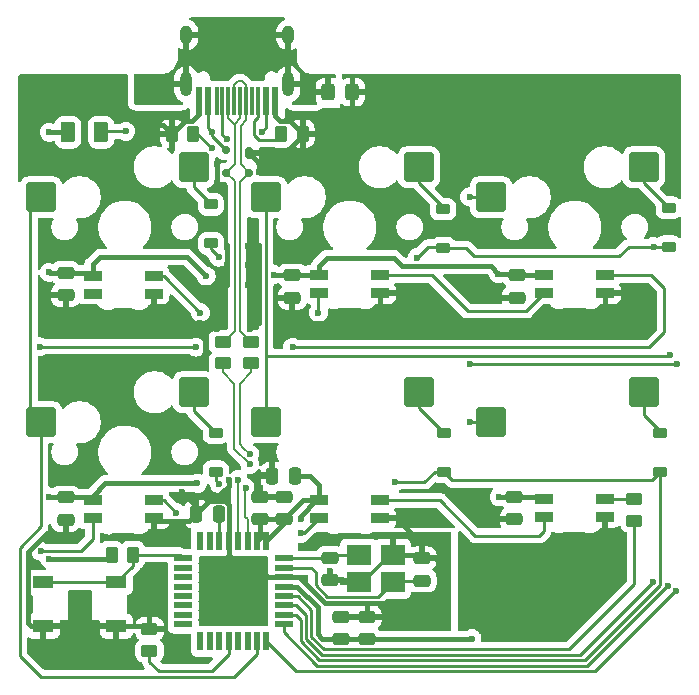
<source format=gbr>
G04 #@! TF.GenerationSoftware,KiCad,Pcbnew,8.0.2*
G04 #@! TF.CreationDate,2024-06-23T16:14:43-05:00*
G04 #@! TF.ProjectId,6KeyMacroPad,364b6579-4d61-4637-926f-5061642e6b69,rev?*
G04 #@! TF.SameCoordinates,Original*
G04 #@! TF.FileFunction,Copper,L2,Bot*
G04 #@! TF.FilePolarity,Positive*
%FSLAX46Y46*%
G04 Gerber Fmt 4.6, Leading zero omitted, Abs format (unit mm)*
G04 Created by KiCad (PCBNEW 8.0.2) date 2024-06-23 16:14:43*
%MOMM*%
%LPD*%
G01*
G04 APERTURE LIST*
G04 Aperture macros list*
%AMRoundRect*
0 Rectangle with rounded corners*
0 $1 Rounding radius*
0 $2 $3 $4 $5 $6 $7 $8 $9 X,Y pos of 4 corners*
0 Add a 4 corners polygon primitive as box body*
4,1,4,$2,$3,$4,$5,$6,$7,$8,$9,$2,$3,0*
0 Add four circle primitives for the rounded corners*
1,1,$1+$1,$2,$3*
1,1,$1+$1,$4,$5*
1,1,$1+$1,$6,$7*
1,1,$1+$1,$8,$9*
0 Add four rect primitives between the rounded corners*
20,1,$1+$1,$2,$3,$4,$5,0*
20,1,$1+$1,$4,$5,$6,$7,0*
20,1,$1+$1,$6,$7,$8,$9,0*
20,1,$1+$1,$8,$9,$2,$3,0*%
G04 Aperture macros list end*
G04 #@! TA.AperFunction,SMDPad,CuDef*
%ADD10R,1.800000X1.100000*%
G04 #@! TD*
G04 #@! TA.AperFunction,SMDPad,CuDef*
%ADD11RoundRect,0.082000X-0.718000X0.328000X-0.718000X-0.328000X0.718000X-0.328000X0.718000X0.328000X0*%
G04 #@! TD*
G04 #@! TA.AperFunction,SMDPad,CuDef*
%ADD12RoundRect,0.250000X-1.025000X-1.000000X1.025000X-1.000000X1.025000X1.000000X-1.025000X1.000000X0*%
G04 #@! TD*
G04 #@! TA.AperFunction,SMDPad,CuDef*
%ADD13RoundRect,0.250000X0.475000X-0.250000X0.475000X0.250000X-0.475000X0.250000X-0.475000X-0.250000X0*%
G04 #@! TD*
G04 #@! TA.AperFunction,SMDPad,CuDef*
%ADD14RoundRect,0.250000X-0.262500X-0.450000X0.262500X-0.450000X0.262500X0.450000X-0.262500X0.450000X0*%
G04 #@! TD*
G04 #@! TA.AperFunction,SMDPad,CuDef*
%ADD15RoundRect,0.250000X0.450000X-0.262500X0.450000X0.262500X-0.450000X0.262500X-0.450000X-0.262500X0*%
G04 #@! TD*
G04 #@! TA.AperFunction,SMDPad,CuDef*
%ADD16RoundRect,0.250000X-0.450000X0.262500X-0.450000X-0.262500X0.450000X-0.262500X0.450000X0.262500X0*%
G04 #@! TD*
G04 #@! TA.AperFunction,SMDPad,CuDef*
%ADD17RoundRect,0.175000X0.175000X0.325000X-0.175000X0.325000X-0.175000X-0.325000X0.175000X-0.325000X0*%
G04 #@! TD*
G04 #@! TA.AperFunction,SMDPad,CuDef*
%ADD18RoundRect,0.150000X0.200000X0.150000X-0.200000X0.150000X-0.200000X-0.150000X0.200000X-0.150000X0*%
G04 #@! TD*
G04 #@! TA.AperFunction,SMDPad,CuDef*
%ADD19RoundRect,0.250000X-0.475000X0.250000X-0.475000X-0.250000X0.475000X-0.250000X0.475000X0.250000X0*%
G04 #@! TD*
G04 #@! TA.AperFunction,SMDPad,CuDef*
%ADD20RoundRect,0.250000X0.250000X0.475000X-0.250000X0.475000X-0.250000X-0.475000X0.250000X-0.475000X0*%
G04 #@! TD*
G04 #@! TA.AperFunction,SMDPad,CuDef*
%ADD21RoundRect,0.250000X-0.325000X-0.450000X0.325000X-0.450000X0.325000X0.450000X-0.325000X0.450000X0*%
G04 #@! TD*
G04 #@! TA.AperFunction,SMDPad,CuDef*
%ADD22R,2.100000X1.800000*%
G04 #@! TD*
G04 #@! TA.AperFunction,SMDPad,CuDef*
%ADD23RoundRect,0.225000X0.375000X-0.225000X0.375000X0.225000X-0.375000X0.225000X-0.375000X-0.225000X0*%
G04 #@! TD*
G04 #@! TA.AperFunction,SMDPad,CuDef*
%ADD24RoundRect,0.250000X0.262500X0.450000X-0.262500X0.450000X-0.262500X-0.450000X0.262500X-0.450000X0*%
G04 #@! TD*
G04 #@! TA.AperFunction,SMDPad,CuDef*
%ADD25RoundRect,0.250000X-0.250000X-0.475000X0.250000X-0.475000X0.250000X0.475000X-0.250000X0.475000X0*%
G04 #@! TD*
G04 #@! TA.AperFunction,SMDPad,CuDef*
%ADD26RoundRect,0.250000X0.375000X0.625000X-0.375000X0.625000X-0.375000X-0.625000X0.375000X-0.625000X0*%
G04 #@! TD*
G04 #@! TA.AperFunction,ComponentPad*
%ADD27O,1.000000X2.100000*%
G04 #@! TD*
G04 #@! TA.AperFunction,ComponentPad*
%ADD28O,1.000000X1.600000*%
G04 #@! TD*
G04 #@! TA.AperFunction,SMDPad,CuDef*
%ADD29R,0.600000X2.450000*%
G04 #@! TD*
G04 #@! TA.AperFunction,SMDPad,CuDef*
%ADD30R,0.300000X2.450000*%
G04 #@! TD*
G04 #@! TA.AperFunction,SMDPad,CuDef*
%ADD31R,0.550000X1.600000*%
G04 #@! TD*
G04 #@! TA.AperFunction,SMDPad,CuDef*
%ADD32R,1.600000X0.550000*%
G04 #@! TD*
G04 #@! TA.AperFunction,ViaPad*
%ADD33C,0.600000*%
G04 #@! TD*
G04 #@! TA.AperFunction,Conductor*
%ADD34C,0.381000*%
G04 #@! TD*
G04 #@! TA.AperFunction,Conductor*
%ADD35C,0.254000*%
G04 #@! TD*
G04 #@! TA.AperFunction,Conductor*
%ADD36C,0.200000*%
G04 #@! TD*
G04 APERTURE END LIST*
D10*
X144700000Y-113950000D03*
X150900000Y-113950000D03*
X144700000Y-110250000D03*
X150900000Y-110250000D03*
D11*
X187106250Y-84246250D03*
X187106250Y-85746250D03*
X192306250Y-85746250D03*
X192306250Y-84246250D03*
D12*
X195548250Y-94138750D03*
X182621250Y-96678750D03*
D11*
X148887500Y-84302500D03*
X148887500Y-85802500D03*
X154087500Y-85802500D03*
X154087500Y-84302500D03*
D12*
X157448250Y-94138750D03*
X144521250Y-96678750D03*
D11*
X148887500Y-103302500D03*
X148887500Y-104802500D03*
X154087500Y-104802500D03*
X154087500Y-103302500D03*
D12*
X195548250Y-75088750D03*
X182621250Y-77628750D03*
D11*
X168056250Y-84246250D03*
X168056250Y-85746250D03*
X173256250Y-85746250D03*
X173256250Y-84246250D03*
X168056250Y-103296250D03*
X168056250Y-104796250D03*
X173256250Y-104796250D03*
X173256250Y-103296250D03*
D12*
X176498250Y-75088750D03*
X163571250Y-77628750D03*
X176498250Y-94138750D03*
X163571250Y-96678750D03*
X157448250Y-75088750D03*
X144521250Y-77628750D03*
D11*
X187087500Y-103202500D03*
X187087500Y-104702500D03*
X192287500Y-104702500D03*
X192287500Y-103202500D03*
D13*
X176775000Y-110100000D03*
X176775000Y-108200000D03*
X163050000Y-103000000D03*
X163050000Y-104900000D03*
D14*
X150487500Y-107900000D03*
X152312500Y-107900000D03*
D15*
X153700000Y-116012500D03*
X153700000Y-114187500D03*
D16*
X159900000Y-91712500D03*
X159900000Y-89887500D03*
D17*
X162163000Y-73850000D03*
D18*
X162163000Y-75550000D03*
X160163000Y-75550000D03*
X160163000Y-73650000D03*
D13*
X146600000Y-85950000D03*
X146600000Y-84050000D03*
D19*
X169000000Y-108175000D03*
X169000000Y-110075000D03*
D20*
X159550000Y-104450000D03*
X157650000Y-104450000D03*
D13*
X146600000Y-104950000D03*
X146600000Y-103050000D03*
X165100000Y-104900000D03*
X165100000Y-103000000D03*
D14*
X164837500Y-72250000D03*
X166662500Y-72250000D03*
D21*
X168837500Y-68750000D03*
X170887500Y-68750000D03*
D22*
X171400000Y-107950000D03*
X174300000Y-107950000D03*
X174300000Y-110250000D03*
X171400000Y-110250000D03*
D23*
X178593750Y-100868750D03*
X178593750Y-97568750D03*
X197643750Y-81818750D03*
X197643750Y-78518750D03*
X178575000Y-81950000D03*
X178575000Y-78650000D03*
D16*
X162300000Y-91712500D03*
X162300000Y-89887500D03*
D24*
X157412500Y-72250000D03*
X155587500Y-72250000D03*
D25*
X164100000Y-101250000D03*
X166000000Y-101250000D03*
D23*
X196956250Y-100868750D03*
X196956250Y-97568750D03*
X158900000Y-81550000D03*
X158900000Y-78250000D03*
D13*
X184800000Y-86150000D03*
X184800000Y-84250000D03*
X184600000Y-104900000D03*
X184600000Y-103000000D03*
D26*
X149600000Y-72136000D03*
X146800000Y-72136000D03*
D13*
X165800000Y-86150000D03*
X165800000Y-84250000D03*
D27*
X165451250Y-68076250D03*
D28*
X165451250Y-63896250D03*
D27*
X156811250Y-68076250D03*
D28*
X156811250Y-63896250D03*
D29*
X164356250Y-69491250D03*
X163581250Y-69491250D03*
D30*
X162881250Y-69491250D03*
X162381250Y-69491250D03*
X161881250Y-69491250D03*
X161381250Y-69491250D03*
X160881250Y-69491250D03*
X160381250Y-69491250D03*
X159881250Y-69491250D03*
X159381250Y-69491250D03*
D29*
X158681250Y-69491250D03*
X157906250Y-69491250D03*
D13*
X172125000Y-115075000D03*
X172125000Y-113175000D03*
X169925000Y-115050000D03*
X169925000Y-113150000D03*
D31*
X163600000Y-106750000D03*
X162800000Y-106750000D03*
X162000000Y-106750000D03*
X161200000Y-106750000D03*
X160400000Y-106750000D03*
X159600000Y-106750000D03*
X158800000Y-106750000D03*
X158000000Y-106750000D03*
D32*
X156550000Y-108200000D03*
X156550000Y-109000000D03*
X156550000Y-109800000D03*
X156550000Y-110600000D03*
X156550000Y-111400000D03*
X156550000Y-112200000D03*
X156550000Y-113000000D03*
X156550000Y-113800000D03*
D31*
X158000000Y-115250000D03*
X158800000Y-115250000D03*
X159600000Y-115250000D03*
X160400000Y-115250000D03*
X161200000Y-115250000D03*
X162000000Y-115250000D03*
X162800000Y-115250000D03*
X163600000Y-115250000D03*
D32*
X165050000Y-113800000D03*
X165050000Y-113000000D03*
X165050000Y-112200000D03*
X165050000Y-111400000D03*
X165050000Y-110600000D03*
X165050000Y-109800000D03*
X165050000Y-109000000D03*
X165050000Y-108200000D03*
D23*
X159300000Y-100868750D03*
X159300000Y-97568750D03*
D16*
X194750000Y-103187500D03*
X194750000Y-105012500D03*
D33*
X159400000Y-76400000D03*
X162700000Y-101600000D03*
X169600000Y-70600000D03*
X167600000Y-70600000D03*
X182000000Y-105000000D03*
X162200000Y-86700000D03*
X154200000Y-70600000D03*
X158000000Y-88250000D03*
X162200000Y-88800000D03*
X162000000Y-81800000D03*
X182000000Y-89500000D03*
X153500000Y-72750000D03*
X160300000Y-81800000D03*
X173750000Y-113250000D03*
X163576000Y-99060000D03*
X158400000Y-91100000D03*
X160300000Y-85100000D03*
X182000000Y-86250000D03*
X176750000Y-107000000D03*
X160300000Y-83400000D03*
X159400000Y-86700000D03*
X162000000Y-83400000D03*
X163012999Y-75500000D03*
X158400000Y-89500000D03*
X159400000Y-74800000D03*
X154000000Y-106750000D03*
X162944250Y-81750000D03*
X152200000Y-70600000D03*
X165750000Y-88250000D03*
X162000000Y-85100000D03*
X156464000Y-102616000D03*
X159400000Y-88800000D03*
X169000000Y-109250000D03*
X162944250Y-88250000D03*
X146750000Y-106750000D03*
X160400000Y-101600000D03*
X182000000Y-108500000D03*
X172600000Y-68800000D03*
X158500000Y-84300000D03*
X157762001Y-101862001D03*
X145210750Y-72136000D03*
X145200000Y-108227000D03*
X166500000Y-104900000D03*
X183248250Y-84100000D03*
X181000000Y-115000000D03*
X145200000Y-103000000D03*
X164200000Y-84200000D03*
X145210750Y-84000000D03*
X183300000Y-103000000D03*
X159550000Y-82700000D03*
X196375000Y-81818750D03*
X176350000Y-82750000D03*
X196325000Y-110175000D03*
X159600000Y-101900000D03*
X174450000Y-101750000D03*
X162199265Y-100249265D03*
X161850000Y-102250000D03*
X159000000Y-72100000D03*
X151700000Y-72050000D03*
X163200000Y-72100000D03*
X161200000Y-101550000D03*
X162200000Y-99400000D03*
X144500000Y-107600000D03*
X144400000Y-90300000D03*
X165825000Y-90350000D03*
X157625000Y-90325000D03*
X160250000Y-72727000D03*
X159000000Y-73500000D03*
X197577462Y-110528749D03*
X197750000Y-91000000D03*
X198237996Y-110980078D03*
X180800000Y-96700000D03*
X180800000Y-77600000D03*
X198377000Y-91750000D03*
X180800000Y-91750000D03*
X158000000Y-87400000D03*
X168000000Y-87400000D03*
X166500000Y-106100000D03*
X155917500Y-104332500D03*
X167400000Y-68200000D03*
X163800000Y-63200000D03*
X161200000Y-66000000D03*
X158600000Y-63200000D03*
X154400000Y-68200000D03*
D34*
X171225000Y-110075000D02*
X171400000Y-110250000D01*
D35*
X171704000Y-110250000D02*
X174004000Y-107950000D01*
D34*
X172100000Y-113150000D02*
X172125000Y-113175000D01*
X172125000Y-112000000D02*
X177225000Y-112000000D01*
X173250000Y-88250000D02*
X189500000Y-88250000D01*
X160440500Y-106709500D02*
X160400000Y-106750000D01*
X176525000Y-107950000D02*
X176775000Y-108200000D01*
X159700000Y-103334500D02*
X160084500Y-103334500D01*
X162269000Y-109800000D02*
X165050000Y-109800000D01*
X157906250Y-70593750D02*
X157906250Y-69491250D01*
X159400000Y-86700000D02*
X159400000Y-88800000D01*
X146600000Y-85950000D02*
X146600000Y-87850000D01*
X157077000Y-105023000D02*
X157650000Y-104450000D01*
X166662500Y-72250000D02*
X166662500Y-72337500D01*
D35*
X174004000Y-107950000D02*
X174300000Y-107950000D01*
D34*
X160400000Y-101600000D02*
X160400000Y-102076515D01*
X153500000Y-71750000D02*
X153750000Y-71500000D01*
X166662500Y-72250000D02*
X165572000Y-71159500D01*
X184800000Y-86150000D02*
X182100000Y-86150000D01*
X154087500Y-88087500D02*
X154250000Y-88250000D01*
X154308000Y-105023000D02*
X157077000Y-105023000D01*
X164356250Y-70765750D02*
X164356250Y-69491250D01*
X162700000Y-101600000D02*
X163200000Y-101100000D01*
X177900000Y-108200000D02*
X176775000Y-108200000D01*
X146600000Y-106250000D02*
X144873485Y-106250000D01*
X159400000Y-74800000D02*
X159400000Y-76400000D01*
X165750000Y-88250000D02*
X165750000Y-86200000D01*
X154837500Y-71500000D02*
X155587500Y-72250000D01*
X154250000Y-88250000D02*
X158000000Y-88250000D01*
X147000000Y-88250000D02*
X154250000Y-88250000D01*
X174300000Y-107950000D02*
X176525000Y-107950000D01*
X169000000Y-110075000D02*
X169000000Y-109250000D01*
X154087500Y-106662500D02*
X154000000Y-106750000D01*
X191750000Y-88250000D02*
X192306250Y-87693750D01*
X169000000Y-110075000D02*
X171225000Y-110075000D01*
X162000000Y-83400000D02*
X162000000Y-85100000D01*
X166662500Y-72337500D02*
X165150000Y-73850000D01*
X182000000Y-108500000D02*
X190750000Y-108500000D01*
X177225000Y-112000000D02*
X178250000Y-110975000D01*
X192287500Y-106962500D02*
X192287500Y-104702500D01*
X173256250Y-104796250D02*
X174546250Y-104796250D01*
X143409500Y-107713985D02*
X143409500Y-113659500D01*
X158765500Y-103334500D02*
X159700000Y-103334500D01*
X162700000Y-101600000D02*
X162700000Y-102650000D01*
X159700000Y-102776515D02*
X159700000Y-103334500D01*
X176775000Y-108200000D02*
X176775000Y-107025000D01*
X189500000Y-88250000D02*
X189500000Y-89000000D01*
X165750000Y-88250000D02*
X173250000Y-88250000D01*
X162000000Y-81800000D02*
X162000000Y-83400000D01*
X165572000Y-71159500D02*
X164750000Y-71159500D01*
X182100000Y-86150000D02*
X182000000Y-86250000D01*
X165050000Y-109800000D02*
X166343144Y-109800000D01*
X184600000Y-104900000D02*
X182100000Y-104900000D01*
X163200000Y-101100000D02*
X163950000Y-101100000D01*
X163950000Y-101100000D02*
X164100000Y-101250000D01*
X160400000Y-106750000D02*
X160400000Y-107931000D01*
X143700000Y-113950000D02*
X144700000Y-113950000D01*
X192306250Y-87693750D02*
X192306250Y-85746250D01*
X164750000Y-71159500D02*
X164356250Y-70765750D01*
X172125000Y-113175000D02*
X172125000Y-112000000D01*
X146600000Y-106600000D02*
X146750000Y-106750000D01*
X176775000Y-107025000D02*
X176750000Y-107000000D01*
X160400000Y-102076515D02*
X159700000Y-102776515D01*
X162700000Y-102650000D02*
X163050000Y-103000000D01*
X160300000Y-81800000D02*
X160300000Y-83400000D01*
X154087500Y-104802500D02*
X154087500Y-106662500D01*
X190750000Y-108500000D02*
X192287500Y-106962500D01*
X160300000Y-83400000D02*
X160300000Y-85100000D01*
X153500000Y-72750000D02*
X153500000Y-71750000D01*
X153750000Y-71500000D02*
X154837500Y-71500000D01*
X165750000Y-86200000D02*
X165800000Y-86150000D01*
X173256250Y-85746250D02*
X173256250Y-88243750D01*
X162944250Y-81750000D02*
X162944250Y-88250000D01*
X162163000Y-73850000D02*
X163012999Y-74699999D01*
X146600000Y-87850000D02*
X147000000Y-88250000D01*
X169925000Y-113150000D02*
X172100000Y-113150000D01*
X146600000Y-106250000D02*
X146600000Y-106600000D01*
X153462500Y-113950000D02*
X153700000Y-114187500D01*
X157340500Y-71159500D02*
X157906250Y-70593750D01*
X160440500Y-103690500D02*
X160440500Y-106709500D01*
X160400000Y-107931000D02*
X162269000Y-109800000D01*
X157650000Y-103802000D02*
X156464000Y-102616000D01*
D35*
X171400000Y-110250000D02*
X171704000Y-110250000D01*
D34*
X173256250Y-88243750D02*
X173250000Y-88250000D01*
X160084500Y-103334500D02*
X160440500Y-103690500D01*
X158400000Y-89500000D02*
X158400000Y-91100000D01*
X154087500Y-85802500D02*
X154087500Y-88087500D01*
X189000000Y-89500000D02*
X182000000Y-89500000D01*
X157650000Y-104450000D02*
X158765500Y-103334500D01*
X172125000Y-113175000D02*
X173675000Y-113175000D01*
X178250000Y-110975000D02*
X178250000Y-108550000D01*
X163050000Y-103000000D02*
X165100000Y-103000000D01*
X156678000Y-71159500D02*
X157340500Y-71159500D01*
X155587500Y-72250000D02*
X156678000Y-71159500D01*
X162200000Y-86700000D02*
X162200000Y-88800000D01*
X178250000Y-108550000D02*
X177900000Y-108200000D01*
X143409500Y-113659500D02*
X143700000Y-113950000D01*
X166343144Y-109800000D02*
X168543144Y-112000000D01*
X157650000Y-104450000D02*
X157650000Y-103802000D01*
X173675000Y-113175000D02*
X173750000Y-113250000D01*
X144873485Y-106250000D02*
X143409500Y-107713985D01*
X189500000Y-88250000D02*
X191750000Y-88250000D01*
X146600000Y-104950000D02*
X146600000Y-106250000D01*
X174546250Y-104796250D02*
X176750000Y-107000000D01*
X163012999Y-74699999D02*
X163012999Y-75500000D01*
X150900000Y-113950000D02*
X153462500Y-113950000D01*
X168543144Y-112000000D02*
X172125000Y-112000000D01*
X182100000Y-104900000D02*
X182000000Y-105000000D01*
X165150000Y-73850000D02*
X162163000Y-73850000D01*
X154087500Y-104802500D02*
X154308000Y-105023000D01*
X144700000Y-113950000D02*
X150900000Y-113950000D01*
X189500000Y-89000000D02*
X189000000Y-89500000D01*
D35*
X169225000Y-107950000D02*
X169000000Y-108175000D01*
X171400000Y-107950000D02*
X169225000Y-107950000D01*
X168975000Y-108200000D02*
X169000000Y-108175000D01*
X165100000Y-108150000D02*
X165050000Y-108200000D01*
X165050000Y-108200000D02*
X168975000Y-108200000D01*
X176775000Y-110100000D02*
X174450000Y-110100000D01*
X167775000Y-109375000D02*
X167400000Y-109000000D01*
X173073000Y-111477000D02*
X168752000Y-111477000D01*
X174450000Y-110100000D02*
X174300000Y-110250000D01*
X167400000Y-109000000D02*
X165050000Y-109000000D01*
X174300000Y-110250000D02*
X173073000Y-111477000D01*
X168752000Y-111477000D02*
X167775000Y-110500000D01*
X167775000Y-110500000D02*
X167775000Y-109375000D01*
X159550000Y-106700000D02*
X159600000Y-106750000D01*
X159550000Y-104450000D02*
X159550000Y-106700000D01*
D34*
X165100000Y-104900000D02*
X165100000Y-105250000D01*
X168056250Y-84246250D02*
X168056250Y-83443750D01*
X167925000Y-112294000D02*
X167925000Y-114650000D01*
X165750000Y-84200000D02*
X165800000Y-84250000D01*
X145200000Y-103000000D02*
X146750000Y-103000000D01*
X145210750Y-72136000D02*
X146800000Y-72136000D01*
X156900000Y-82700000D02*
X158500000Y-84300000D01*
X150160500Y-108227000D02*
X150487500Y-107900000D01*
X169925000Y-115050000D02*
X172100000Y-115050000D01*
X168056250Y-83443750D02*
X168700000Y-82800000D01*
X168056250Y-102006250D02*
X168056250Y-103296250D01*
X165100000Y-104900000D02*
X163050000Y-104900000D01*
X167839762Y-103296250D02*
X168056250Y-103296250D01*
X168052500Y-84250000D02*
X168056250Y-84246250D01*
X146750000Y-103000000D02*
X146800000Y-103050000D01*
X172100000Y-115050000D02*
X172125000Y-115075000D01*
X181000000Y-115000000D02*
X180925000Y-115075000D01*
X153600000Y-82700000D02*
X156900000Y-82700000D01*
X145200000Y-108227000D02*
X150160500Y-108227000D01*
X166500000Y-104900000D02*
X166500000Y-104636012D01*
X184650000Y-84100000D02*
X184800000Y-84250000D01*
X166703750Y-103296250D02*
X168056250Y-103296250D01*
X175040500Y-83440500D02*
X182588750Y-83440500D01*
X168700000Y-82800000D02*
X174400000Y-82800000D01*
X174400000Y-82800000D02*
X175040500Y-83440500D01*
X148887500Y-83312500D02*
X148900000Y-83300000D01*
X165100000Y-105250000D02*
X163600000Y-106750000D01*
X148887500Y-102892500D02*
X148887500Y-103302500D01*
X166231000Y-110600000D02*
X167925000Y-112294000D01*
X157762001Y-101862001D02*
X149917999Y-101862001D01*
X183300000Y-103000000D02*
X184600000Y-103000000D01*
X165800000Y-84250000D02*
X168052500Y-84250000D01*
X149500000Y-82700000D02*
X153600000Y-82700000D01*
X180925000Y-115075000D02*
X172125000Y-115075000D01*
X148887500Y-84302500D02*
X148887500Y-83312500D01*
X145260750Y-84050000D02*
X145210750Y-84000000D01*
X184800000Y-84250000D02*
X187102500Y-84250000D01*
X167300000Y-101250000D02*
X168056250Y-102006250D01*
X187102500Y-84250000D02*
X187106250Y-84246250D01*
X149917999Y-101862001D02*
X148887500Y-102892500D01*
X166500000Y-104636012D02*
X167839762Y-103296250D01*
X184600000Y-103000000D02*
X186885000Y-103000000D01*
X164200000Y-84200000D02*
X165750000Y-84200000D01*
X146600000Y-84050000D02*
X148635000Y-84050000D01*
X163050000Y-106500000D02*
X162800000Y-106750000D01*
X168325000Y-115050000D02*
X169925000Y-115050000D01*
X146800000Y-103050000D02*
X148760000Y-103050000D01*
X186885000Y-103000000D02*
X187087500Y-103202500D01*
X165050000Y-110600000D02*
X166231000Y-110600000D01*
X182588750Y-83440500D02*
X183248250Y-84100000D01*
X163050000Y-104900000D02*
X163050000Y-106500000D01*
X165100000Y-104900000D02*
X166703750Y-103296250D01*
X148900000Y-83300000D02*
X149500000Y-82700000D01*
X148635000Y-84050000D02*
X148887500Y-84302500D01*
X183248250Y-84100000D02*
X184650000Y-84100000D01*
X167925000Y-114650000D02*
X168325000Y-115050000D01*
X148760000Y-103050000D02*
X149006250Y-103296250D01*
X146600000Y-84050000D02*
X145260750Y-84050000D01*
X166000000Y-101250000D02*
X167300000Y-101250000D01*
D35*
X157448250Y-75088750D02*
X157448250Y-76798250D01*
X157448250Y-76798250D02*
X158900000Y-78250000D01*
X181200000Y-82625000D02*
X193450000Y-82625000D01*
X194256250Y-81818750D02*
X196375000Y-81818750D01*
X165050000Y-112200000D02*
X166104000Y-112200000D01*
X190121000Y-116379000D02*
X196325000Y-110175000D01*
X158900000Y-82050000D02*
X159550000Y-82700000D01*
X158900000Y-81550000D02*
X158900000Y-82050000D01*
X180525000Y-81950000D02*
X181200000Y-82625000D01*
X166946000Y-113042000D02*
X166946000Y-115044909D01*
X196375000Y-81818750D02*
X197643750Y-81818750D01*
X193450000Y-82625000D02*
X194256250Y-81818750D01*
X166104000Y-112200000D02*
X166946000Y-113042000D01*
X176350000Y-82750000D02*
X177281250Y-81818750D01*
X168280091Y-116379000D02*
X190121000Y-116379000D01*
X166946000Y-115044909D02*
X168280091Y-116379000D01*
X177281250Y-81818750D02*
X178593750Y-81818750D01*
X178575000Y-81950000D02*
X180525000Y-81950000D01*
X157448250Y-95717000D02*
X159300000Y-97568750D01*
X157448250Y-94138750D02*
X157448250Y-95717000D01*
X159300000Y-101600000D02*
X159300000Y-100868750D01*
X196229250Y-101595750D02*
X196956250Y-100868750D01*
X178593750Y-100868750D02*
X179320750Y-101595750D01*
X159600000Y-101900000D02*
X159300000Y-101600000D01*
X165050000Y-113000000D02*
X166104000Y-113000000D01*
X196956250Y-110443750D02*
X196956250Y-100868750D01*
X166492000Y-113388000D02*
X166492000Y-115232962D01*
X166492000Y-115232962D02*
X168092038Y-116833000D01*
X166104000Y-113000000D02*
X166492000Y-113388000D01*
X190567000Y-116833000D02*
X196956250Y-110443750D01*
X179320750Y-101595750D02*
X196229250Y-101595750D01*
X168092038Y-116833000D02*
X190567000Y-116833000D01*
X177831250Y-100868750D02*
X178593750Y-100868750D01*
X174450000Y-101750000D02*
X176950000Y-101750000D01*
X176950000Y-101750000D02*
X177831250Y-100868750D01*
X176498250Y-76423250D02*
X178593750Y-78518750D01*
X176498250Y-75088750D02*
X176498250Y-76423250D01*
X176498250Y-95473250D02*
X178593750Y-97568750D01*
X176498250Y-94138750D02*
X176498250Y-95473250D01*
X195548250Y-75088750D02*
X195548250Y-76423250D01*
X195548250Y-76423250D02*
X197643750Y-78518750D01*
X195548250Y-94138750D02*
X195548250Y-96048250D01*
X195548250Y-96048250D02*
X197068750Y-97568750D01*
D36*
X160938000Y-88962000D02*
X160012500Y-89887500D01*
X160875000Y-98693200D02*
X160875000Y-98925000D01*
X160900000Y-74813000D02*
X160163000Y-75550000D01*
X160381250Y-70966250D02*
X160381250Y-69491250D01*
X160875000Y-93437501D02*
X160875000Y-98693200D01*
X160875000Y-98925000D02*
X162199265Y-100249265D01*
X160815000Y-71400000D02*
X160381250Y-70966250D01*
X160012500Y-89887500D02*
X159900000Y-89887500D01*
X160200000Y-75550000D02*
X160950000Y-76300000D01*
X160900000Y-71400000D02*
X160815000Y-71400000D01*
X159900000Y-91412500D02*
X159900000Y-92462501D01*
X161850000Y-102250000D02*
X161825000Y-102275000D01*
X161381250Y-69491250D02*
X161381250Y-70918750D01*
X160938000Y-76312000D02*
X160938000Y-88962000D01*
X162000000Y-104849999D02*
X162000000Y-106750000D01*
X161381250Y-70918750D02*
X160900000Y-71400000D01*
X160900000Y-71400000D02*
X160900000Y-74813000D01*
X161825000Y-104674999D02*
X162000000Y-104849999D01*
X160950000Y-76300000D02*
X160938000Y-76312000D01*
X160163000Y-75550000D02*
X160200000Y-75550000D01*
X161825000Y-102275000D02*
X161825000Y-104674999D01*
X159900000Y-92462501D02*
X160875000Y-93437501D01*
D35*
X158681250Y-71781250D02*
X159000000Y-72100000D01*
X163581250Y-71718750D02*
X163581250Y-69491250D01*
X163200000Y-72100000D02*
X163581250Y-71718750D01*
X159000000Y-72487000D02*
X160163000Y-73650000D01*
X149686000Y-72050000D02*
X149600000Y-72136000D01*
X151700000Y-72050000D02*
X149686000Y-72050000D01*
X159000000Y-72100000D02*
X159000000Y-72487000D01*
X158681250Y-69491250D02*
X158681250Y-71781250D01*
D36*
X161325000Y-98506800D02*
X161659100Y-98840900D01*
X162300000Y-92462501D02*
X161325000Y-93437501D01*
X161388000Y-88975500D02*
X162300000Y-89887500D01*
X161881250Y-69491250D02*
X161881250Y-71118750D01*
X161417000Y-74804000D02*
X162163000Y-75550000D01*
X161200000Y-101550000D02*
X161200000Y-106750000D01*
X162163000Y-75550000D02*
X161388000Y-76325000D01*
X161659100Y-98859100D02*
X162200000Y-99400000D01*
X160881250Y-69491250D02*
X160881250Y-68099750D01*
X161388000Y-76325000D02*
X161388000Y-88975500D01*
X160881250Y-68099750D02*
X161163000Y-67818000D01*
X161544000Y-67818000D02*
X161881250Y-68155250D01*
X161881250Y-68155250D02*
X161881250Y-69491250D01*
X161163000Y-67818000D02*
X161544000Y-67818000D01*
X162300000Y-91412500D02*
X162300000Y-92462501D01*
X161881250Y-71118750D02*
X161417000Y-71583000D01*
X161659100Y-98840900D02*
X161659100Y-98859100D01*
X161417000Y-71583000D02*
X161417000Y-74804000D01*
X161325000Y-93437501D02*
X161325000Y-98506800D01*
D35*
X194735000Y-103202500D02*
X194750000Y-103187500D01*
X192287500Y-103202500D02*
X194735000Y-103202500D01*
X196196250Y-84246250D02*
X197300000Y-85350000D01*
X144500000Y-107600000D02*
X147900000Y-107600000D01*
X144400000Y-90300000D02*
X157600000Y-90300000D01*
X165825000Y-90350000D02*
X196025000Y-90350000D01*
X147900000Y-107600000D02*
X148887500Y-106612500D01*
X192306250Y-84246250D02*
X196196250Y-84246250D01*
X148887500Y-106612500D02*
X148887500Y-104802500D01*
X157600000Y-90300000D02*
X157625000Y-90325000D01*
X196025000Y-90350000D02*
X197300000Y-89075000D01*
X197300000Y-85350000D02*
X197300000Y-88750000D01*
X197300000Y-89075000D02*
X197300000Y-88750000D01*
X180625000Y-87275000D02*
X185577500Y-87275000D01*
X185577500Y-87275000D02*
X187106250Y-85746250D01*
X173256250Y-84246250D02*
X177596250Y-84246250D01*
X177596250Y-84246250D02*
X180625000Y-87275000D01*
X144700000Y-110250000D02*
X150900000Y-110250000D01*
X156250000Y-107900000D02*
X156550000Y-108200000D01*
X152312500Y-108837500D02*
X150900000Y-110250000D01*
X152312500Y-107900000D02*
X152312500Y-108837500D01*
X152312500Y-107900000D02*
X156250000Y-107900000D01*
X153700000Y-116950000D02*
X154500000Y-117750000D01*
X154500000Y-117750000D02*
X158954000Y-117750000D01*
X158954000Y-117750000D02*
X160400000Y-116304000D01*
X153700000Y-116012500D02*
X153700000Y-116950000D01*
X160400000Y-116304000D02*
X160400000Y-115250000D01*
X160250000Y-72727000D02*
X159881250Y-72358250D01*
X157412500Y-72250000D02*
X157750000Y-72250000D01*
X159881250Y-72358250D02*
X159881250Y-69491250D01*
X157750000Y-72250000D02*
X159000000Y-73500000D01*
X162573000Y-72359712D02*
X162573000Y-71177000D01*
X162963288Y-72750000D02*
X162573000Y-72359712D01*
X162573000Y-71177000D02*
X162881250Y-70868750D01*
X162881250Y-70868750D02*
X162881250Y-69491250D01*
X164837500Y-72250000D02*
X164337500Y-72750000D01*
X164337500Y-72750000D02*
X162963288Y-72750000D01*
X142703464Y-107296536D02*
X144521250Y-105478750D01*
X143600000Y-78550000D02*
X143600000Y-95757500D01*
X144521250Y-105478750D02*
X144521250Y-96678750D01*
X143600000Y-95757500D02*
X144521250Y-96678750D01*
X160854000Y-118250000D02*
X144500000Y-118250000D01*
X142702242Y-116452242D02*
X142703464Y-107296536D01*
X144521250Y-77628750D02*
X143600000Y-78550000D01*
X144500000Y-118250000D02*
X142702242Y-116452242D01*
X162800000Y-116304000D02*
X160854000Y-118250000D01*
X162800000Y-115250000D02*
X162800000Y-116304000D01*
X197577462Y-110528749D02*
X197513304Y-110528749D01*
X163571250Y-91000000D02*
X163571250Y-96678750D01*
X163671250Y-91100000D02*
X163571250Y-91000000D01*
X197650000Y-91100000D02*
X163671250Y-91100000D01*
X197513304Y-110528749D02*
X190755053Y-117287000D01*
X163571250Y-77628750D02*
X163571250Y-91000000D01*
X165050000Y-114433015D02*
X165050000Y-113800000D01*
X197750000Y-91000000D02*
X197650000Y-91100000D01*
X190755053Y-117287000D02*
X167903985Y-117287000D01*
X167903985Y-117287000D02*
X165050000Y-114433015D01*
X191434993Y-117741000D02*
X166091000Y-117741000D01*
X198195915Y-110980078D02*
X191434993Y-117741000D01*
X198377000Y-91750000D02*
X180800000Y-91750000D01*
X180828750Y-77628750D02*
X180800000Y-77600000D01*
X166091000Y-117741000D02*
X163600000Y-115250000D01*
X182621250Y-77628750D02*
X180828750Y-77628750D01*
X198237996Y-110980078D02*
X198195915Y-110980078D01*
X182600000Y-96700000D02*
X182621250Y-96678750D01*
X180800000Y-96700000D02*
X182600000Y-96700000D01*
X154902500Y-84302500D02*
X158000000Y-87400000D01*
X168000000Y-85802500D02*
X168056250Y-85746250D01*
X168000000Y-87400000D02*
X168000000Y-85802500D01*
X154087500Y-84302500D02*
X154902500Y-84302500D01*
X155917500Y-104332500D02*
X154887500Y-103302500D01*
X166752500Y-106100000D02*
X168056250Y-104796250D01*
X154887500Y-103302500D02*
X154087500Y-103302500D01*
X166500000Y-106100000D02*
X166752500Y-106100000D01*
X186700000Y-106300000D02*
X187087500Y-105912500D01*
X178296250Y-103296250D02*
X181300000Y-106300000D01*
X181300000Y-106300000D02*
X186700000Y-106300000D01*
X187087500Y-105912500D02*
X187087500Y-104702500D01*
X173256250Y-103296250D02*
X178296250Y-103296250D01*
X167400000Y-114856856D02*
X167400000Y-112550000D01*
X166250000Y-111400000D02*
X165050000Y-111400000D01*
X194750000Y-105012500D02*
X194750000Y-110400000D01*
X168468144Y-115925000D02*
X167400000Y-114856856D01*
X189225000Y-115925000D02*
X168468144Y-115925000D01*
X194750000Y-110400000D02*
X189225000Y-115925000D01*
X167400000Y-112550000D02*
X166250000Y-111400000D01*
G04 #@! TA.AperFunction,Conductor*
G36*
X148743039Y-110897185D02*
G01*
X148788794Y-110949989D01*
X148800000Y-111001500D01*
X148800000Y-113400000D01*
X149376000Y-113400000D01*
X149443039Y-113419685D01*
X149488794Y-113472489D01*
X149500000Y-113524000D01*
X149500000Y-113700000D01*
X151026000Y-113700000D01*
X151093039Y-113719685D01*
X151138794Y-113772489D01*
X151150000Y-113824000D01*
X151150000Y-115000000D01*
X151847828Y-115000000D01*
X151847844Y-114999999D01*
X151907372Y-114993598D01*
X151907379Y-114993596D01*
X152042086Y-114943354D01*
X152042093Y-114943350D01*
X152157187Y-114857190D01*
X152157190Y-114857187D01*
X152243350Y-114742093D01*
X152243355Y-114742084D01*
X152286180Y-114627263D01*
X152328050Y-114571329D01*
X152393514Y-114546911D01*
X152461788Y-114561762D01*
X152511193Y-114611167D01*
X152520068Y-114631590D01*
X152565642Y-114769121D01*
X152565643Y-114769124D01*
X152657684Y-114918345D01*
X152751304Y-115011965D01*
X152784789Y-115073288D01*
X152779805Y-115142980D01*
X152751305Y-115187327D01*
X152657287Y-115281345D01*
X152565187Y-115430663D01*
X152565186Y-115430666D01*
X152510001Y-115597203D01*
X152510001Y-115597204D01*
X152510000Y-115597204D01*
X152499500Y-115699983D01*
X152499500Y-116325001D01*
X152499501Y-116325019D01*
X152510000Y-116427796D01*
X152510001Y-116427799D01*
X152557183Y-116570183D01*
X152565186Y-116594334D01*
X152657288Y-116743656D01*
X152781344Y-116867712D01*
X152930666Y-116959814D01*
X153002907Y-116983752D01*
X153060352Y-117023525D01*
X153085520Y-117077266D01*
X153096612Y-117133029D01*
X153096615Y-117133039D01*
X153118104Y-117184914D01*
X153118105Y-117184918D01*
X153143914Y-117247228D01*
X153143919Y-117247237D01*
X153154178Y-117262590D01*
X153154179Y-117262591D01*
X153212590Y-117350010D01*
X153273399Y-117410819D01*
X153306884Y-117472142D01*
X153301900Y-117541834D01*
X153260028Y-117597767D01*
X153194564Y-117622184D01*
X153185718Y-117622500D01*
X144811281Y-117622500D01*
X144744242Y-117602815D01*
X144723600Y-117586181D01*
X143366101Y-116228682D01*
X143332616Y-116167359D01*
X143329782Y-116140992D01*
X143329932Y-115020391D01*
X143349626Y-114953357D01*
X143402436Y-114907609D01*
X143471595Y-114897675D01*
X143528244Y-114921144D01*
X143557910Y-114943352D01*
X143557913Y-114943354D01*
X143692620Y-114993596D01*
X143692627Y-114993598D01*
X143752155Y-114999999D01*
X143752172Y-115000000D01*
X144450000Y-115000000D01*
X144950000Y-115000000D01*
X145647828Y-115000000D01*
X145647844Y-114999999D01*
X145707372Y-114993598D01*
X145707379Y-114993596D01*
X145842086Y-114943354D01*
X145842093Y-114943350D01*
X145957187Y-114857190D01*
X145957190Y-114857187D01*
X146043350Y-114742093D01*
X146043354Y-114742086D01*
X146093596Y-114607379D01*
X146093598Y-114607372D01*
X146099999Y-114547844D01*
X149500000Y-114547844D01*
X149506401Y-114607372D01*
X149506403Y-114607379D01*
X149556645Y-114742086D01*
X149556649Y-114742093D01*
X149642809Y-114857187D01*
X149642812Y-114857190D01*
X149757906Y-114943350D01*
X149757913Y-114943354D01*
X149892620Y-114993596D01*
X149892627Y-114993598D01*
X149952155Y-114999999D01*
X149952172Y-115000000D01*
X150650000Y-115000000D01*
X150650000Y-114200000D01*
X149500000Y-114200000D01*
X149500000Y-114547844D01*
X146099999Y-114547844D01*
X146100000Y-114547827D01*
X146100000Y-114200000D01*
X144950000Y-114200000D01*
X144950000Y-115000000D01*
X144450000Y-115000000D01*
X144450000Y-113824000D01*
X144469685Y-113756961D01*
X144522489Y-113711206D01*
X144574000Y-113700000D01*
X146100000Y-113700000D01*
X146100000Y-113524000D01*
X146119685Y-113456961D01*
X146172489Y-113411206D01*
X146224000Y-113400000D01*
X146800000Y-113400000D01*
X146800000Y-111001500D01*
X146819685Y-110934461D01*
X146872489Y-110888706D01*
X146924000Y-110877500D01*
X148676000Y-110877500D01*
X148743039Y-110897185D01*
G37*
G04 #@! TD.AperFunction*
G04 #@! TA.AperFunction,Conductor*
G36*
X155194580Y-108547185D02*
G01*
X155240335Y-108599989D01*
X155250830Y-108664751D01*
X155249500Y-108677127D01*
X155249500Y-108677129D01*
X155249500Y-108677133D01*
X155249500Y-109322870D01*
X155249501Y-109322879D01*
X155256367Y-109386751D01*
X155256367Y-109413257D01*
X155255909Y-109417516D01*
X155255909Y-109417517D01*
X155249500Y-109477127D01*
X155249500Y-109477129D01*
X155249500Y-109477133D01*
X155249500Y-110122870D01*
X155249501Y-110122879D01*
X155256367Y-110186751D01*
X155256367Y-110213257D01*
X155255909Y-110217516D01*
X155255909Y-110217517D01*
X155249500Y-110277127D01*
X155249500Y-110277129D01*
X155249500Y-110277133D01*
X155249500Y-110922870D01*
X155249501Y-110922879D01*
X155256367Y-110986751D01*
X155256367Y-111013257D01*
X155255909Y-111017516D01*
X155255909Y-111017517D01*
X155249500Y-111077127D01*
X155249500Y-111077129D01*
X155249500Y-111077133D01*
X155249500Y-111722870D01*
X155249501Y-111722879D01*
X155256367Y-111786751D01*
X155256367Y-111813257D01*
X155255909Y-111817516D01*
X155255909Y-111817517D01*
X155249500Y-111877127D01*
X155249500Y-111877129D01*
X155249500Y-111877133D01*
X155249500Y-112522870D01*
X155249501Y-112522879D01*
X155256367Y-112586751D01*
X155256367Y-112613257D01*
X155255909Y-112617516D01*
X155255909Y-112617517D01*
X155249500Y-112677127D01*
X155249500Y-112677129D01*
X155249500Y-112677133D01*
X155249500Y-113322870D01*
X155249501Y-113322879D01*
X155256367Y-113386751D01*
X155256367Y-113413257D01*
X155255909Y-113417516D01*
X155255909Y-113417517D01*
X155249500Y-113477127D01*
X155249500Y-113477129D01*
X155249500Y-113477133D01*
X155249500Y-114122870D01*
X155249501Y-114122876D01*
X155255908Y-114182483D01*
X155306202Y-114317328D01*
X155306206Y-114317335D01*
X155392452Y-114432544D01*
X155392455Y-114432547D01*
X155507664Y-114518793D01*
X155507671Y-114518797D01*
X155642517Y-114569091D01*
X155642516Y-114569091D01*
X155649444Y-114569835D01*
X155702127Y-114575500D01*
X157100500Y-114575499D01*
X157167539Y-114595184D01*
X157213294Y-114647987D01*
X157224500Y-114699499D01*
X157224500Y-116097870D01*
X157224501Y-116097876D01*
X157230908Y-116157483D01*
X157281202Y-116292328D01*
X157281206Y-116292335D01*
X157367452Y-116407544D01*
X157367455Y-116407547D01*
X157482664Y-116493793D01*
X157482671Y-116493797D01*
X157527618Y-116510561D01*
X157617517Y-116544091D01*
X157677127Y-116550500D01*
X158322872Y-116550499D01*
X158382483Y-116544091D01*
X158382486Y-116544089D01*
X158386744Y-116543632D01*
X158413254Y-116543632D01*
X158417514Y-116544089D01*
X158417517Y-116544091D01*
X158477127Y-116550500D01*
X158966719Y-116550499D01*
X159033758Y-116570183D01*
X159079513Y-116622987D01*
X159089457Y-116692146D01*
X159060432Y-116755702D01*
X159054400Y-116762180D01*
X158730400Y-117086181D01*
X158669077Y-117119666D01*
X158642719Y-117122500D01*
X154811281Y-117122500D01*
X154744242Y-117102815D01*
X154723600Y-117086181D01*
X154649574Y-117012155D01*
X154616089Y-116950832D01*
X154621073Y-116881140D01*
X154649570Y-116836797D01*
X154742712Y-116743656D01*
X154834814Y-116594334D01*
X154889999Y-116427797D01*
X154900500Y-116325009D01*
X154900499Y-115699992D01*
X154889999Y-115597203D01*
X154834814Y-115430666D01*
X154742712Y-115281344D01*
X154648695Y-115187327D01*
X154615210Y-115126004D01*
X154620194Y-115056312D01*
X154648695Y-115011964D01*
X154742317Y-114918342D01*
X154834356Y-114769124D01*
X154834358Y-114769119D01*
X154889505Y-114602697D01*
X154889506Y-114602690D01*
X154899999Y-114499986D01*
X154900000Y-114499973D01*
X154900000Y-114437500D01*
X153574000Y-114437500D01*
X153506961Y-114417815D01*
X153461206Y-114365011D01*
X153450000Y-114313500D01*
X153450000Y-113937500D01*
X153950000Y-113937500D01*
X154899999Y-113937500D01*
X154899999Y-113875028D01*
X154899998Y-113875013D01*
X154889505Y-113772302D01*
X154834358Y-113605880D01*
X154834356Y-113605875D01*
X154742315Y-113456654D01*
X154618345Y-113332684D01*
X154469124Y-113240643D01*
X154469119Y-113240641D01*
X154302697Y-113185494D01*
X154302690Y-113185493D01*
X154199986Y-113175000D01*
X153950000Y-113175000D01*
X153950000Y-113937500D01*
X153450000Y-113937500D01*
X153450000Y-113175000D01*
X153200029Y-113175000D01*
X153200012Y-113175001D01*
X153097302Y-113185494D01*
X152930880Y-113240641D01*
X152930875Y-113240643D01*
X152781654Y-113332684D01*
X152657684Y-113456654D01*
X152565643Y-113605875D01*
X152565641Y-113605880D01*
X152541706Y-113678113D01*
X152501933Y-113735558D01*
X152437417Y-113762381D01*
X152368642Y-113750066D01*
X152317442Y-113702523D01*
X152300000Y-113639109D01*
X152300000Y-113352172D01*
X152299999Y-113352155D01*
X152293598Y-113292627D01*
X152293596Y-113292620D01*
X152243354Y-113157913D01*
X152243350Y-113157906D01*
X152157190Y-113042812D01*
X152157187Y-113042809D01*
X152042093Y-112956649D01*
X152042086Y-112956645D01*
X151907379Y-112906403D01*
X151899832Y-112904620D01*
X151900343Y-112902456D01*
X151846192Y-112880025D01*
X151806345Y-112822632D01*
X151800000Y-112783475D01*
X151800000Y-111417030D01*
X151819685Y-111349991D01*
X151872489Y-111304236D01*
X151900116Y-111296657D01*
X151899932Y-111295876D01*
X151907479Y-111294092D01*
X151907481Y-111294091D01*
X151907483Y-111294091D01*
X152042331Y-111243796D01*
X152157546Y-111157546D01*
X152243796Y-111042331D01*
X152294091Y-110907483D01*
X152300500Y-110847873D01*
X152300499Y-109788280D01*
X152320183Y-109721242D01*
X152336818Y-109700600D01*
X152560250Y-109477169D01*
X152799911Y-109237508D01*
X152825307Y-109199501D01*
X152830342Y-109191966D01*
X152868576Y-109134743D01*
X152868583Y-109134733D01*
X152890755Y-109081204D01*
X152899995Y-109058896D01*
X152943835Y-109004495D01*
X152949434Y-109000827D01*
X153043656Y-108942712D01*
X153167712Y-108818656D01*
X153259814Y-108669334D01*
X153278648Y-108612495D01*
X153318421Y-108555051D01*
X153382937Y-108528228D01*
X153396354Y-108527500D01*
X155127541Y-108527500D01*
X155194580Y-108547185D01*
G37*
G04 #@! TD.AperFunction*
G04 #@! TA.AperFunction,Conductor*
G36*
X192480539Y-104472185D02*
G01*
X192526294Y-104524989D01*
X192537500Y-104576500D01*
X192537500Y-105612500D01*
X193043647Y-105612500D01*
X193157430Y-105597520D01*
X193157435Y-105597518D01*
X193299006Y-105538878D01*
X193299012Y-105538875D01*
X193398095Y-105462845D01*
X193463264Y-105437650D01*
X193531709Y-105451688D01*
X193581699Y-105500501D01*
X193591288Y-105522215D01*
X193599032Y-105545586D01*
X193615186Y-105594333D01*
X193615187Y-105594336D01*
X193626699Y-105613000D01*
X193707288Y-105743656D01*
X193831344Y-105867712D01*
X193980666Y-105959814D01*
X194037505Y-105978648D01*
X194094948Y-106018418D01*
X194121772Y-106082934D01*
X194122500Y-106096353D01*
X194122500Y-110088719D01*
X194102815Y-110155758D01*
X194086181Y-110176400D01*
X189001400Y-115261181D01*
X188940077Y-115294666D01*
X188913719Y-115297500D01*
X181910801Y-115297500D01*
X181843762Y-115277815D01*
X181798007Y-115225011D01*
X181787581Y-115159616D01*
X181805565Y-115000000D01*
X181805565Y-114999996D01*
X181785369Y-114820750D01*
X181785368Y-114820745D01*
X181725788Y-114650476D01*
X181678677Y-114575500D01*
X181629816Y-114497738D01*
X181502262Y-114370184D01*
X181440449Y-114331344D01*
X181349523Y-114274211D01*
X181179254Y-114214631D01*
X181179249Y-114214630D01*
X181000004Y-114194435D01*
X180999996Y-114194435D01*
X180820750Y-114214630D01*
X180820745Y-114214631D01*
X180650476Y-114274211D01*
X180559551Y-114331344D01*
X180507079Y-114364315D01*
X180505998Y-114364994D01*
X180440026Y-114384000D01*
X179956000Y-114384000D01*
X179888961Y-114364315D01*
X179843206Y-114311511D01*
X179832000Y-114260000D01*
X179832000Y-106018781D01*
X179851685Y-105951742D01*
X179904489Y-105905987D01*
X179973647Y-105896043D01*
X180037203Y-105925068D01*
X180043681Y-105931100D01*
X180812589Y-106700008D01*
X180859617Y-106747036D01*
X180899994Y-106787413D01*
X180899996Y-106787414D01*
X180940731Y-106814632D01*
X181002767Y-106856083D01*
X181036215Y-106869937D01*
X181116965Y-106903386D01*
X181176274Y-106915183D01*
X181238192Y-106927499D01*
X181238196Y-106927500D01*
X181238197Y-106927500D01*
X186761804Y-106927500D01*
X186761805Y-106927499D01*
X186883035Y-106903386D01*
X186963784Y-106869937D01*
X186997233Y-106856083D01*
X187100008Y-106787411D01*
X187187411Y-106700008D01*
X187574911Y-106312508D01*
X187597130Y-106279255D01*
X187643583Y-106209733D01*
X187670845Y-106143917D01*
X187690886Y-106095534D01*
X187702290Y-106038199D01*
X187734674Y-105976291D01*
X187795389Y-105941716D01*
X187865159Y-105945455D01*
X187890116Y-105957548D01*
X187931524Y-105983698D01*
X188019043Y-106018781D01*
X188101013Y-106051640D01*
X188101014Y-106051640D01*
X188101016Y-106051641D01*
X188280007Y-106087780D01*
X188280001Y-106087780D01*
X188296321Y-106088060D01*
X188462583Y-106090921D01*
X188642711Y-106060959D01*
X188814440Y-105998885D01*
X188828837Y-105990494D01*
X188830151Y-105989840D01*
X188864193Y-105969944D01*
X188926763Y-105953000D01*
X190407892Y-105953000D01*
X190408014Y-105953007D01*
X190416105Y-105953006D01*
X190416108Y-105953007D01*
X190448242Y-105953003D01*
X190510807Y-105969936D01*
X190538630Y-105986192D01*
X190538631Y-105986192D01*
X190544724Y-105989752D01*
X190546406Y-105990591D01*
X190560579Y-105998850D01*
X190631537Y-106024499D01*
X190727340Y-106059129D01*
X190732301Y-106060922D01*
X190912422Y-106090882D01*
X191092723Y-106087780D01*
X191094991Y-106087741D01*
X191146212Y-106077399D01*
X191273975Y-106051603D01*
X191443460Y-105983663D01*
X191597846Y-105886163D01*
X191732033Y-105762328D01*
X191807195Y-105662104D01*
X191863165Y-105620281D01*
X191906398Y-105612500D01*
X192037500Y-105612500D01*
X192037500Y-104576500D01*
X192057185Y-104509461D01*
X192109989Y-104463706D01*
X192161500Y-104452500D01*
X192413500Y-104452500D01*
X192480539Y-104472185D01*
G37*
G04 #@! TD.AperFunction*
G04 #@! TA.AperFunction,Conductor*
G36*
X160487681Y-107803089D02*
G01*
X160499261Y-107816452D01*
X160567454Y-107907546D01*
X160567455Y-107907547D01*
X160600309Y-107932141D01*
X160642181Y-107988074D01*
X160650000Y-108031409D01*
X160650000Y-108050000D01*
X160722828Y-108050000D01*
X160722839Y-108049999D01*
X160784395Y-108043380D01*
X160810909Y-108043380D01*
X160817514Y-108044090D01*
X160817517Y-108044091D01*
X160877127Y-108050500D01*
X161522872Y-108050499D01*
X161582483Y-108044091D01*
X161582486Y-108044089D01*
X161586744Y-108043632D01*
X161613254Y-108043632D01*
X161617514Y-108044089D01*
X161617517Y-108044091D01*
X161677127Y-108050500D01*
X162322872Y-108050499D01*
X162382483Y-108044091D01*
X162382486Y-108044089D01*
X162386744Y-108043632D01*
X162413254Y-108043632D01*
X162417514Y-108044089D01*
X162417517Y-108044091D01*
X162477127Y-108050500D01*
X163122872Y-108050499D01*
X163182483Y-108044091D01*
X163182486Y-108044089D01*
X163186744Y-108043632D01*
X163213254Y-108043632D01*
X163217514Y-108044089D01*
X163217517Y-108044091D01*
X163277127Y-108050500D01*
X163625500Y-108050499D01*
X163692539Y-108070183D01*
X163738294Y-108122987D01*
X163749500Y-108174499D01*
X163749500Y-108522869D01*
X163749501Y-108522879D01*
X163756367Y-108586751D01*
X163756367Y-108613257D01*
X163755909Y-108617516D01*
X163755909Y-108617517D01*
X163749500Y-108677127D01*
X163749500Y-108677129D01*
X163749500Y-108677133D01*
X163749500Y-109322870D01*
X163749501Y-109322876D01*
X163756619Y-109389092D01*
X163756619Y-109415599D01*
X163750000Y-109477169D01*
X163750000Y-109550000D01*
X163768591Y-109550000D01*
X163835630Y-109569685D01*
X163867855Y-109599686D01*
X163892454Y-109632546D01*
X163892455Y-109632546D01*
X163892456Y-109632548D01*
X163983540Y-109700734D01*
X164025411Y-109756668D01*
X164030395Y-109826359D01*
X163996909Y-109887682D01*
X163983540Y-109899266D01*
X163892456Y-109967451D01*
X163892454Y-109967454D01*
X163867856Y-110000312D01*
X163811924Y-110042182D01*
X163768591Y-110050000D01*
X163750000Y-110050000D01*
X163750000Y-110122844D01*
X163756619Y-110184398D01*
X163756620Y-110210909D01*
X163755909Y-110217514D01*
X163755909Y-110217517D01*
X163749500Y-110277127D01*
X163749500Y-110277133D01*
X163749500Y-110277135D01*
X163749500Y-110922870D01*
X163749501Y-110922879D01*
X163756367Y-110986751D01*
X163756367Y-111013257D01*
X163755909Y-111017516D01*
X163755909Y-111017517D01*
X163749500Y-111077127D01*
X163749500Y-111077129D01*
X163749500Y-111077133D01*
X163749500Y-111722870D01*
X163749501Y-111722879D01*
X163756367Y-111786751D01*
X163756367Y-111813257D01*
X163755909Y-111817516D01*
X163755909Y-111817517D01*
X163749500Y-111877127D01*
X163749500Y-111877129D01*
X163749500Y-111877133D01*
X163749500Y-112522870D01*
X163749501Y-112522879D01*
X163756367Y-112586751D01*
X163756367Y-112613257D01*
X163755909Y-112617516D01*
X163755909Y-112617517D01*
X163749500Y-112677127D01*
X163749500Y-112677129D01*
X163749500Y-112677133D01*
X163749500Y-113322870D01*
X163749501Y-113322879D01*
X163756367Y-113386751D01*
X163756367Y-113413257D01*
X163755909Y-113417516D01*
X163755909Y-113417517D01*
X163749500Y-113477127D01*
X163749500Y-113477128D01*
X163749500Y-113477132D01*
X163749500Y-113825500D01*
X163729815Y-113892539D01*
X163677011Y-113938294D01*
X163625500Y-113949500D01*
X163277130Y-113949500D01*
X163277120Y-113949501D01*
X163213248Y-113956367D01*
X163186742Y-113956367D01*
X163182483Y-113955909D01*
X163122873Y-113949500D01*
X163122864Y-113949500D01*
X162477129Y-113949500D01*
X162477120Y-113949501D01*
X162413248Y-113956367D01*
X162386742Y-113956367D01*
X162382483Y-113955909D01*
X162322873Y-113949500D01*
X162322864Y-113949500D01*
X161677129Y-113949500D01*
X161677120Y-113949501D01*
X161613248Y-113956367D01*
X161586742Y-113956367D01*
X161582483Y-113955909D01*
X161522873Y-113949500D01*
X161522864Y-113949500D01*
X160877129Y-113949500D01*
X160877120Y-113949501D01*
X160813248Y-113956367D01*
X160786742Y-113956367D01*
X160782483Y-113955909D01*
X160722873Y-113949500D01*
X160722864Y-113949500D01*
X160077129Y-113949500D01*
X160077120Y-113949501D01*
X160013248Y-113956367D01*
X159986742Y-113956367D01*
X159982483Y-113955909D01*
X159922873Y-113949500D01*
X159922864Y-113949500D01*
X159277129Y-113949500D01*
X159277120Y-113949501D01*
X159213248Y-113956367D01*
X159186742Y-113956367D01*
X159182483Y-113955909D01*
X159122873Y-113949500D01*
X159122864Y-113949500D01*
X158477129Y-113949500D01*
X158477120Y-113949501D01*
X158413248Y-113956367D01*
X158386742Y-113956367D01*
X158382483Y-113955909D01*
X158322873Y-113949500D01*
X158322867Y-113949500D01*
X157974499Y-113949500D01*
X157907460Y-113929815D01*
X157861705Y-113877011D01*
X157850499Y-113825500D01*
X157850499Y-113477129D01*
X157850499Y-113477128D01*
X157844091Y-113417517D01*
X157844089Y-113417513D01*
X157843632Y-113413255D01*
X157843632Y-113386745D01*
X157844089Y-113382486D01*
X157844091Y-113382483D01*
X157850500Y-113322873D01*
X157850499Y-112677128D01*
X157844091Y-112617517D01*
X157844089Y-112617513D01*
X157843632Y-112613255D01*
X157843632Y-112586745D01*
X157844089Y-112582486D01*
X157844091Y-112582483D01*
X157850500Y-112522873D01*
X157850499Y-111877128D01*
X157844091Y-111817517D01*
X157844089Y-111817513D01*
X157843632Y-111813255D01*
X157843632Y-111786745D01*
X157844089Y-111782486D01*
X157844091Y-111782483D01*
X157850500Y-111722873D01*
X157850499Y-111077128D01*
X157844091Y-111017517D01*
X157844089Y-111017513D01*
X157843632Y-111013255D01*
X157843632Y-110986745D01*
X157844089Y-110982486D01*
X157844091Y-110982483D01*
X157850500Y-110922873D01*
X157850499Y-110277128D01*
X157844091Y-110217517D01*
X157844089Y-110217513D01*
X157843632Y-110213255D01*
X157843632Y-110186745D01*
X157844089Y-110182486D01*
X157844091Y-110182483D01*
X157850500Y-110122873D01*
X157850499Y-109477128D01*
X157844091Y-109417517D01*
X157844089Y-109417513D01*
X157843632Y-109413255D01*
X157843632Y-109386745D01*
X157844089Y-109382486D01*
X157844091Y-109382483D01*
X157850500Y-109322873D01*
X157850499Y-108677128D01*
X157844091Y-108617517D01*
X157844089Y-108617513D01*
X157843632Y-108613255D01*
X157843632Y-108586745D01*
X157844089Y-108582486D01*
X157844091Y-108582483D01*
X157850500Y-108522873D01*
X157850499Y-108174498D01*
X157870183Y-108107460D01*
X157922987Y-108061705D01*
X157974499Y-108050499D01*
X158322871Y-108050499D01*
X158322872Y-108050499D01*
X158382483Y-108044091D01*
X158382486Y-108044089D01*
X158386744Y-108043632D01*
X158413254Y-108043632D01*
X158417514Y-108044089D01*
X158417517Y-108044091D01*
X158477127Y-108050500D01*
X159122872Y-108050499D01*
X159182483Y-108044091D01*
X159182486Y-108044089D01*
X159186744Y-108043632D01*
X159213254Y-108043632D01*
X159217514Y-108044089D01*
X159217517Y-108044091D01*
X159277127Y-108050500D01*
X159922872Y-108050499D01*
X159982483Y-108044091D01*
X159982483Y-108044090D01*
X159989096Y-108043380D01*
X160015607Y-108043381D01*
X160077157Y-108049999D01*
X160077172Y-108050000D01*
X160150000Y-108050000D01*
X160150000Y-108031409D01*
X160169685Y-107964370D01*
X160199691Y-107932141D01*
X160232546Y-107907546D01*
X160300734Y-107816457D01*
X160356667Y-107774588D01*
X160426358Y-107769604D01*
X160487681Y-107803089D01*
G37*
G04 #@! TD.AperFunction*
G04 #@! TA.AperFunction,Conductor*
G36*
X143528738Y-111222138D02*
G01*
X143557668Y-111243795D01*
X143557671Y-111243797D01*
X143692517Y-111294091D01*
X143700062Y-111295874D01*
X143699557Y-111298010D01*
X143753795Y-111320468D01*
X143793650Y-111377856D01*
X143800000Y-111417029D01*
X143800000Y-112783475D01*
X143780315Y-112850514D01*
X143727511Y-112896269D01*
X143699979Y-112903822D01*
X143700168Y-112904620D01*
X143692620Y-112906403D01*
X143557913Y-112956645D01*
X143557907Y-112956648D01*
X143528526Y-112978643D01*
X143463061Y-113003059D01*
X143394789Y-112988206D01*
X143345384Y-112938800D01*
X143330218Y-112879363D01*
X143330426Y-111321385D01*
X143350120Y-111254351D01*
X143402930Y-111208603D01*
X143472090Y-111198669D01*
X143528738Y-111222138D01*
G37*
G04 #@! TD.AperFunction*
G04 #@! TA.AperFunction,Conductor*
G36*
X143626554Y-107363377D02*
G01*
X143682487Y-107405249D01*
X143706904Y-107470713D01*
X143706440Y-107493442D01*
X143694435Y-107599995D01*
X143694435Y-107600003D01*
X143714630Y-107779249D01*
X143714631Y-107779254D01*
X143774211Y-107949523D01*
X143837658Y-108050498D01*
X143870184Y-108102262D01*
X143997738Y-108229816D01*
X144150478Y-108325789D01*
X144320745Y-108385368D01*
X144333451Y-108386799D01*
X144397864Y-108413865D01*
X144436609Y-108469065D01*
X144474209Y-108576519D01*
X144480638Y-108586751D01*
X144570184Y-108729262D01*
X144697738Y-108856816D01*
X144763080Y-108897873D01*
X144850479Y-108952790D01*
X144866678Y-108958458D01*
X144923455Y-108999179D01*
X144949203Y-109064131D01*
X144935747Y-109132693D01*
X144887361Y-109183097D01*
X144825725Y-109199500D01*
X143752129Y-109199500D01*
X143752123Y-109199501D01*
X143692516Y-109205908D01*
X143557671Y-109256202D01*
X143557664Y-109256206D01*
X143529022Y-109277648D01*
X143463558Y-109302065D01*
X143395285Y-109287213D01*
X143345880Y-109237808D01*
X143330712Y-109178364D01*
X143330713Y-109175500D01*
X143330922Y-107607839D01*
X143350616Y-107540804D01*
X143367236Y-107520181D01*
X143495541Y-107391876D01*
X143556862Y-107358393D01*
X143626554Y-107363377D01*
G37*
G04 #@! TD.AperFunction*
G04 #@! TA.AperFunction,Conductor*
G36*
X154280539Y-104572185D02*
G01*
X154326294Y-104624989D01*
X154337500Y-104676500D01*
X154337500Y-105712500D01*
X154843647Y-105712500D01*
X154957430Y-105697520D01*
X154957435Y-105697518D01*
X155099006Y-105638878D01*
X155099007Y-105638878D01*
X155220586Y-105545586D01*
X155313878Y-105424007D01*
X155313878Y-105424006D01*
X155372518Y-105282435D01*
X155372520Y-105282430D01*
X155387500Y-105168640D01*
X155387766Y-105164595D01*
X155388693Y-105164655D01*
X155407185Y-105101681D01*
X155459989Y-105055926D01*
X155529147Y-105045982D01*
X155565311Y-105057004D01*
X155567971Y-105058284D01*
X155567978Y-105058289D01*
X155731592Y-105115540D01*
X155738245Y-105117868D01*
X155738250Y-105117869D01*
X155917496Y-105138065D01*
X155917500Y-105138065D01*
X155917504Y-105138065D01*
X156096749Y-105117869D01*
X156096752Y-105117868D01*
X156096755Y-105117868D01*
X156267022Y-105058289D01*
X156419762Y-104962316D01*
X156442969Y-104939108D01*
X156504288Y-104905625D01*
X156573979Y-104910608D01*
X156629914Y-104952479D01*
X156654006Y-105014189D01*
X156660494Y-105077696D01*
X156715641Y-105244119D01*
X156715643Y-105244124D01*
X156807684Y-105393345D01*
X156931654Y-105517315D01*
X157080875Y-105609356D01*
X157080880Y-105609358D01*
X157169657Y-105638776D01*
X157227102Y-105678549D01*
X157253925Y-105743064D01*
X157246835Y-105799814D01*
X157230909Y-105842514D01*
X157230908Y-105842516D01*
X157224501Y-105902116D01*
X157224500Y-105902135D01*
X157224500Y-107300500D01*
X157204815Y-107367539D01*
X157152011Y-107413294D01*
X157100500Y-107424500D01*
X156705449Y-107424500D01*
X156638410Y-107404815D01*
X156636558Y-107403602D01*
X156622062Y-107393916D01*
X156547239Y-107343920D01*
X156547226Y-107343913D01*
X156507600Y-107327500D01*
X156433035Y-107296614D01*
X156433027Y-107296612D01*
X156311807Y-107272500D01*
X156311803Y-107272500D01*
X153396354Y-107272500D01*
X153329315Y-107252815D01*
X153283560Y-107200011D01*
X153278648Y-107187504D01*
X153274339Y-107174500D01*
X153259814Y-107130666D01*
X153167712Y-106981344D01*
X153043656Y-106857288D01*
X152943538Y-106795535D01*
X152894336Y-106765187D01*
X152894331Y-106765185D01*
X152892862Y-106764698D01*
X152727797Y-106710001D01*
X152727795Y-106710000D01*
X152625010Y-106699500D01*
X151999998Y-106699500D01*
X151999980Y-106699501D01*
X151897203Y-106710000D01*
X151897200Y-106710001D01*
X151730668Y-106765185D01*
X151730663Y-106765187D01*
X151581342Y-106857289D01*
X151487681Y-106950951D01*
X151426358Y-106984436D01*
X151356666Y-106979452D01*
X151312319Y-106950951D01*
X151218657Y-106857289D01*
X151218656Y-106857288D01*
X151118538Y-106795535D01*
X151069336Y-106765187D01*
X151069331Y-106765185D01*
X151067862Y-106764698D01*
X150902797Y-106710001D01*
X150902795Y-106710000D01*
X150800010Y-106699500D01*
X150174998Y-106699500D01*
X150174980Y-106699501D01*
X150072203Y-106710000D01*
X150072200Y-106710001D01*
X149905668Y-106765185D01*
X149905663Y-106765187D01*
X149756345Y-106857287D01*
X149698449Y-106915183D01*
X149637125Y-106948667D01*
X149567434Y-106943682D01*
X149511500Y-106901811D01*
X149487084Y-106836346D01*
X149490966Y-106801762D01*
X149489698Y-106801510D01*
X149514999Y-106674307D01*
X149515000Y-106674304D01*
X149515000Y-106171923D01*
X149534685Y-106104884D01*
X149587489Y-106059129D01*
X149656647Y-106049185D01*
X149705209Y-106067079D01*
X149725757Y-106080056D01*
X149731524Y-106083698D01*
X149901013Y-106151640D01*
X149901014Y-106151640D01*
X149901016Y-106151641D01*
X150080007Y-106187780D01*
X150080001Y-106187780D01*
X150096321Y-106188060D01*
X150262583Y-106190921D01*
X150442711Y-106160959D01*
X150614440Y-106098885D01*
X150628837Y-106090494D01*
X150630151Y-106089840D01*
X150664193Y-106069944D01*
X150726763Y-106053000D01*
X152207892Y-106053000D01*
X152208014Y-106053007D01*
X152216105Y-106053006D01*
X152216108Y-106053007D01*
X152248242Y-106053003D01*
X152310807Y-106069936D01*
X152338630Y-106086192D01*
X152338631Y-106086192D01*
X152344724Y-106089752D01*
X152346406Y-106090591D01*
X152360579Y-106098850D01*
X152477631Y-106141160D01*
X152515007Y-106154671D01*
X152532301Y-106160922D01*
X152712422Y-106190882D01*
X152892723Y-106187780D01*
X152894991Y-106187741D01*
X152939213Y-106178812D01*
X153073975Y-106151603D01*
X153243460Y-106083663D01*
X153397846Y-105986163D01*
X153532033Y-105862328D01*
X153607195Y-105762104D01*
X153663165Y-105720281D01*
X153706398Y-105712500D01*
X153837500Y-105712500D01*
X153837500Y-104676500D01*
X153857185Y-104609461D01*
X153909989Y-104563706D01*
X153961500Y-104552500D01*
X154213500Y-104552500D01*
X154280539Y-104572185D01*
G37*
G04 #@! TD.AperFunction*
G04 #@! TA.AperFunction,Conductor*
G36*
X146793039Y-104719685D02*
G01*
X146838794Y-104772489D01*
X146850000Y-104824000D01*
X146850000Y-105949999D01*
X147124972Y-105949999D01*
X147124986Y-105949998D01*
X147227697Y-105939505D01*
X147394119Y-105884358D01*
X147394124Y-105884356D01*
X147543345Y-105792315D01*
X147667317Y-105668343D01*
X147674337Y-105656962D01*
X147726283Y-105610235D01*
X147795246Y-105599011D01*
X147855363Y-105623678D01*
X147875737Y-105639312D01*
X148017437Y-105698007D01*
X148131323Y-105713000D01*
X148135989Y-105712999D01*
X148203028Y-105732676D01*
X148248788Y-105785475D01*
X148260000Y-105836999D01*
X148260000Y-106301219D01*
X148240315Y-106368258D01*
X148223681Y-106388900D01*
X147676400Y-106936181D01*
X147615077Y-106969666D01*
X147588719Y-106972500D01*
X145041672Y-106972500D01*
X144975700Y-106953494D01*
X144849523Y-106874211D01*
X144679254Y-106814631D01*
X144679249Y-106814630D01*
X144500004Y-106794435D01*
X144499996Y-106794435D01*
X144393443Y-106806440D01*
X144324621Y-106794385D01*
X144273242Y-106747036D01*
X144255618Y-106679425D01*
X144277345Y-106613020D01*
X144291876Y-106595542D01*
X145008661Y-105878758D01*
X145021346Y-105859773D01*
X145077333Y-105775983D01*
X145090723Y-105743656D01*
X145104671Y-105709984D01*
X145104671Y-105709983D01*
X145124636Y-105661784D01*
X145148750Y-105540553D01*
X145148750Y-105416946D01*
X145148750Y-105406675D01*
X145168435Y-105339636D01*
X145221239Y-105293881D01*
X145290397Y-105283937D01*
X145353953Y-105312962D01*
X145390456Y-105367671D01*
X145440641Y-105519119D01*
X145440643Y-105519124D01*
X145532684Y-105668345D01*
X145656654Y-105792315D01*
X145805875Y-105884356D01*
X145805880Y-105884358D01*
X145972302Y-105939505D01*
X145972309Y-105939506D01*
X146075019Y-105949999D01*
X146349999Y-105949999D01*
X146350000Y-105949998D01*
X146350000Y-104824000D01*
X146369685Y-104756961D01*
X146422489Y-104711206D01*
X146474000Y-104700000D01*
X146726000Y-104700000D01*
X146793039Y-104719685D01*
G37*
G04 #@! TD.AperFunction*
G04 #@! TA.AperFunction,Conductor*
G36*
X177923774Y-101760299D02*
G01*
X178071042Y-101809099D01*
X178170405Y-101819250D01*
X178605468Y-101819249D01*
X178672507Y-101838933D01*
X178693149Y-101855568D01*
X178833339Y-101995758D01*
X178878837Y-102041256D01*
X178920743Y-102083162D01*
X179023510Y-102151829D01*
X179023523Y-102151836D01*
X179114490Y-102189515D01*
X179137715Y-102199135D01*
X179137719Y-102199135D01*
X179137720Y-102199136D01*
X179258944Y-102223250D01*
X179258947Y-102223250D01*
X182645310Y-102223250D01*
X182712349Y-102242935D01*
X182758104Y-102295739D01*
X182768048Y-102364897D01*
X182739023Y-102428453D01*
X182732991Y-102434931D01*
X182670184Y-102497737D01*
X182574211Y-102650476D01*
X182514631Y-102820745D01*
X182514630Y-102820750D01*
X182494435Y-102999996D01*
X182494435Y-103000003D01*
X182514630Y-103179249D01*
X182514631Y-103179254D01*
X182574211Y-103349523D01*
X182656704Y-103480809D01*
X182670184Y-103502262D01*
X182797738Y-103629816D01*
X182838878Y-103655666D01*
X182913706Y-103702684D01*
X182950478Y-103725789D01*
X183074928Y-103769336D01*
X183120745Y-103785368D01*
X183120750Y-103785369D01*
X183299996Y-103805565D01*
X183300000Y-103805565D01*
X183300004Y-103805565D01*
X183479249Y-103785369D01*
X183479250Y-103785368D01*
X183479255Y-103785368D01*
X183494418Y-103780061D01*
X183564196Y-103776499D01*
X183623054Y-103809422D01*
X183656344Y-103842712D01*
X183659628Y-103844737D01*
X183659653Y-103844753D01*
X183661445Y-103846746D01*
X183662011Y-103847193D01*
X183661934Y-103847289D01*
X183706379Y-103896699D01*
X183717603Y-103965661D01*
X183689761Y-104029744D01*
X183659665Y-104055826D01*
X183656660Y-104057679D01*
X183656655Y-104057683D01*
X183532684Y-104181654D01*
X183440643Y-104330875D01*
X183440641Y-104330880D01*
X183385494Y-104497302D01*
X183385493Y-104497309D01*
X183375000Y-104600013D01*
X183375000Y-104650000D01*
X184726000Y-104650000D01*
X184793039Y-104669685D01*
X184838794Y-104722489D01*
X184850000Y-104774000D01*
X184850000Y-105026000D01*
X184830315Y-105093039D01*
X184777511Y-105138794D01*
X184726000Y-105150000D01*
X183375001Y-105150000D01*
X183375001Y-105199986D01*
X183385494Y-105302697D01*
X183440641Y-105469119D01*
X183440645Y-105469128D01*
X183449451Y-105483404D01*
X183467891Y-105550796D01*
X183446968Y-105617460D01*
X183393326Y-105662229D01*
X183343912Y-105672500D01*
X181611281Y-105672500D01*
X181544242Y-105652815D01*
X181523600Y-105636181D01*
X178696261Y-102808841D01*
X178696259Y-102808839D01*
X178684836Y-102801207D01*
X178673490Y-102793626D01*
X178637660Y-102769685D01*
X178593488Y-102740170D01*
X178593476Y-102740163D01*
X178550680Y-102722437D01*
X178479285Y-102692864D01*
X178479277Y-102692862D01*
X178358057Y-102668750D01*
X178358053Y-102668750D01*
X174922840Y-102668750D01*
X174855801Y-102649065D01*
X174810046Y-102596261D01*
X174800102Y-102527103D01*
X174829127Y-102463547D01*
X174856868Y-102439756D01*
X174904521Y-102409814D01*
X174925700Y-102396505D01*
X174991672Y-102377500D01*
X177011804Y-102377500D01*
X177011805Y-102377499D01*
X177133035Y-102353386D01*
X177219158Y-102317712D01*
X177247233Y-102306083D01*
X177350008Y-102237411D01*
X177437411Y-102150008D01*
X177797094Y-101790323D01*
X177858415Y-101756840D01*
X177923774Y-101760299D01*
G37*
G04 #@! TD.AperFunction*
G04 #@! TA.AperFunction,Conductor*
G36*
X178052008Y-103943435D02*
G01*
X178072650Y-103960069D01*
X179564900Y-105452319D01*
X179598385Y-105513642D01*
X179593401Y-105583334D01*
X179551529Y-105639267D01*
X179486065Y-105663684D01*
X179477219Y-105664000D01*
X174545127Y-105664000D01*
X174478088Y-105644315D01*
X174432333Y-105591511D01*
X174422389Y-105522353D01*
X174446751Y-105464513D01*
X174482628Y-105417757D01*
X174482628Y-105417756D01*
X174541268Y-105276185D01*
X174541270Y-105276180D01*
X174556250Y-105162396D01*
X174556250Y-105046250D01*
X173130250Y-105046250D01*
X173063211Y-105026565D01*
X173017456Y-104973761D01*
X173006250Y-104922250D01*
X173006250Y-104670250D01*
X173025935Y-104603211D01*
X173078739Y-104557456D01*
X173130250Y-104546250D01*
X174556250Y-104546250D01*
X174556250Y-104430103D01*
X174541270Y-104316319D01*
X174541268Y-104316314D01*
X174482628Y-104174743D01*
X174482625Y-104174737D01*
X174443107Y-104123237D01*
X174417912Y-104058068D01*
X174431950Y-103989623D01*
X174480764Y-103939633D01*
X174541482Y-103923750D01*
X177984969Y-103923750D01*
X178052008Y-103943435D01*
G37*
G04 #@! TD.AperFunction*
G04 #@! TA.AperFunction,Conductor*
G36*
X158766058Y-101933066D02*
G01*
X158777977Y-101948208D01*
X158787562Y-101962553D01*
X158807680Y-102017561D01*
X158814630Y-102079249D01*
X158874210Y-102249521D01*
X158939473Y-102353386D01*
X158970184Y-102402262D01*
X159097738Y-102529816D01*
X159140767Y-102556853D01*
X159218455Y-102605668D01*
X159250478Y-102625789D01*
X159407510Y-102680737D01*
X159420745Y-102685368D01*
X159420750Y-102685369D01*
X159599996Y-102705565D01*
X159600000Y-102705565D01*
X159600004Y-102705565D01*
X159779249Y-102685369D01*
X159779252Y-102685368D01*
X159779255Y-102685368D01*
X159949522Y-102625789D01*
X160102262Y-102529816D01*
X160229816Y-102402262D01*
X160325789Y-102249522D01*
X160358458Y-102156160D01*
X160399180Y-102099383D01*
X160464133Y-102073636D01*
X160532694Y-102087092D01*
X160583097Y-102135479D01*
X160599500Y-102197114D01*
X160599500Y-103413770D01*
X160579815Y-103480809D01*
X160527011Y-103526564D01*
X160457853Y-103536508D01*
X160394297Y-103507483D01*
X160387819Y-103501451D01*
X160268657Y-103382289D01*
X160268656Y-103382288D01*
X160175888Y-103325069D01*
X160119336Y-103290187D01*
X160119331Y-103290185D01*
X160072757Y-103274752D01*
X159952797Y-103235001D01*
X159952795Y-103235000D01*
X159850010Y-103224500D01*
X159249998Y-103224500D01*
X159249980Y-103224501D01*
X159147203Y-103235000D01*
X159147200Y-103235001D01*
X158980668Y-103290185D01*
X158980663Y-103290187D01*
X158831342Y-103382289D01*
X158707288Y-103506343D01*
X158707283Y-103506349D01*
X158705241Y-103509661D01*
X158703247Y-103511453D01*
X158702807Y-103512011D01*
X158702711Y-103511935D01*
X158653291Y-103556383D01*
X158584328Y-103567602D01*
X158520247Y-103539755D01*
X158494168Y-103509656D01*
X158492319Y-103506659D01*
X158492316Y-103506655D01*
X158368345Y-103382684D01*
X158219124Y-103290643D01*
X158219119Y-103290641D01*
X158052697Y-103235494D01*
X158052690Y-103235493D01*
X157949986Y-103225000D01*
X157900000Y-103225000D01*
X157900000Y-104576000D01*
X157880315Y-104643039D01*
X157827511Y-104688794D01*
X157776000Y-104700000D01*
X157524000Y-104700000D01*
X157456961Y-104680315D01*
X157411206Y-104627511D01*
X157400000Y-104576000D01*
X157400000Y-103225000D01*
X157399999Y-103224999D01*
X157350029Y-103225000D01*
X157350011Y-103225001D01*
X157247302Y-103235494D01*
X157080880Y-103290641D01*
X157080875Y-103290643D01*
X156931654Y-103382684D01*
X156807684Y-103506654D01*
X156715643Y-103655875D01*
X156715641Y-103655880D01*
X156693585Y-103722443D01*
X156653812Y-103779888D01*
X156589297Y-103806711D01*
X156520521Y-103794396D01*
X156488198Y-103771120D01*
X156419762Y-103702684D01*
X156267021Y-103606710D01*
X156096749Y-103547130D01*
X156052861Y-103542185D01*
X155988447Y-103515117D01*
X155979065Y-103506646D01*
X155414618Y-102942199D01*
X155381133Y-102880876D01*
X155379363Y-102870723D01*
X155373007Y-102822437D01*
X155351156Y-102769685D01*
X155332421Y-102724454D01*
X155324952Y-102654984D01*
X155356227Y-102592505D01*
X155416316Y-102556853D01*
X155446982Y-102553001D01*
X157321388Y-102553001D01*
X157387360Y-102572007D01*
X157408938Y-102585565D01*
X157412479Y-102587790D01*
X157521071Y-102625788D01*
X157582746Y-102647369D01*
X157582751Y-102647370D01*
X157761997Y-102667566D01*
X157762001Y-102667566D01*
X157762005Y-102667566D01*
X157941250Y-102647370D01*
X157941253Y-102647369D01*
X157941256Y-102647369D01*
X158111523Y-102587790D01*
X158264263Y-102491817D01*
X158391817Y-102364263D01*
X158487790Y-102211523D01*
X158547369Y-102041256D01*
X158551655Y-102003215D01*
X158578720Y-101938803D01*
X158636314Y-101899247D01*
X158706151Y-101897108D01*
X158766058Y-101933066D01*
G37*
G04 #@! TD.AperFunction*
G04 #@! TA.AperFunction,Conductor*
G36*
X164582336Y-98448934D02*
G01*
X164628091Y-98501738D01*
X164638035Y-98570896D01*
X164615621Y-98626126D01*
X164613638Y-98628854D01*
X164533207Y-98786707D01*
X164533206Y-98786710D01*
X164478464Y-98955193D01*
X164450750Y-99130171D01*
X164450750Y-99307328D01*
X164478464Y-99482306D01*
X164533206Y-99650789D01*
X164533207Y-99650792D01*
X164613638Y-99808643D01*
X164639336Y-99844014D01*
X164662816Y-99909820D01*
X164646990Y-99977874D01*
X164596885Y-100026569D01*
X164528407Y-100040444D01*
X164509391Y-100036535D01*
X164509311Y-100036911D01*
X164502690Y-100035493D01*
X164399986Y-100025000D01*
X164350000Y-100025000D01*
X164350000Y-101376000D01*
X164330315Y-101443039D01*
X164277511Y-101488794D01*
X164226000Y-101500000D01*
X163100001Y-101500000D01*
X163100001Y-101774986D01*
X163110494Y-101877697D01*
X163136771Y-101956999D01*
X163136772Y-101957000D01*
X163176000Y-101957000D01*
X163243039Y-101976685D01*
X163288794Y-102029489D01*
X163300000Y-102081000D01*
X163300000Y-102750000D01*
X165226000Y-102750000D01*
X165293039Y-102769685D01*
X165338794Y-102822489D01*
X165350000Y-102874000D01*
X165350000Y-103126000D01*
X165330315Y-103193039D01*
X165277511Y-103238794D01*
X165226000Y-103250000D01*
X162924000Y-103250000D01*
X162856961Y-103230315D01*
X162811206Y-103177511D01*
X162800000Y-103126000D01*
X162800000Y-102000000D01*
X162698596Y-102000000D01*
X162631557Y-101980315D01*
X162585802Y-101927511D01*
X162581554Y-101916954D01*
X162579486Y-101911043D01*
X162575789Y-101900478D01*
X162575188Y-101899522D01*
X162518371Y-101809098D01*
X162479816Y-101747738D01*
X162352262Y-101620184D01*
X162199521Y-101524210D01*
X162068122Y-101478232D01*
X162011345Y-101437510D01*
X161985855Y-101375070D01*
X161985368Y-101370745D01*
X161985367Y-101370742D01*
X161985366Y-101370737D01*
X161926688Y-101203045D01*
X161923126Y-101133266D01*
X161957854Y-101072639D01*
X162019848Y-101040411D01*
X162057613Y-101038870D01*
X162199262Y-101054830D01*
X162199265Y-101054830D01*
X162199269Y-101054830D01*
X162378514Y-101034634D01*
X162378517Y-101034633D01*
X162378520Y-101034633D01*
X162548787Y-100975054D01*
X162701527Y-100879081D01*
X162829081Y-100751527D01*
X162871007Y-100684801D01*
X162923341Y-100638512D01*
X162992394Y-100627864D01*
X163056242Y-100656239D01*
X163094615Y-100714628D01*
X163100000Y-100750775D01*
X163100000Y-101000000D01*
X163850000Y-101000000D01*
X163850000Y-100025000D01*
X163849999Y-100024999D01*
X163800029Y-100025000D01*
X163800011Y-100025001D01*
X163697302Y-100035494D01*
X163530880Y-100090641D01*
X163530875Y-100090643D01*
X163381654Y-100182684D01*
X163257680Y-100306658D01*
X163231178Y-100349625D01*
X163179230Y-100396348D01*
X163110267Y-100407569D01*
X163046185Y-100379725D01*
X163007330Y-100321655D01*
X163002421Y-100270642D01*
X163004830Y-100249265D01*
X163001111Y-100216260D01*
X162984634Y-100070015D01*
X162984633Y-100070010D01*
X162973051Y-100036911D01*
X162925054Y-99899743D01*
X162925052Y-99899740D01*
X162925052Y-99899739D01*
X162919679Y-99891187D01*
X162900679Y-99823950D01*
X162919680Y-99759244D01*
X162925789Y-99749522D01*
X162985368Y-99579255D01*
X162985369Y-99579249D01*
X163005565Y-99400003D01*
X163005565Y-99399996D01*
X162985369Y-99220750D01*
X162985368Y-99220745D01*
X162933055Y-99071244D01*
X162925789Y-99050478D01*
X162829816Y-98897738D01*
X162702262Y-98770184D01*
X162549518Y-98674208D01*
X162538318Y-98670289D01*
X162481543Y-98629566D01*
X162455798Y-98564612D01*
X162469256Y-98496051D01*
X162517645Y-98445650D01*
X162579272Y-98429249D01*
X164515297Y-98429249D01*
X164582336Y-98448934D01*
G37*
G04 #@! TD.AperFunction*
G04 #@! TA.AperFunction,Conductor*
G36*
X151837539Y-67195185D02*
G01*
X151883294Y-67247989D01*
X151894500Y-67299500D01*
X151894500Y-69676000D01*
X151894501Y-69676009D01*
X151906052Y-69783450D01*
X151906054Y-69783462D01*
X151917260Y-69834972D01*
X151951384Y-69937499D01*
X151951386Y-69937503D01*
X151951387Y-69937504D01*
X151955313Y-69943613D01*
X151975000Y-70010651D01*
X151975000Y-70100000D01*
X152015585Y-70100000D01*
X152082624Y-70119685D01*
X152096788Y-70130288D01*
X152183660Y-70205564D01*
X152183661Y-70205565D01*
X152183664Y-70205567D01*
X152183666Y-70205568D01*
X152183668Y-70205569D01*
X152288306Y-70253357D01*
X152314541Y-70265338D01*
X152381580Y-70285023D01*
X152381584Y-70285024D01*
X152524000Y-70305500D01*
X152524003Y-70305500D01*
X154143651Y-70305500D01*
X154150735Y-70305301D01*
X154172001Y-70304704D01*
X154185885Y-70303924D01*
X154189571Y-70303613D01*
X154210429Y-70303613D01*
X154214115Y-70303924D01*
X154227999Y-70304704D01*
X154248791Y-70305287D01*
X154256349Y-70305500D01*
X154256353Y-70305500D01*
X156408410Y-70305500D01*
X156408416Y-70305500D01*
X156524666Y-70291951D01*
X156580171Y-70278835D01*
X156690195Y-70238913D01*
X156808381Y-70156854D01*
X156819865Y-70146161D01*
X156833738Y-70133246D01*
X156896217Y-70101970D01*
X156918234Y-70100000D01*
X156982250Y-70100000D01*
X157049289Y-70119685D01*
X157095044Y-70172489D01*
X157106250Y-70224000D01*
X157106250Y-70764094D01*
X157112651Y-70823622D01*
X157112653Y-70823632D01*
X157137252Y-70889585D01*
X157142236Y-70959276D01*
X157108750Y-71020599D01*
X157047427Y-71054083D01*
X157033673Y-71056275D01*
X156997202Y-71060001D01*
X156997200Y-71060001D01*
X156830668Y-71115185D01*
X156830663Y-71115187D01*
X156681345Y-71207287D01*
X156587327Y-71301305D01*
X156526003Y-71334789D01*
X156456312Y-71329805D01*
X156411965Y-71301304D01*
X156318345Y-71207684D01*
X156169124Y-71115643D01*
X156169119Y-71115641D01*
X156002697Y-71060494D01*
X156002690Y-71060493D01*
X155899986Y-71050000D01*
X155837500Y-71050000D01*
X155837500Y-73455082D01*
X155864870Y-73505207D01*
X155859886Y-73574899D01*
X155834662Y-73614151D01*
X155835016Y-73614431D01*
X155832168Y-73618031D01*
X155831393Y-73619239D01*
X155830539Y-73620093D01*
X155738437Y-73769413D01*
X155738436Y-73769416D01*
X155701489Y-73880914D01*
X155661716Y-73938358D01*
X155597200Y-73965181D01*
X155528424Y-73952866D01*
X155486785Y-73918528D01*
X155486682Y-73918620D01*
X155486122Y-73917981D01*
X155485401Y-73917387D01*
X155484005Y-73915567D01*
X155319436Y-73750998D01*
X155319429Y-73750992D01*
X155216973Y-73672375D01*
X155175770Y-73615947D01*
X155171615Y-73546201D01*
X155205827Y-73485281D01*
X155267544Y-73452528D01*
X155292458Y-73449999D01*
X155337499Y-73449998D01*
X155337500Y-73449998D01*
X155337500Y-72500000D01*
X154575001Y-72500000D01*
X154575001Y-72749986D01*
X154585494Y-72852697D01*
X154640641Y-73019119D01*
X154640643Y-73019124D01*
X154732684Y-73168346D01*
X154737161Y-73174007D01*
X154736131Y-73174820D01*
X154765974Y-73229473D01*
X154760990Y-73299165D01*
X154719118Y-73355098D01*
X154653654Y-73379515D01*
X154612715Y-73375606D01*
X154493374Y-73343628D01*
X154262632Y-73313251D01*
X154262627Y-73313250D01*
X154262622Y-73313250D01*
X154029878Y-73313250D01*
X154029872Y-73313250D01*
X154029867Y-73313251D01*
X153799127Y-73343628D01*
X153574302Y-73403870D01*
X153359289Y-73492930D01*
X153359273Y-73492938D01*
X153157725Y-73609303D01*
X153157709Y-73609314D01*
X152973070Y-73750992D01*
X152973063Y-73750998D01*
X152808498Y-73915563D01*
X152808492Y-73915570D01*
X152666814Y-74100209D01*
X152666803Y-74100225D01*
X152550438Y-74301773D01*
X152550430Y-74301789D01*
X152461370Y-74516802D01*
X152401128Y-74741627D01*
X152370751Y-74972367D01*
X152370750Y-74972384D01*
X152370750Y-75205115D01*
X152370751Y-75205132D01*
X152382902Y-75297432D01*
X152401129Y-75435876D01*
X152426751Y-75531500D01*
X152461370Y-75660697D01*
X152550430Y-75875710D01*
X152550438Y-75875726D01*
X152666803Y-76077274D01*
X152666814Y-76077290D01*
X152808492Y-76261929D01*
X152808498Y-76261936D01*
X152973063Y-76426501D01*
X152973070Y-76426507D01*
X153069390Y-76500416D01*
X153157718Y-76568192D01*
X153157725Y-76568196D01*
X153359273Y-76684561D01*
X153359289Y-76684569D01*
X153574302Y-76773629D01*
X153574304Y-76773629D01*
X153574310Y-76773632D01*
X153799124Y-76833871D01*
X154029878Y-76864250D01*
X154029885Y-76864250D01*
X154262615Y-76864250D01*
X154262622Y-76864250D01*
X154493376Y-76833871D01*
X154718190Y-76773632D01*
X154818934Y-76731903D01*
X154933210Y-76684569D01*
X154933213Y-76684567D01*
X154933219Y-76684565D01*
X155134782Y-76568192D01*
X155319431Y-76426506D01*
X155484006Y-76261931D01*
X155485401Y-76260113D01*
X155485956Y-76259707D01*
X155486682Y-76258880D01*
X155486867Y-76259042D01*
X155541825Y-76218905D01*
X155611571Y-76214745D01*
X155672494Y-76248952D01*
X155701489Y-76296586D01*
X155731389Y-76386819D01*
X155738436Y-76408083D01*
X155738437Y-76408086D01*
X155749799Y-76426506D01*
X155830538Y-76557406D01*
X155954594Y-76681462D01*
X156103916Y-76773564D01*
X156270453Y-76828749D01*
X156373241Y-76839250D01*
X156714847Y-76839249D01*
X156781886Y-76858933D01*
X156827641Y-76911737D01*
X156836464Y-76939058D01*
X156844862Y-76981277D01*
X156844865Y-76981289D01*
X156863123Y-77025366D01*
X156876148Y-77056810D01*
X156892167Y-77095483D01*
X156893674Y-77097738D01*
X156938044Y-77164143D01*
X156960840Y-77198260D01*
X156960841Y-77198261D01*
X157763181Y-78000600D01*
X157796666Y-78061923D01*
X157799500Y-78088281D01*
X157799500Y-78523337D01*
X157799501Y-78523355D01*
X157809650Y-78622707D01*
X157809651Y-78622710D01*
X157862996Y-78783694D01*
X157863001Y-78783705D01*
X157952029Y-78928040D01*
X157952032Y-78928044D01*
X158071955Y-79047967D01*
X158071959Y-79047970D01*
X158216294Y-79136998D01*
X158216297Y-79136999D01*
X158216303Y-79137003D01*
X158377292Y-79190349D01*
X158476655Y-79200500D01*
X159323344Y-79200499D01*
X159323352Y-79200498D01*
X159323355Y-79200498D01*
X159412693Y-79191372D01*
X159422708Y-79190349D01*
X159583697Y-79137003D01*
X159728044Y-79047968D01*
X159847968Y-78928044D01*
X159937003Y-78783697D01*
X159990349Y-78622708D01*
X160000500Y-78523345D01*
X160000499Y-77976656D01*
X160000419Y-77975876D01*
X159990349Y-77877292D01*
X159990348Y-77877289D01*
X159965352Y-77801855D01*
X159937003Y-77716303D01*
X159936999Y-77716297D01*
X159936998Y-77716294D01*
X159847970Y-77571959D01*
X159847967Y-77571955D01*
X159728044Y-77452032D01*
X159728040Y-77452029D01*
X159583705Y-77363001D01*
X159583699Y-77362998D01*
X159583697Y-77362997D01*
X159583694Y-77362996D01*
X159422709Y-77309651D01*
X159323352Y-77299500D01*
X159323345Y-77299500D01*
X158888281Y-77299500D01*
X158821242Y-77279815D01*
X158800600Y-77263181D01*
X158573002Y-77035583D01*
X158539517Y-76974260D01*
X158544501Y-76904568D01*
X158586373Y-76848635D01*
X158621679Y-76830196D01*
X158626045Y-76828749D01*
X158626047Y-76828749D01*
X158792584Y-76773564D01*
X158941906Y-76681462D01*
X159065962Y-76557406D01*
X159158064Y-76408084D01*
X159213249Y-76241547D01*
X159221337Y-76162369D01*
X159247732Y-76097680D01*
X159304913Y-76057528D01*
X159374724Y-76054664D01*
X159435001Y-76089997D01*
X159442671Y-76098968D01*
X159444919Y-76101866D01*
X159561129Y-76218076D01*
X159561133Y-76218079D01*
X159561135Y-76218081D01*
X159702602Y-76301744D01*
X159728999Y-76309413D01*
X159860426Y-76347597D01*
X159860429Y-76347597D01*
X159860431Y-76347598D01*
X159897306Y-76350500D01*
X160099903Y-76350500D01*
X160166942Y-76370185D01*
X160187584Y-76386819D01*
X160301181Y-76500416D01*
X160334666Y-76561739D01*
X160337500Y-76588097D01*
X160337500Y-82056060D01*
X160317815Y-82123099D01*
X160265011Y-82168854D01*
X160195853Y-82178798D01*
X160132297Y-82149773D01*
X160125819Y-82143741D01*
X160052262Y-82070184D01*
X160052258Y-82070181D01*
X160042885Y-82064292D01*
X159996592Y-82011959D01*
X159985942Y-81942906D01*
X159989063Y-81929353D01*
X159988932Y-81929325D01*
X159990349Y-81922706D01*
X159996306Y-81864396D01*
X160000500Y-81823345D01*
X160000499Y-81276656D01*
X159999070Y-81262670D01*
X159990349Y-81177292D01*
X159990348Y-81177289D01*
X159986690Y-81166250D01*
X159937003Y-81016303D01*
X159936999Y-81016297D01*
X159936998Y-81016294D01*
X159847970Y-80871959D01*
X159847967Y-80871955D01*
X159728044Y-80752032D01*
X159728040Y-80752029D01*
X159583705Y-80663001D01*
X159583699Y-80662998D01*
X159583697Y-80662997D01*
X159583694Y-80662996D01*
X159422709Y-80609651D01*
X159323346Y-80599500D01*
X158476662Y-80599500D01*
X158476644Y-80599501D01*
X158377292Y-80609650D01*
X158377289Y-80609651D01*
X158216305Y-80662996D01*
X158216294Y-80663001D01*
X158071959Y-80752029D01*
X158071955Y-80752032D01*
X157952032Y-80871955D01*
X157952029Y-80871959D01*
X157863001Y-81016294D01*
X157862996Y-81016305D01*
X157809651Y-81177290D01*
X157799500Y-81276647D01*
X157799500Y-81823337D01*
X157799501Y-81823355D01*
X157809650Y-81922707D01*
X157809651Y-81922710D01*
X157862996Y-82083694D01*
X157863001Y-82083705D01*
X157952029Y-82228040D01*
X157952032Y-82228044D01*
X158071955Y-82347967D01*
X158071959Y-82347970D01*
X158216294Y-82436998D01*
X158216297Y-82436999D01*
X158216303Y-82437003D01*
X158301566Y-82465256D01*
X158377291Y-82490349D01*
X158383220Y-82490954D01*
X158417649Y-82494471D01*
X158482340Y-82520865D01*
X158492729Y-82530148D01*
X158724146Y-82761565D01*
X158757631Y-82822888D01*
X158759685Y-82835361D01*
X158764630Y-82879249D01*
X158824210Y-83049521D01*
X158865470Y-83115185D01*
X158920184Y-83202262D01*
X159047738Y-83329816D01*
X159094184Y-83359000D01*
X159182721Y-83414632D01*
X159200478Y-83425789D01*
X159304598Y-83462222D01*
X159370745Y-83485368D01*
X159370750Y-83485369D01*
X159549996Y-83505565D01*
X159550000Y-83505565D01*
X159550004Y-83505565D01*
X159729249Y-83485369D01*
X159729252Y-83485368D01*
X159729255Y-83485368D01*
X159899522Y-83425789D01*
X160052262Y-83329816D01*
X160125819Y-83256259D01*
X160187142Y-83222774D01*
X160256834Y-83227758D01*
X160312767Y-83269630D01*
X160337184Y-83335094D01*
X160337500Y-83343940D01*
X160337500Y-88661902D01*
X160317815Y-88728941D01*
X160301185Y-88749578D01*
X160235683Y-88815081D01*
X160212582Y-88838182D01*
X160151258Y-88871666D01*
X160124901Y-88874500D01*
X159399998Y-88874500D01*
X159399980Y-88874501D01*
X159297203Y-88885000D01*
X159297200Y-88885001D01*
X159130668Y-88940185D01*
X159130663Y-88940187D01*
X158981342Y-89032289D01*
X158857289Y-89156342D01*
X158765187Y-89305663D01*
X158765186Y-89305666D01*
X158710001Y-89472203D01*
X158710001Y-89472204D01*
X158710000Y-89472204D01*
X158699500Y-89574983D01*
X158699500Y-90200001D01*
X158699501Y-90200019D01*
X158710000Y-90302796D01*
X158710001Y-90302799D01*
X158765185Y-90469331D01*
X158765187Y-90469336D01*
X158776719Y-90488032D01*
X158857287Y-90618655D01*
X158857289Y-90618657D01*
X158950951Y-90712319D01*
X158984436Y-90773642D01*
X158979452Y-90843334D01*
X158950951Y-90887681D01*
X158857289Y-90981342D01*
X158765187Y-91130663D01*
X158765186Y-91130666D01*
X158710001Y-91297203D01*
X158710001Y-91297204D01*
X158710000Y-91297204D01*
X158699500Y-91399983D01*
X158699500Y-92025001D01*
X158699501Y-92025019D01*
X158710000Y-92127796D01*
X158710001Y-92127799D01*
X158745621Y-92235292D01*
X158748023Y-92305120D01*
X158712291Y-92365162D01*
X158649771Y-92396355D01*
X158615313Y-92397654D01*
X158523261Y-92388250D01*
X156373248Y-92388250D01*
X156373231Y-92388251D01*
X156270453Y-92398750D01*
X156270450Y-92398751D01*
X156103918Y-92453935D01*
X156103913Y-92453937D01*
X155954592Y-92546039D01*
X155830539Y-92670092D01*
X155738437Y-92819413D01*
X155738436Y-92819416D01*
X155701489Y-92930914D01*
X155661716Y-92988358D01*
X155597200Y-93015181D01*
X155528424Y-93002866D01*
X155486785Y-92968528D01*
X155486682Y-92968620D01*
X155486122Y-92967981D01*
X155485401Y-92967387D01*
X155484005Y-92965567D01*
X155319436Y-92800998D01*
X155319429Y-92800992D01*
X155134790Y-92659314D01*
X155134788Y-92659312D01*
X155134782Y-92659308D01*
X155134777Y-92659305D01*
X155134774Y-92659303D01*
X154933226Y-92542938D01*
X154933210Y-92542930D01*
X154718197Y-92453870D01*
X154512487Y-92398750D01*
X154493376Y-92393629D01*
X154493375Y-92393628D01*
X154493372Y-92393628D01*
X154262632Y-92363251D01*
X154262627Y-92363250D01*
X154262622Y-92363250D01*
X154029878Y-92363250D01*
X154029872Y-92363250D01*
X154029867Y-92363251D01*
X153799127Y-92393628D01*
X153574302Y-92453870D01*
X153359289Y-92542930D01*
X153359273Y-92542938D01*
X153157725Y-92659303D01*
X153157709Y-92659314D01*
X152973070Y-92800992D01*
X152973063Y-92800998D01*
X152808498Y-92965563D01*
X152808492Y-92965570D01*
X152666814Y-93150209D01*
X152666803Y-93150225D01*
X152550438Y-93351773D01*
X152550430Y-93351789D01*
X152461370Y-93566802D01*
X152401128Y-93791627D01*
X152370751Y-94022367D01*
X152370750Y-94022384D01*
X152370750Y-94255115D01*
X152370751Y-94255132D01*
X152401128Y-94485872D01*
X152461370Y-94710697D01*
X152550430Y-94925710D01*
X152550438Y-94925726D01*
X152666803Y-95127274D01*
X152666814Y-95127290D01*
X152808492Y-95311929D01*
X152808498Y-95311936D01*
X152973063Y-95476501D01*
X152973070Y-95476507D01*
X153104553Y-95577397D01*
X153157718Y-95618192D01*
X153157725Y-95618196D01*
X153359273Y-95734561D01*
X153359289Y-95734569D01*
X153574302Y-95823629D01*
X153574304Y-95823629D01*
X153574310Y-95823632D01*
X153799124Y-95883871D01*
X154029878Y-95914250D01*
X154029885Y-95914250D01*
X154262615Y-95914250D01*
X154262622Y-95914250D01*
X154493376Y-95883871D01*
X154718190Y-95823632D01*
X154827232Y-95778466D01*
X154933210Y-95734569D01*
X154933213Y-95734567D01*
X154933219Y-95734565D01*
X155134782Y-95618192D01*
X155319431Y-95476506D01*
X155484006Y-95311931D01*
X155485401Y-95310113D01*
X155485956Y-95309707D01*
X155486682Y-95308880D01*
X155486867Y-95309042D01*
X155541825Y-95268905D01*
X155611571Y-95264745D01*
X155672494Y-95298952D01*
X155701489Y-95346586D01*
X155723142Y-95411931D01*
X155738436Y-95458083D01*
X155738437Y-95458086D01*
X155749799Y-95476506D01*
X155830538Y-95607406D01*
X155954594Y-95731462D01*
X156103916Y-95823564D01*
X156270453Y-95878749D01*
X156373241Y-95889250D01*
X156757543Y-95889249D01*
X156824582Y-95908933D01*
X156870337Y-95961737D01*
X156872103Y-95965794D01*
X156892167Y-96014233D01*
X156947212Y-96096614D01*
X156947213Y-96096616D01*
X156960838Y-96117007D01*
X156960843Y-96117013D01*
X158163181Y-97319350D01*
X158196666Y-97380673D01*
X158199500Y-97407031D01*
X158199500Y-97842087D01*
X158199501Y-97842105D01*
X158209650Y-97941457D01*
X158209651Y-97941460D01*
X158262996Y-98102444D01*
X158263001Y-98102455D01*
X158352029Y-98246790D01*
X158352032Y-98246794D01*
X158471955Y-98366717D01*
X158471959Y-98366720D01*
X158616294Y-98455748D01*
X158616297Y-98455749D01*
X158616303Y-98455753D01*
X158777292Y-98509099D01*
X158876655Y-98519250D01*
X159723344Y-98519249D01*
X159723352Y-98519248D01*
X159723355Y-98519248D01*
X159777760Y-98513690D01*
X159822708Y-98509099D01*
X159983697Y-98455753D01*
X160026665Y-98429250D01*
X160085403Y-98393020D01*
X160152795Y-98374579D01*
X160219459Y-98395501D01*
X160264228Y-98449143D01*
X160274500Y-98498558D01*
X160274500Y-98838330D01*
X160274499Y-98838348D01*
X160274499Y-99004054D01*
X160274498Y-99004054D01*
X160315423Y-99156787D01*
X160325200Y-99173719D01*
X160325201Y-99173720D01*
X160394479Y-99293714D01*
X160394481Y-99293717D01*
X160513349Y-99412585D01*
X160513355Y-99412590D01*
X161368563Y-100267798D01*
X161402048Y-100329121D01*
X161404102Y-100341595D01*
X161413895Y-100428514D01*
X161472577Y-100596220D01*
X161476138Y-100665999D01*
X161441409Y-100726626D01*
X161379415Y-100758853D01*
X161341652Y-100760394D01*
X161200004Y-100744435D01*
X161199996Y-100744435D01*
X161020750Y-100764630D01*
X161020745Y-100764631D01*
X160850476Y-100824211D01*
X160697739Y-100920183D01*
X160612180Y-101005742D01*
X160550856Y-101039226D01*
X160481165Y-101034242D01*
X160425231Y-100992370D01*
X160400815Y-100926905D01*
X160400499Y-100918076D01*
X160400499Y-100595406D01*
X160390349Y-100496042D01*
X160337003Y-100335053D01*
X160336999Y-100335047D01*
X160336998Y-100335044D01*
X160247970Y-100190709D01*
X160247967Y-100190705D01*
X160128044Y-100070782D01*
X160128040Y-100070779D01*
X159983705Y-99981751D01*
X159983699Y-99981748D01*
X159983697Y-99981747D01*
X159967823Y-99976487D01*
X159822709Y-99928401D01*
X159723346Y-99918250D01*
X158876662Y-99918250D01*
X158876644Y-99918251D01*
X158777292Y-99928400D01*
X158777289Y-99928401D01*
X158616305Y-99981746D01*
X158616294Y-99981751D01*
X158471959Y-100070779D01*
X158471955Y-100070782D01*
X158352032Y-100190705D01*
X158352029Y-100190709D01*
X158263001Y-100335044D01*
X158262996Y-100335055D01*
X158209651Y-100496040D01*
X158199500Y-100595397D01*
X158199500Y-100992234D01*
X158179815Y-101059273D01*
X158127011Y-101105028D01*
X158057853Y-101114972D01*
X158034546Y-101109276D01*
X157941258Y-101076633D01*
X157941250Y-101076631D01*
X157762005Y-101056436D01*
X157761997Y-101056436D01*
X157582751Y-101076631D01*
X157582746Y-101076632D01*
X157412477Y-101136212D01*
X157387360Y-101151995D01*
X157321388Y-101171001D01*
X153124171Y-101171001D01*
X153057132Y-101151316D01*
X153011377Y-101098512D01*
X153001433Y-101029354D01*
X153030458Y-100965798D01*
X153048684Y-100948625D01*
X153048762Y-100948565D01*
X153093292Y-100914396D01*
X153301896Y-100705792D01*
X153481488Y-100471744D01*
X153628993Y-100216257D01*
X153741889Y-99943702D01*
X153818243Y-99658743D01*
X153856750Y-99366256D01*
X153856750Y-99130171D01*
X155560750Y-99130171D01*
X155560750Y-99307328D01*
X155588464Y-99482306D01*
X155643206Y-99650789D01*
X155643207Y-99650792D01*
X155698466Y-99759241D01*
X155723636Y-99808640D01*
X155827767Y-99951964D01*
X155953036Y-100077233D01*
X156096360Y-100181364D01*
X156164827Y-100216250D01*
X156254207Y-100261792D01*
X156254210Y-100261793D01*
X156297705Y-100275925D01*
X156422695Y-100316536D01*
X156597671Y-100344250D01*
X156597672Y-100344250D01*
X156774828Y-100344250D01*
X156774829Y-100344250D01*
X156949805Y-100316536D01*
X157118292Y-100261792D01*
X157276140Y-100181364D01*
X157419464Y-100077233D01*
X157544733Y-99951964D01*
X157648864Y-99808640D01*
X157729292Y-99650792D01*
X157784036Y-99482305D01*
X157811750Y-99307329D01*
X157811750Y-99130171D01*
X157784036Y-98955195D01*
X157729292Y-98786708D01*
X157729292Y-98786707D01*
X157688311Y-98706279D01*
X157648864Y-98628860D01*
X157544733Y-98485536D01*
X157419464Y-98360267D01*
X157276140Y-98256136D01*
X157118292Y-98175707D01*
X157118289Y-98175706D01*
X156949806Y-98120964D01*
X156832895Y-98102447D01*
X156774829Y-98093250D01*
X156597671Y-98093250D01*
X156542755Y-98101948D01*
X156422693Y-98120964D01*
X156254210Y-98175706D01*
X156254207Y-98175707D01*
X156096359Y-98256136D01*
X156014588Y-98315546D01*
X155953036Y-98360267D01*
X155953034Y-98360269D01*
X155953033Y-98360269D01*
X155827769Y-98485533D01*
X155827769Y-98485534D01*
X155827767Y-98485536D01*
X155783046Y-98547088D01*
X155723636Y-98628859D01*
X155643207Y-98786707D01*
X155643206Y-98786710D01*
X155588464Y-98955193D01*
X155560750Y-99130171D01*
X153856750Y-99130171D01*
X153856750Y-99071244D01*
X153818243Y-98778757D01*
X153741889Y-98493798D01*
X153740865Y-98491327D01*
X153692507Y-98374579D01*
X153628993Y-98221243D01*
X153602703Y-98175708D01*
X153481488Y-97965756D01*
X153301897Y-97731709D01*
X153301891Y-97731702D01*
X153093297Y-97523108D01*
X153093290Y-97523102D01*
X152859243Y-97343511D01*
X152603760Y-97196008D01*
X152603750Y-97196004D01*
X152331211Y-97083114D01*
X152331204Y-97083112D01*
X152331202Y-97083111D01*
X152046243Y-97006757D01*
X151997363Y-97000321D01*
X151753763Y-96968250D01*
X151753756Y-96968250D01*
X151458744Y-96968250D01*
X151458736Y-96968250D01*
X151180335Y-97004903D01*
X151166257Y-97006757D01*
X151060647Y-97035055D01*
X150881298Y-97083111D01*
X150881288Y-97083114D01*
X150608749Y-97196004D01*
X150608739Y-97196008D01*
X150353256Y-97343511D01*
X150119209Y-97523102D01*
X150119202Y-97523108D01*
X149910608Y-97731702D01*
X149910602Y-97731709D01*
X149731011Y-97965756D01*
X149583508Y-98221239D01*
X149583504Y-98221249D01*
X149470614Y-98493788D01*
X149470611Y-98493798D01*
X149434422Y-98628860D01*
X149394258Y-98778754D01*
X149394256Y-98778765D01*
X149355750Y-99071236D01*
X149355750Y-99366263D01*
X149371028Y-99482305D01*
X149394257Y-99658743D01*
X149466511Y-99928400D01*
X149470611Y-99943701D01*
X149470614Y-99943711D01*
X149583504Y-100216250D01*
X149583508Y-100216260D01*
X149731011Y-100471743D01*
X149910602Y-100705790D01*
X149910608Y-100705797D01*
X150119202Y-100914391D01*
X150119206Y-100914394D01*
X150119208Y-100914396D01*
X150163738Y-100948565D01*
X150163816Y-100948625D01*
X150205018Y-101005053D01*
X150209173Y-101074800D01*
X150174960Y-101135720D01*
X150113243Y-101168472D01*
X150088329Y-101171001D01*
X149849939Y-101171001D01*
X149716447Y-101197554D01*
X149716437Y-101197557D01*
X149590694Y-101249641D01*
X149590681Y-101249648D01*
X149477513Y-101325265D01*
X149477509Y-101325268D01*
X148480097Y-102322681D01*
X148418774Y-102356166D01*
X148392416Y-102359000D01*
X147746730Y-102359000D01*
X147679691Y-102339315D01*
X147659049Y-102322681D01*
X147543657Y-102207289D01*
X147543656Y-102207288D01*
X147450790Y-102150008D01*
X147394336Y-102115187D01*
X147394331Y-102115185D01*
X147386512Y-102112594D01*
X147227797Y-102060001D01*
X147227795Y-102060000D01*
X147125010Y-102049500D01*
X146074998Y-102049500D01*
X146074980Y-102049501D01*
X145972203Y-102060000D01*
X145972200Y-102060001D01*
X145805668Y-102115185D01*
X145805663Y-102115187D01*
X145739236Y-102156160D01*
X145656344Y-102207288D01*
X145656342Y-102207289D01*
X145656340Y-102207291D01*
X145634170Y-102229461D01*
X145572846Y-102262945D01*
X145505535Y-102258819D01*
X145379262Y-102214633D01*
X145379249Y-102214630D01*
X145258867Y-102201067D01*
X145194453Y-102174001D01*
X145154897Y-102116406D01*
X145148750Y-102077847D01*
X145148750Y-98553249D01*
X145168435Y-98486210D01*
X145221239Y-98440455D01*
X145272750Y-98429249D01*
X145465298Y-98429249D01*
X145532337Y-98448934D01*
X145578092Y-98501738D01*
X145588036Y-98570896D01*
X145565615Y-98626136D01*
X145563636Y-98628858D01*
X145483207Y-98786707D01*
X145483206Y-98786710D01*
X145428464Y-98955193D01*
X145400750Y-99130171D01*
X145400750Y-99307328D01*
X145428464Y-99482306D01*
X145483206Y-99650789D01*
X145483207Y-99650792D01*
X145538466Y-99759241D01*
X145563636Y-99808640D01*
X145667767Y-99951964D01*
X145793036Y-100077233D01*
X145936360Y-100181364D01*
X146004827Y-100216250D01*
X146094207Y-100261792D01*
X146094210Y-100261793D01*
X146137705Y-100275925D01*
X146262695Y-100316536D01*
X146437671Y-100344250D01*
X146437672Y-100344250D01*
X146614828Y-100344250D01*
X146614829Y-100344250D01*
X146789805Y-100316536D01*
X146958292Y-100261792D01*
X147116140Y-100181364D01*
X147259464Y-100077233D01*
X147384733Y-99951964D01*
X147488864Y-99808640D01*
X147569292Y-99650792D01*
X147624036Y-99482305D01*
X147651750Y-99307329D01*
X147651750Y-99130171D01*
X147624036Y-98955195D01*
X147569292Y-98786708D01*
X147569290Y-98786702D01*
X147486763Y-98624737D01*
X147473866Y-98556067D01*
X147500142Y-98491327D01*
X147557248Y-98451069D01*
X147613431Y-98445502D01*
X147672814Y-98453320D01*
X147679862Y-98454248D01*
X147679878Y-98454250D01*
X147679885Y-98454250D01*
X147912615Y-98454250D01*
X147912622Y-98454250D01*
X148143376Y-98423871D01*
X148368190Y-98363632D01*
X148426203Y-98339602D01*
X148583210Y-98274569D01*
X148583213Y-98274567D01*
X148583219Y-98274565D01*
X148784782Y-98158192D01*
X148969431Y-98016506D01*
X149134006Y-97851931D01*
X149275692Y-97667282D01*
X149392065Y-97465719D01*
X149408605Y-97425789D01*
X149481129Y-97250697D01*
X149481128Y-97250697D01*
X149481132Y-97250690D01*
X149541371Y-97025876D01*
X149571750Y-96795122D01*
X149571750Y-96562378D01*
X149541371Y-96331624D01*
X149481132Y-96106810D01*
X149481129Y-96106802D01*
X149392069Y-95891789D01*
X149392061Y-95891773D01*
X149275696Y-95690225D01*
X149275692Y-95690218D01*
X149134006Y-95505569D01*
X149134001Y-95505563D01*
X148969436Y-95340998D01*
X148969429Y-95340992D01*
X148784790Y-95199314D01*
X148784788Y-95199312D01*
X148784782Y-95199308D01*
X148784777Y-95199305D01*
X148784774Y-95199303D01*
X148583226Y-95082938D01*
X148583210Y-95082930D01*
X148368197Y-94993870D01*
X148162487Y-94938750D01*
X148143376Y-94933629D01*
X148143375Y-94933628D01*
X148143372Y-94933628D01*
X147912632Y-94903251D01*
X147912627Y-94903250D01*
X147912622Y-94903250D01*
X147679878Y-94903250D01*
X147679872Y-94903250D01*
X147679867Y-94903251D01*
X147449127Y-94933628D01*
X147224302Y-94993870D01*
X147009289Y-95082930D01*
X147009273Y-95082938D01*
X146807725Y-95199303D01*
X146807709Y-95199314D01*
X146623071Y-95340991D01*
X146466198Y-95497864D01*
X146404875Y-95531348D01*
X146335183Y-95526364D01*
X146279250Y-95484492D01*
X146260811Y-95449187D01*
X146252184Y-95423152D01*
X146231064Y-95359416D01*
X146138962Y-95210094D01*
X146014906Y-95086038D01*
X145865584Y-94993936D01*
X145699047Y-94938751D01*
X145699045Y-94938750D01*
X145596266Y-94928250D01*
X145596259Y-94928250D01*
X144351500Y-94928250D01*
X144284461Y-94908565D01*
X144238706Y-94855761D01*
X144227500Y-94804250D01*
X144227500Y-91224884D01*
X144247185Y-91157845D01*
X144299989Y-91112090D01*
X144365383Y-91101664D01*
X144400000Y-91105565D01*
X144400001Y-91105564D01*
X144400002Y-91105565D01*
X144400004Y-91105565D01*
X144579249Y-91085369D01*
X144579252Y-91085368D01*
X144579255Y-91085368D01*
X144749522Y-91025789D01*
X144875700Y-90946505D01*
X144941672Y-90927500D01*
X157045096Y-90927500D01*
X157112135Y-90947185D01*
X157122413Y-90954556D01*
X157122731Y-90954809D01*
X157122738Y-90954816D01*
X157275478Y-91050789D01*
X157432019Y-91105565D01*
X157445745Y-91110368D01*
X157445750Y-91110369D01*
X157624996Y-91130565D01*
X157625000Y-91130565D01*
X157625004Y-91130565D01*
X157804249Y-91110369D01*
X157804252Y-91110368D01*
X157804255Y-91110368D01*
X157974522Y-91050789D01*
X158127262Y-90954816D01*
X158254816Y-90827262D01*
X158350789Y-90674522D01*
X158410368Y-90504255D01*
X158410369Y-90504249D01*
X158430565Y-90325003D01*
X158430565Y-90324996D01*
X158410369Y-90145750D01*
X158410368Y-90145745D01*
X158350788Y-89975476D01*
X158311582Y-89913080D01*
X158254816Y-89822738D01*
X158127262Y-89695184D01*
X158060913Y-89653494D01*
X157974523Y-89599211D01*
X157804254Y-89539631D01*
X157804249Y-89539630D01*
X157625004Y-89519435D01*
X157624996Y-89519435D01*
X157445750Y-89539630D01*
X157445737Y-89539633D01*
X157275481Y-89599209D01*
X157275477Y-89599210D01*
X157189087Y-89653494D01*
X157123115Y-89672500D01*
X144941672Y-89672500D01*
X144875700Y-89653494D01*
X144749523Y-89574211D01*
X144579254Y-89514631D01*
X144579249Y-89514630D01*
X144400004Y-89494435D01*
X144400002Y-89494435D01*
X144400000Y-89494435D01*
X144389534Y-89495614D01*
X144365380Y-89498335D01*
X144296559Y-89486278D01*
X144245181Y-89438928D01*
X144227500Y-89375114D01*
X144227500Y-86249986D01*
X145375001Y-86249986D01*
X145385494Y-86352697D01*
X145440641Y-86519119D01*
X145440643Y-86519124D01*
X145532684Y-86668345D01*
X145656654Y-86792315D01*
X145805875Y-86884356D01*
X145805880Y-86884358D01*
X145972302Y-86939505D01*
X145972309Y-86939506D01*
X146075019Y-86949999D01*
X146349999Y-86949999D01*
X146350000Y-86949998D01*
X146350000Y-86200000D01*
X145375001Y-86200000D01*
X145375001Y-86249986D01*
X144227500Y-86249986D01*
X144227500Y-84343554D01*
X144247185Y-84276515D01*
X144299989Y-84230760D01*
X144369147Y-84220816D01*
X144432703Y-84249841D01*
X144468542Y-84302600D01*
X144484960Y-84349521D01*
X144547793Y-84449519D01*
X144580934Y-84502262D01*
X144708488Y-84629816D01*
X144861228Y-84725789D01*
X144983735Y-84768656D01*
X145031495Y-84785368D01*
X145031500Y-84785369D01*
X145210746Y-84805565D01*
X145210750Y-84805565D01*
X145210754Y-84805565D01*
X145389999Y-84785369D01*
X145390000Y-84785368D01*
X145390005Y-84785368D01*
X145434243Y-84769887D01*
X145504021Y-84766325D01*
X145562879Y-84799247D01*
X145656344Y-84892712D01*
X145656346Y-84892713D01*
X145659653Y-84894753D01*
X145661445Y-84896746D01*
X145662011Y-84897193D01*
X145661934Y-84897289D01*
X145706379Y-84946699D01*
X145717603Y-85015661D01*
X145689761Y-85079744D01*
X145659665Y-85105826D01*
X145656660Y-85107679D01*
X145656655Y-85107683D01*
X145532684Y-85231654D01*
X145440643Y-85380875D01*
X145440641Y-85380880D01*
X145385494Y-85547302D01*
X145385493Y-85547309D01*
X145375000Y-85650013D01*
X145375000Y-85700000D01*
X146726000Y-85700000D01*
X146793039Y-85719685D01*
X146838794Y-85772489D01*
X146850000Y-85824000D01*
X146850000Y-86949999D01*
X147124972Y-86949999D01*
X147124986Y-86949998D01*
X147227697Y-86939505D01*
X147394119Y-86884358D01*
X147394124Y-86884356D01*
X147543345Y-86792315D01*
X147667317Y-86668343D01*
X147674337Y-86656962D01*
X147726283Y-86610235D01*
X147795246Y-86599011D01*
X147855363Y-86623678D01*
X147875737Y-86639312D01*
X147875738Y-86639312D01*
X147875739Y-86639313D01*
X147895504Y-86647500D01*
X148017437Y-86698007D01*
X148131323Y-86713000D01*
X149268928Y-86712999D01*
X149335967Y-86732684D01*
X149368128Y-86762600D01*
X149400733Y-86806075D01*
X149442943Y-86862359D01*
X149577126Y-86986191D01*
X149577129Y-86986193D01*
X149577132Y-86986196D01*
X149731524Y-87083698D01*
X149850665Y-87131457D01*
X149901013Y-87151640D01*
X149901014Y-87151640D01*
X149901016Y-87151641D01*
X150080007Y-87187780D01*
X150080001Y-87187780D01*
X150096321Y-87188060D01*
X150262583Y-87190921D01*
X150442711Y-87160959D01*
X150614440Y-87098885D01*
X150628837Y-87090494D01*
X150630151Y-87089840D01*
X150664193Y-87069944D01*
X150726763Y-87053000D01*
X152207892Y-87053000D01*
X152208014Y-87053007D01*
X152216105Y-87053006D01*
X152216108Y-87053007D01*
X152248242Y-87053003D01*
X152310807Y-87069936D01*
X152338630Y-87086192D01*
X152338631Y-87086192D01*
X152344724Y-87089752D01*
X152346406Y-87090591D01*
X152360579Y-87098850D01*
X152459512Y-87134611D01*
X152502082Y-87149999D01*
X152532301Y-87160922D01*
X152712422Y-87190882D01*
X152892723Y-87187780D01*
X152894991Y-87187741D01*
X152939213Y-87178812D01*
X153073975Y-87151603D01*
X153243460Y-87083663D01*
X153397846Y-86986163D01*
X153532033Y-86862328D01*
X153607195Y-86762104D01*
X153663165Y-86720281D01*
X153706398Y-86712500D01*
X153837500Y-86712500D01*
X153837500Y-85676500D01*
X153857185Y-85609461D01*
X153909989Y-85563706D01*
X153961500Y-85552500D01*
X154213500Y-85552500D01*
X154280539Y-85572185D01*
X154326294Y-85624989D01*
X154337500Y-85676500D01*
X154337500Y-86712500D01*
X154843647Y-86712500D01*
X154957430Y-86697520D01*
X154957435Y-86697518D01*
X155099006Y-86638878D01*
X155099007Y-86638878D01*
X155220586Y-86545586D01*
X155313878Y-86424007D01*
X155313878Y-86424006D01*
X155372518Y-86282435D01*
X155372520Y-86282430D01*
X155387500Y-86168646D01*
X155387500Y-85974281D01*
X155407185Y-85907242D01*
X155459989Y-85861487D01*
X155529147Y-85851543D01*
X155592703Y-85880568D01*
X155599181Y-85886600D01*
X157174146Y-87461565D01*
X157207631Y-87522888D01*
X157209685Y-87535361D01*
X157214630Y-87579249D01*
X157274210Y-87749521D01*
X157325457Y-87831079D01*
X157370184Y-87902262D01*
X157497738Y-88029816D01*
X157650478Y-88125789D01*
X157820745Y-88185368D01*
X157820750Y-88185369D01*
X157999996Y-88205565D01*
X158000000Y-88205565D01*
X158000004Y-88205565D01*
X158179249Y-88185369D01*
X158179252Y-88185368D01*
X158179255Y-88185368D01*
X158349522Y-88125789D01*
X158502262Y-88029816D01*
X158629816Y-87902262D01*
X158725789Y-87749522D01*
X158785368Y-87579255D01*
X158791719Y-87522888D01*
X158805565Y-87400003D01*
X158805565Y-87399996D01*
X158785369Y-87220750D01*
X158785368Y-87220745D01*
X158761187Y-87151640D01*
X158725789Y-87050478D01*
X158721492Y-87043640D01*
X158662653Y-86949998D01*
X158629816Y-86897738D01*
X158502262Y-86770184D01*
X158489403Y-86762104D01*
X158349521Y-86674210D01*
X158179249Y-86614630D01*
X158135361Y-86609685D01*
X158070947Y-86582617D01*
X158061565Y-86574146D01*
X155412344Y-83924925D01*
X155378859Y-83863602D01*
X155377088Y-83853442D01*
X155373007Y-83822437D01*
X155314312Y-83680737D01*
X155308136Y-83672688D01*
X155245061Y-83590486D01*
X155219867Y-83525317D01*
X155233906Y-83456872D01*
X155282720Y-83406882D01*
X155343437Y-83391000D01*
X156562416Y-83391000D01*
X156629455Y-83410685D01*
X156650097Y-83427319D01*
X157701398Y-84478619D01*
X157730758Y-84525345D01*
X157774209Y-84649519D01*
X157847603Y-84766325D01*
X157870184Y-84802262D01*
X157997738Y-84929816D01*
X158059553Y-84968657D01*
X158098770Y-84993299D01*
X158150478Y-85025789D01*
X158221098Y-85050500D01*
X158320745Y-85085368D01*
X158320750Y-85085369D01*
X158499996Y-85105565D01*
X158500000Y-85105565D01*
X158500004Y-85105565D01*
X158679249Y-85085369D01*
X158679252Y-85085368D01*
X158679255Y-85085368D01*
X158849522Y-85025789D01*
X159002262Y-84929816D01*
X159129816Y-84802262D01*
X159225789Y-84649522D01*
X159285368Y-84479255D01*
X159288718Y-84449522D01*
X159305565Y-84300003D01*
X159305565Y-84299996D01*
X159285369Y-84120750D01*
X159285368Y-84120745D01*
X159243435Y-84000908D01*
X159225789Y-83950478D01*
X159225330Y-83949748D01*
X159129815Y-83797737D01*
X159002262Y-83670184D01*
X158849519Y-83574209D01*
X158725345Y-83530758D01*
X158678619Y-83501398D01*
X157340492Y-82163269D01*
X157340485Y-82163263D01*
X157227312Y-82087644D01*
X157227309Y-82087642D01*
X157101561Y-82035556D01*
X157101551Y-82035553D01*
X156968060Y-82009000D01*
X156968058Y-82009000D01*
X153668058Y-82009000D01*
X153248051Y-82009000D01*
X153181012Y-81989315D01*
X153135257Y-81936511D01*
X153125313Y-81867353D01*
X153154338Y-81803797D01*
X153160370Y-81797319D01*
X153301891Y-81655797D01*
X153301896Y-81655792D01*
X153481488Y-81421744D01*
X153628993Y-81166257D01*
X153741889Y-80893702D01*
X153818243Y-80608743D01*
X153856750Y-80316256D01*
X153856750Y-80080171D01*
X155560750Y-80080171D01*
X155560750Y-80257328D01*
X155588464Y-80432306D01*
X155643206Y-80600789D01*
X155643207Y-80600792D01*
X155720269Y-80752032D01*
X155723636Y-80758640D01*
X155827767Y-80901964D01*
X155953036Y-81027233D01*
X156096360Y-81131364D01*
X156145702Y-81156505D01*
X156254207Y-81211792D01*
X156254210Y-81211793D01*
X156331745Y-81236985D01*
X156422695Y-81266536D01*
X156597671Y-81294250D01*
X156597672Y-81294250D01*
X156774828Y-81294250D01*
X156774829Y-81294250D01*
X156949805Y-81266536D01*
X157118292Y-81211792D01*
X157276140Y-81131364D01*
X157419464Y-81027233D01*
X157544733Y-80901964D01*
X157648864Y-80758640D01*
X157729292Y-80600792D01*
X157784036Y-80432305D01*
X157811750Y-80257329D01*
X157811750Y-80080171D01*
X157784036Y-79905195D01*
X157729292Y-79736708D01*
X157729292Y-79736707D01*
X157659890Y-79600500D01*
X157648864Y-79578860D01*
X157544733Y-79435536D01*
X157419464Y-79310267D01*
X157276140Y-79206136D01*
X157265075Y-79200498D01*
X157118292Y-79125707D01*
X157118289Y-79125706D01*
X156949806Y-79070964D01*
X156832895Y-79052447D01*
X156774829Y-79043250D01*
X156597671Y-79043250D01*
X156567871Y-79047970D01*
X156422693Y-79070964D01*
X156254210Y-79125706D01*
X156254207Y-79125707D01*
X156096359Y-79206136D01*
X156046440Y-79242405D01*
X155953036Y-79310267D01*
X155953034Y-79310269D01*
X155953033Y-79310269D01*
X155827769Y-79435533D01*
X155827769Y-79435534D01*
X155827767Y-79435536D01*
X155783046Y-79497088D01*
X155723636Y-79578859D01*
X155643207Y-79736707D01*
X155643206Y-79736710D01*
X155588464Y-79905193D01*
X155560750Y-80080171D01*
X153856750Y-80080171D01*
X153856750Y-80021244D01*
X153818243Y-79728757D01*
X153741889Y-79443798D01*
X153740865Y-79441327D01*
X153691291Y-79321643D01*
X153628993Y-79171243D01*
X153626178Y-79166368D01*
X153481488Y-78915756D01*
X153301897Y-78681709D01*
X153301891Y-78681702D01*
X153093297Y-78473108D01*
X153093290Y-78473102D01*
X152859243Y-78293511D01*
X152603760Y-78146008D01*
X152603750Y-78146004D01*
X152331211Y-78033114D01*
X152331204Y-78033112D01*
X152331202Y-78033111D01*
X152046243Y-77956757D01*
X151991288Y-77949522D01*
X151753763Y-77918250D01*
X151753756Y-77918250D01*
X151458744Y-77918250D01*
X151458736Y-77918250D01*
X151180335Y-77954903D01*
X151166257Y-77956757D01*
X151002632Y-78000600D01*
X150881298Y-78033111D01*
X150881288Y-78033114D01*
X150608749Y-78146004D01*
X150608739Y-78146008D01*
X150353256Y-78293511D01*
X150119209Y-78473102D01*
X150119202Y-78473108D01*
X149910608Y-78681702D01*
X149910602Y-78681709D01*
X149731011Y-78915756D01*
X149583508Y-79171239D01*
X149583504Y-79171249D01*
X149470614Y-79443788D01*
X149470611Y-79443798D01*
X149434422Y-79578860D01*
X149394258Y-79728754D01*
X149394256Y-79728765D01*
X149355750Y-80021236D01*
X149355750Y-80316263D01*
X149371028Y-80432305D01*
X149394257Y-80608743D01*
X149464785Y-80871959D01*
X149470611Y-80893701D01*
X149470614Y-80893711D01*
X149583504Y-81166250D01*
X149583508Y-81166260D01*
X149731011Y-81421743D01*
X149910602Y-81655790D01*
X149910608Y-81655797D01*
X150052130Y-81797319D01*
X150085615Y-81858642D01*
X150080631Y-81928334D01*
X150038759Y-81984267D01*
X149973295Y-82008684D01*
X149964449Y-82009000D01*
X149431940Y-82009000D01*
X149298448Y-82035553D01*
X149298438Y-82035556D01*
X149172690Y-82087642D01*
X149172687Y-82087644D01*
X149059514Y-82163263D01*
X149059507Y-82163269D01*
X148394634Y-82828144D01*
X148394633Y-82828145D01*
X148350769Y-82872007D01*
X148350766Y-82872010D01*
X148290259Y-82962567D01*
X148275143Y-82985188D01*
X148275142Y-82985190D01*
X148223056Y-83110938D01*
X148223053Y-83110948D01*
X148196499Y-83244440D01*
X148196233Y-83247150D01*
X148195696Y-83248478D01*
X148195311Y-83250417D01*
X148194943Y-83250343D01*
X148170074Y-83311938D01*
X148113041Y-83352299D01*
X148072830Y-83359000D01*
X147746730Y-83359000D01*
X147679691Y-83339315D01*
X147659049Y-83322681D01*
X147543657Y-83207289D01*
X147543656Y-83207288D01*
X147396372Y-83116443D01*
X147394336Y-83115187D01*
X147394331Y-83115185D01*
X147385960Y-83112411D01*
X147227797Y-83060001D01*
X147227795Y-83060000D01*
X147125010Y-83049500D01*
X146074998Y-83049500D01*
X146074980Y-83049501D01*
X145972203Y-83060000D01*
X145972200Y-83060001D01*
X145805668Y-83115185D01*
X145805663Y-83115187D01*
X145656337Y-83207292D01*
X145636956Y-83226674D01*
X145575633Y-83260158D01*
X145508322Y-83256033D01*
X145498225Y-83252500D01*
X145486731Y-83248478D01*
X145390004Y-83214631D01*
X145389999Y-83214630D01*
X145210754Y-83194435D01*
X145210746Y-83194435D01*
X145031500Y-83214630D01*
X145031495Y-83214631D01*
X144861226Y-83274211D01*
X144708487Y-83370184D01*
X144580934Y-83497737D01*
X144484959Y-83650480D01*
X144468541Y-83697400D01*
X144427819Y-83754176D01*
X144362867Y-83779923D01*
X144294305Y-83766466D01*
X144243902Y-83718079D01*
X144227500Y-83656445D01*
X144227500Y-79503249D01*
X144247185Y-79436210D01*
X144299989Y-79390455D01*
X144351500Y-79379249D01*
X145465298Y-79379249D01*
X145532337Y-79398934D01*
X145578092Y-79451738D01*
X145588036Y-79520896D01*
X145565615Y-79576136D01*
X145563636Y-79578858D01*
X145483207Y-79736707D01*
X145483206Y-79736710D01*
X145428464Y-79905193D01*
X145400750Y-80080171D01*
X145400750Y-80257328D01*
X145428464Y-80432306D01*
X145483206Y-80600789D01*
X145483207Y-80600792D01*
X145560269Y-80752032D01*
X145563636Y-80758640D01*
X145667767Y-80901964D01*
X145793036Y-81027233D01*
X145936360Y-81131364D01*
X145985702Y-81156505D01*
X146094207Y-81211792D01*
X146094210Y-81211793D01*
X146171745Y-81236985D01*
X146262695Y-81266536D01*
X146437671Y-81294250D01*
X146437672Y-81294250D01*
X146614828Y-81294250D01*
X146614829Y-81294250D01*
X146789805Y-81266536D01*
X146958292Y-81211792D01*
X147116140Y-81131364D01*
X147259464Y-81027233D01*
X147384733Y-80901964D01*
X147488864Y-80758640D01*
X147569292Y-80600792D01*
X147624036Y-80432305D01*
X147651750Y-80257329D01*
X147651750Y-80080171D01*
X147624036Y-79905195D01*
X147569292Y-79736708D01*
X147569290Y-79736702D01*
X147486763Y-79574737D01*
X147473866Y-79506067D01*
X147500142Y-79441327D01*
X147557248Y-79401069D01*
X147613431Y-79395502D01*
X147672814Y-79403320D01*
X147679862Y-79404248D01*
X147679878Y-79404250D01*
X147679885Y-79404250D01*
X147912615Y-79404250D01*
X147912622Y-79404250D01*
X148143376Y-79373871D01*
X148368190Y-79313632D01*
X148459313Y-79275888D01*
X148583210Y-79224569D01*
X148583213Y-79224567D01*
X148583219Y-79224565D01*
X148784782Y-79108192D01*
X148969431Y-78966506D01*
X149134006Y-78801931D01*
X149275692Y-78617282D01*
X149392065Y-78415719D01*
X149417691Y-78353853D01*
X149481129Y-78200697D01*
X149481128Y-78200697D01*
X149481132Y-78200690D01*
X149541371Y-77975876D01*
X149571750Y-77745122D01*
X149571750Y-77512378D01*
X149541371Y-77281624D01*
X149481132Y-77056810D01*
X149468108Y-77025366D01*
X149392069Y-76841789D01*
X149392061Y-76841773D01*
X149275696Y-76640225D01*
X149275692Y-76640218D01*
X149134006Y-76455569D01*
X149134001Y-76455563D01*
X148969436Y-76290998D01*
X148969429Y-76290992D01*
X148784790Y-76149314D01*
X148784788Y-76149312D01*
X148784782Y-76149308D01*
X148784777Y-76149305D01*
X148784774Y-76149303D01*
X148583226Y-76032938D01*
X148583210Y-76032930D01*
X148368197Y-75943870D01*
X148162487Y-75888750D01*
X148143376Y-75883629D01*
X148143375Y-75883628D01*
X148143372Y-75883628D01*
X147912632Y-75853251D01*
X147912627Y-75853250D01*
X147912622Y-75853250D01*
X147679878Y-75853250D01*
X147679872Y-75853250D01*
X147679867Y-75853251D01*
X147449127Y-75883628D01*
X147224302Y-75943870D01*
X147009289Y-76032930D01*
X147009273Y-76032938D01*
X146807725Y-76149303D01*
X146807709Y-76149314D01*
X146623071Y-76290991D01*
X146466198Y-76447864D01*
X146404875Y-76481348D01*
X146335183Y-76476364D01*
X146279250Y-76434492D01*
X146260811Y-76399187D01*
X146256713Y-76386819D01*
X146231064Y-76309416D01*
X146138962Y-76160094D01*
X146014906Y-76036038D01*
X145922138Y-75978819D01*
X145865586Y-75943937D01*
X145865581Y-75943935D01*
X145864112Y-75943448D01*
X145699047Y-75888751D01*
X145699045Y-75888750D01*
X145596260Y-75878250D01*
X143446248Y-75878250D01*
X143446231Y-75878251D01*
X143343453Y-75888750D01*
X143343450Y-75888751D01*
X143176918Y-75943935D01*
X143176913Y-75943937D01*
X143027592Y-76036039D01*
X142903539Y-76160092D01*
X142810209Y-76311405D01*
X142758261Y-76358129D01*
X142689298Y-76369352D01*
X142625216Y-76341508D01*
X142586360Y-76283439D01*
X142580670Y-76246293D01*
X142580674Y-76218905D01*
X142581157Y-72292818D01*
X142581176Y-72135996D01*
X144405185Y-72135996D01*
X144405185Y-72136003D01*
X144425380Y-72315249D01*
X144425381Y-72315254D01*
X144484961Y-72485523D01*
X144580934Y-72638262D01*
X144708488Y-72765816D01*
X144798830Y-72822582D01*
X144851322Y-72855565D01*
X144861228Y-72861789D01*
X145009858Y-72913797D01*
X145031495Y-72921368D01*
X145031500Y-72921369D01*
X145210746Y-72941565D01*
X145210750Y-72941565D01*
X145210754Y-72941565D01*
X145389999Y-72921369D01*
X145390001Y-72921368D01*
X145390005Y-72921368D01*
X145390008Y-72921366D01*
X145390012Y-72921366D01*
X145537594Y-72869725D01*
X145607373Y-72866163D01*
X145668000Y-72900891D01*
X145696255Y-72947761D01*
X145724144Y-73031923D01*
X145740186Y-73080334D01*
X145832288Y-73229656D01*
X145956344Y-73353712D01*
X146105666Y-73445814D01*
X146272203Y-73500999D01*
X146374991Y-73511500D01*
X147225008Y-73511499D01*
X147225016Y-73511498D01*
X147225019Y-73511498D01*
X147322892Y-73501500D01*
X147327797Y-73500999D01*
X147494334Y-73445814D01*
X147643656Y-73353712D01*
X147767712Y-73229656D01*
X147859814Y-73080334D01*
X147914999Y-72913797D01*
X147925500Y-72811009D01*
X147925499Y-71460992D01*
X147925498Y-71460983D01*
X148474500Y-71460983D01*
X148474500Y-72811001D01*
X148474501Y-72811018D01*
X148485000Y-72913796D01*
X148485001Y-72913799D01*
X148540185Y-73080331D01*
X148540186Y-73080334D01*
X148632288Y-73229656D01*
X148756344Y-73353712D01*
X148905666Y-73445814D01*
X149072203Y-73500999D01*
X149174991Y-73511500D01*
X150025008Y-73511499D01*
X150025016Y-73511498D01*
X150025019Y-73511498D01*
X150122892Y-73501500D01*
X150127797Y-73500999D01*
X150294334Y-73445814D01*
X150443656Y-73353712D01*
X150567712Y-73229656D01*
X150659814Y-73080334D01*
X150714999Y-72913797D01*
X150725500Y-72811009D01*
X150725500Y-72801500D01*
X150745185Y-72734461D01*
X150797989Y-72688706D01*
X150849500Y-72677500D01*
X151158328Y-72677500D01*
X151224299Y-72696505D01*
X151350478Y-72775789D01*
X151423956Y-72801500D01*
X151520745Y-72835368D01*
X151520750Y-72835369D01*
X151699996Y-72855565D01*
X151700000Y-72855565D01*
X151700004Y-72855565D01*
X151879249Y-72835369D01*
X151879252Y-72835368D01*
X151879255Y-72835368D01*
X152049522Y-72775789D01*
X152202262Y-72679816D01*
X152329816Y-72552262D01*
X152425789Y-72399522D01*
X152485368Y-72229255D01*
X152485369Y-72229249D01*
X152505565Y-72050003D01*
X152505565Y-72049996D01*
X152485369Y-71870750D01*
X152485368Y-71870745D01*
X152443122Y-71750013D01*
X154575000Y-71750013D01*
X154575000Y-72000000D01*
X155337500Y-72000000D01*
X155337500Y-71050000D01*
X155337499Y-71049999D01*
X155275028Y-71050000D01*
X155275011Y-71050001D01*
X155172302Y-71060494D01*
X155005880Y-71115641D01*
X155005875Y-71115643D01*
X154856654Y-71207684D01*
X154732684Y-71331654D01*
X154640643Y-71480875D01*
X154640641Y-71480880D01*
X154585494Y-71647302D01*
X154585493Y-71647309D01*
X154575000Y-71750013D01*
X152443122Y-71750013D01*
X152425789Y-71700478D01*
X152329816Y-71547738D01*
X152202262Y-71420184D01*
X152175700Y-71403494D01*
X152049523Y-71324211D01*
X151879254Y-71264631D01*
X151879249Y-71264630D01*
X151700004Y-71244435D01*
X151699996Y-71244435D01*
X151520750Y-71264630D01*
X151520745Y-71264631D01*
X151350476Y-71324211D01*
X151224300Y-71403494D01*
X151158328Y-71422500D01*
X150825846Y-71422500D01*
X150758807Y-71402815D01*
X150713052Y-71350011D01*
X150708140Y-71337504D01*
X150707240Y-71334789D01*
X150659814Y-71191666D01*
X150567712Y-71042344D01*
X150443656Y-70918288D01*
X150294334Y-70826186D01*
X150127797Y-70771001D01*
X150127795Y-70771000D01*
X150025010Y-70760500D01*
X149174998Y-70760500D01*
X149174980Y-70760501D01*
X149072203Y-70771000D01*
X149072200Y-70771001D01*
X148905668Y-70826185D01*
X148905663Y-70826187D01*
X148756342Y-70918289D01*
X148632289Y-71042342D01*
X148540187Y-71191663D01*
X148540185Y-71191668D01*
X148535009Y-71207288D01*
X148485001Y-71358203D01*
X148485001Y-71358204D01*
X148485000Y-71358204D01*
X148474500Y-71460983D01*
X147925498Y-71460983D01*
X147923865Y-71445000D01*
X147914999Y-71358203D01*
X147914998Y-71358200D01*
X147907240Y-71334789D01*
X147859814Y-71191666D01*
X147767712Y-71042344D01*
X147643656Y-70918288D01*
X147494334Y-70826186D01*
X147327797Y-70771001D01*
X147327795Y-70771000D01*
X147225010Y-70760500D01*
X146374998Y-70760500D01*
X146374980Y-70760501D01*
X146272203Y-70771000D01*
X146272200Y-70771001D01*
X146105668Y-70826185D01*
X146105663Y-70826187D01*
X145956342Y-70918289D01*
X145832289Y-71042342D01*
X145740187Y-71191663D01*
X145740185Y-71191668D01*
X145735009Y-71207288D01*
X145703856Y-71301304D01*
X145696256Y-71324238D01*
X145656483Y-71381683D01*
X145591967Y-71408506D01*
X145537595Y-71402276D01*
X145390004Y-71350631D01*
X145389999Y-71350630D01*
X145210754Y-71330435D01*
X145210746Y-71330435D01*
X145031500Y-71350630D01*
X145031495Y-71350631D01*
X144861226Y-71410211D01*
X144708487Y-71506184D01*
X144580934Y-71633737D01*
X144484961Y-71786476D01*
X144425381Y-71956745D01*
X144425380Y-71956750D01*
X144405185Y-72135996D01*
X142581176Y-72135996D01*
X142581739Y-67544683D01*
X142581745Y-67544627D01*
X142581749Y-67478538D01*
X142583277Y-67459143D01*
X142584724Y-67450012D01*
X142593034Y-67397559D01*
X142605018Y-67360679D01*
X142628849Y-67313912D01*
X142651642Y-67282543D01*
X142688756Y-67245431D01*
X142720132Y-67222637D01*
X142766890Y-67198814D01*
X142803781Y-67186830D01*
X142865676Y-67177027D01*
X142885073Y-67175500D01*
X142940892Y-67175500D01*
X151770500Y-67175500D01*
X151837539Y-67195185D01*
G37*
G04 #@! TD.AperFunction*
G04 #@! TA.AperFunction,Conductor*
G36*
X177352008Y-84893435D02*
G01*
X177372650Y-84910069D01*
X180224988Y-87762408D01*
X180224992Y-87762411D01*
X180327760Y-87831079D01*
X180327773Y-87831086D01*
X180441960Y-87878383D01*
X180441965Y-87878385D01*
X180441969Y-87878385D01*
X180441970Y-87878386D01*
X180563194Y-87902500D01*
X180563197Y-87902500D01*
X185639304Y-87902500D01*
X185639305Y-87902499D01*
X185760535Y-87878386D01*
X185841284Y-87844937D01*
X185874733Y-87831083D01*
X185977508Y-87762411D01*
X186064911Y-87675008D01*
X187046850Y-86693067D01*
X187108173Y-86659583D01*
X187134531Y-86656749D01*
X187487742Y-86656749D01*
X187554781Y-86676434D01*
X187586942Y-86706349D01*
X187661733Y-86806073D01*
X187795912Y-86929902D01*
X187950289Y-87027399D01*
X188119763Y-87095343D01*
X188298736Y-87131490D01*
X188481287Y-87134644D01*
X188481290Y-87134644D01*
X188481290Y-87134643D01*
X188481296Y-87134644D01*
X188661411Y-87104703D01*
X188833131Y-87042654D01*
X188847533Y-87034263D01*
X188848859Y-87033602D01*
X188855134Y-87029935D01*
X188855137Y-87029935D01*
X188882948Y-87013686D01*
X188882950Y-87013685D01*
X188945504Y-86996750D01*
X188977692Y-86996750D01*
X190434808Y-86996750D01*
X190466998Y-86996750D01*
X190529554Y-87013686D01*
X190557363Y-87029934D01*
X190557364Y-87029934D01*
X190563414Y-87033469D01*
X190565186Y-87034353D01*
X190579382Y-87042624D01*
X190608098Y-87053000D01*
X190751100Y-87104671D01*
X190931209Y-87134611D01*
X190931214Y-87134610D01*
X190931215Y-87134611D01*
X191052911Y-87132508D01*
X191113762Y-87131457D01*
X191292729Y-87095311D01*
X191462198Y-87027369D01*
X191616569Y-86929875D01*
X191750744Y-86806049D01*
X191825891Y-86705849D01*
X191881859Y-86664030D01*
X191925090Y-86656250D01*
X192056250Y-86656250D01*
X192556250Y-86656250D01*
X193062397Y-86656250D01*
X193176180Y-86641270D01*
X193176185Y-86641268D01*
X193317756Y-86582628D01*
X193317757Y-86582628D01*
X193439336Y-86489336D01*
X193532628Y-86367757D01*
X193532628Y-86367756D01*
X193591268Y-86226185D01*
X193591270Y-86226180D01*
X193606250Y-86112396D01*
X193606250Y-85996250D01*
X192556250Y-85996250D01*
X192556250Y-86656250D01*
X192056250Y-86656250D01*
X192056250Y-85620250D01*
X192075935Y-85553211D01*
X192128739Y-85507456D01*
X192180250Y-85496250D01*
X193606250Y-85496250D01*
X193606250Y-85380103D01*
X193591270Y-85266319D01*
X193591268Y-85266314D01*
X193532628Y-85124743D01*
X193532625Y-85124737D01*
X193493107Y-85073237D01*
X193467912Y-85008068D01*
X193481950Y-84939623D01*
X193530764Y-84889633D01*
X193591482Y-84873750D01*
X195884969Y-84873750D01*
X195952008Y-84893435D01*
X195972650Y-84910069D01*
X196636181Y-85573600D01*
X196669666Y-85634923D01*
X196672500Y-85661281D01*
X196672500Y-88763719D01*
X196652815Y-88830758D01*
X196636181Y-88851400D01*
X195801400Y-89686181D01*
X195740077Y-89719666D01*
X195713719Y-89722500D01*
X166366672Y-89722500D01*
X166300700Y-89703494D01*
X166174523Y-89624211D01*
X166004254Y-89564631D01*
X166004249Y-89564630D01*
X165825004Y-89544435D01*
X165824996Y-89544435D01*
X165645750Y-89564630D01*
X165645745Y-89564631D01*
X165475476Y-89624211D01*
X165322737Y-89720184D01*
X165195184Y-89847737D01*
X165099211Y-90000476D01*
X165039631Y-90170745D01*
X165039630Y-90170750D01*
X165018655Y-90356919D01*
X165017017Y-90356734D01*
X164999750Y-90415539D01*
X164946946Y-90461294D01*
X164895435Y-90472500D01*
X164322750Y-90472500D01*
X164255711Y-90452815D01*
X164209956Y-90400011D01*
X164198750Y-90348500D01*
X164198750Y-86449986D01*
X164575001Y-86449986D01*
X164585494Y-86552697D01*
X164640641Y-86719119D01*
X164640643Y-86719124D01*
X164732684Y-86868345D01*
X164856654Y-86992315D01*
X165005875Y-87084356D01*
X165005880Y-87084358D01*
X165172302Y-87139505D01*
X165172309Y-87139506D01*
X165275019Y-87149999D01*
X165549999Y-87149999D01*
X165550000Y-87149998D01*
X165550000Y-86400000D01*
X164575001Y-86400000D01*
X164575001Y-86449986D01*
X164198750Y-86449986D01*
X164198750Y-85116519D01*
X164218435Y-85049480D01*
X164271239Y-85003725D01*
X164308867Y-84993299D01*
X164379249Y-84985369D01*
X164379252Y-84985368D01*
X164379255Y-84985368D01*
X164549522Y-84925789D01*
X164556312Y-84921522D01*
X164623547Y-84902521D01*
X164690382Y-84922886D01*
X164727822Y-84961416D01*
X164732288Y-84968656D01*
X164856344Y-85092712D01*
X164859628Y-85094737D01*
X164859653Y-85094753D01*
X164861445Y-85096746D01*
X164862011Y-85097193D01*
X164861934Y-85097289D01*
X164906379Y-85146699D01*
X164917603Y-85215661D01*
X164889761Y-85279744D01*
X164859665Y-85305826D01*
X164856660Y-85307679D01*
X164856655Y-85307683D01*
X164732684Y-85431654D01*
X164640643Y-85580875D01*
X164640641Y-85580880D01*
X164585494Y-85747302D01*
X164585493Y-85747309D01*
X164575000Y-85850013D01*
X164575000Y-85900000D01*
X165926000Y-85900000D01*
X165993039Y-85919685D01*
X166038794Y-85972489D01*
X166050000Y-86024000D01*
X166050000Y-87149999D01*
X166324972Y-87149999D01*
X166324986Y-87149998D01*
X166427697Y-87139505D01*
X166594119Y-87084358D01*
X166594124Y-87084356D01*
X166743345Y-86992315D01*
X166867315Y-86868345D01*
X166959356Y-86719124D01*
X166959356Y-86719122D01*
X166967326Y-86695072D01*
X167007098Y-86637626D01*
X167071613Y-86610802D01*
X167132486Y-86619513D01*
X167186187Y-86641757D01*
X167264685Y-86652091D01*
X167328581Y-86680357D01*
X167367053Y-86738681D01*
X167372500Y-86775030D01*
X167372500Y-86858328D01*
X167353494Y-86924300D01*
X167274211Y-87050476D01*
X167214631Y-87220745D01*
X167214630Y-87220750D01*
X167194435Y-87399996D01*
X167194435Y-87400003D01*
X167214630Y-87579249D01*
X167214631Y-87579254D01*
X167274211Y-87749523D01*
X167325459Y-87831083D01*
X167370184Y-87902262D01*
X167497738Y-88029816D01*
X167650478Y-88125789D01*
X167820745Y-88185368D01*
X167820750Y-88185369D01*
X167999996Y-88205565D01*
X168000000Y-88205565D01*
X168000004Y-88205565D01*
X168179249Y-88185369D01*
X168179252Y-88185368D01*
X168179255Y-88185368D01*
X168349522Y-88125789D01*
X168502262Y-88029816D01*
X168629816Y-87902262D01*
X168725789Y-87749522D01*
X168785368Y-87579255D01*
X168791719Y-87522888D01*
X168805565Y-87400003D01*
X168805565Y-87399996D01*
X168785369Y-87220750D01*
X168785366Y-87220737D01*
X168778064Y-87199869D01*
X168774501Y-87130090D01*
X168809230Y-87069463D01*
X168871223Y-87037235D01*
X168940799Y-87043640D01*
X169069763Y-87095343D01*
X169248736Y-87131490D01*
X169431287Y-87134644D01*
X169431290Y-87134644D01*
X169431290Y-87134643D01*
X169431296Y-87134644D01*
X169611411Y-87104703D01*
X169783131Y-87042654D01*
X169797533Y-87034263D01*
X169798859Y-87033602D01*
X169805134Y-87029935D01*
X169805137Y-87029935D01*
X169832948Y-87013686D01*
X169832950Y-87013685D01*
X169895504Y-86996750D01*
X169927692Y-86996750D01*
X171384808Y-86996750D01*
X171416998Y-86996750D01*
X171479554Y-87013686D01*
X171507363Y-87029934D01*
X171507364Y-87029934D01*
X171513414Y-87033469D01*
X171515186Y-87034353D01*
X171529382Y-87042624D01*
X171558098Y-87053000D01*
X171701100Y-87104671D01*
X171881209Y-87134611D01*
X171881214Y-87134610D01*
X171881215Y-87134611D01*
X172002911Y-87132508D01*
X172063762Y-87131457D01*
X172242729Y-87095311D01*
X172412198Y-87027369D01*
X172566569Y-86929875D01*
X172700744Y-86806049D01*
X172775891Y-86705849D01*
X172831859Y-86664030D01*
X172875090Y-86656250D01*
X173006250Y-86656250D01*
X173506250Y-86656250D01*
X174012397Y-86656250D01*
X174126180Y-86641270D01*
X174126185Y-86641268D01*
X174267756Y-86582628D01*
X174267757Y-86582628D01*
X174389336Y-86489336D01*
X174482628Y-86367757D01*
X174482628Y-86367756D01*
X174541268Y-86226185D01*
X174541270Y-86226180D01*
X174556250Y-86112396D01*
X174556250Y-85996250D01*
X173506250Y-85996250D01*
X173506250Y-86656250D01*
X173006250Y-86656250D01*
X173006250Y-85620250D01*
X173025935Y-85553211D01*
X173078739Y-85507456D01*
X173130250Y-85496250D01*
X174556250Y-85496250D01*
X174556250Y-85380103D01*
X174541270Y-85266319D01*
X174541268Y-85266314D01*
X174482628Y-85124743D01*
X174482625Y-85124737D01*
X174443107Y-85073237D01*
X174417912Y-85008068D01*
X174431950Y-84939623D01*
X174480764Y-84889633D01*
X174541482Y-84873750D01*
X177284969Y-84873750D01*
X177352008Y-84893435D01*
G37*
G04 #@! TD.AperFunction*
G04 #@! TA.AperFunction,Conductor*
G36*
X162177597Y-79283144D02*
G01*
X162226907Y-79313559D01*
X162226910Y-79313560D01*
X162226916Y-79313564D01*
X162393453Y-79368749D01*
X162496241Y-79379250D01*
X162819750Y-79379249D01*
X162886789Y-79398933D01*
X162932544Y-79451737D01*
X162943750Y-79503249D01*
X162943750Y-88751871D01*
X162924065Y-88818910D01*
X162871261Y-88864665D01*
X162807149Y-88875229D01*
X162800021Y-88874500D01*
X162800009Y-88874500D01*
X162187598Y-88874500D01*
X162120559Y-88854815D01*
X162099917Y-88838181D01*
X162024819Y-88763083D01*
X161991334Y-88701760D01*
X161988500Y-88675402D01*
X161988500Y-79388682D01*
X162008185Y-79321643D01*
X162060989Y-79275888D01*
X162130147Y-79265944D01*
X162177597Y-79283144D01*
G37*
G04 #@! TD.AperFunction*
G04 #@! TA.AperFunction,Conductor*
G36*
X182318204Y-84151185D02*
G01*
X182338846Y-84167818D01*
X182449649Y-84278620D01*
X182479009Y-84325347D01*
X182522459Y-84449519D01*
X182553320Y-84498634D01*
X182618434Y-84602262D01*
X182745988Y-84729816D01*
X182809762Y-84769888D01*
X182861851Y-84802618D01*
X182898728Y-84825789D01*
X183035793Y-84873750D01*
X183068995Y-84885368D01*
X183069000Y-84885369D01*
X183248246Y-84905565D01*
X183248250Y-84905565D01*
X183248254Y-84905565D01*
X183427499Y-84885369D01*
X183427502Y-84885368D01*
X183427505Y-84885368D01*
X183427506Y-84885367D01*
X183427509Y-84885367D01*
X183462673Y-84873062D01*
X183541796Y-84845375D01*
X183611572Y-84841813D01*
X183672200Y-84876542D01*
X183688287Y-84897319D01*
X183732288Y-84968656D01*
X183856344Y-85092712D01*
X183859628Y-85094737D01*
X183859653Y-85094753D01*
X183861445Y-85096746D01*
X183862011Y-85097193D01*
X183861934Y-85097289D01*
X183906379Y-85146699D01*
X183917603Y-85215661D01*
X183889761Y-85279744D01*
X183859665Y-85305826D01*
X183856660Y-85307679D01*
X183856655Y-85307683D01*
X183732684Y-85431654D01*
X183640643Y-85580875D01*
X183640641Y-85580880D01*
X183585494Y-85747302D01*
X183585493Y-85747309D01*
X183575000Y-85850013D01*
X183575000Y-85900000D01*
X184926000Y-85900000D01*
X184993039Y-85919685D01*
X185038794Y-85972489D01*
X185050000Y-86024000D01*
X185050000Y-86276000D01*
X185030315Y-86343039D01*
X184977511Y-86388794D01*
X184926000Y-86400000D01*
X183575001Y-86400000D01*
X183575001Y-86449988D01*
X183581224Y-86510899D01*
X183568454Y-86579591D01*
X183520573Y-86630476D01*
X183457866Y-86647500D01*
X180936281Y-86647500D01*
X180869242Y-86627815D01*
X180848600Y-86611181D01*
X178580600Y-84343181D01*
X178547115Y-84281858D01*
X178552099Y-84212166D01*
X178593971Y-84156233D01*
X178659435Y-84131816D01*
X178668281Y-84131500D01*
X182251165Y-84131500D01*
X182318204Y-84151185D01*
G37*
G04 #@! TD.AperFunction*
G04 #@! TA.AperFunction,Conductor*
G36*
X198447130Y-67177025D02*
G01*
X198508737Y-67186782D01*
X198545625Y-67198767D01*
X198545721Y-67198816D01*
X198592392Y-67222595D01*
X198623778Y-67245397D01*
X198660892Y-67282509D01*
X198683695Y-67313893D01*
X198707523Y-67360653D01*
X198719513Y-67397547D01*
X198729220Y-67458814D01*
X198730747Y-67478232D01*
X198729493Y-77679134D01*
X198709800Y-77746171D01*
X198656991Y-77791920D01*
X198587831Y-77801855D01*
X198524279Y-77772822D01*
X198517812Y-77766800D01*
X198471794Y-77720782D01*
X198471790Y-77720779D01*
X198327455Y-77631751D01*
X198327449Y-77631748D01*
X198327447Y-77631747D01*
X198327444Y-77631746D01*
X198166459Y-77578401D01*
X198067102Y-77568250D01*
X198067095Y-77568250D01*
X197632031Y-77568250D01*
X197564992Y-77548565D01*
X197544350Y-77531931D01*
X196937542Y-76925123D01*
X196904057Y-76863800D01*
X196909041Y-76794108D01*
X196950913Y-76738175D01*
X196960120Y-76731907D01*
X197041906Y-76681462D01*
X197165962Y-76557406D01*
X197258064Y-76408084D01*
X197313249Y-76241547D01*
X197323750Y-76138759D01*
X197323749Y-74038742D01*
X197313249Y-73935953D01*
X197258064Y-73769416D01*
X197165962Y-73620094D01*
X197041906Y-73496038D01*
X196892584Y-73403936D01*
X196726047Y-73348751D01*
X196726045Y-73348750D01*
X196623260Y-73338250D01*
X194473248Y-73338250D01*
X194473231Y-73338251D01*
X194370453Y-73348750D01*
X194370450Y-73348751D01*
X194203918Y-73403935D01*
X194203913Y-73403937D01*
X194054592Y-73496039D01*
X193930539Y-73620092D01*
X193838437Y-73769413D01*
X193838436Y-73769416D01*
X193801489Y-73880914D01*
X193761716Y-73938358D01*
X193697200Y-73965181D01*
X193628424Y-73952866D01*
X193586785Y-73918528D01*
X193586682Y-73918620D01*
X193586122Y-73917981D01*
X193585401Y-73917387D01*
X193584005Y-73915567D01*
X193419436Y-73750998D01*
X193419429Y-73750992D01*
X193234790Y-73609314D01*
X193234788Y-73609312D01*
X193234782Y-73609308D01*
X193234777Y-73609305D01*
X193234774Y-73609303D01*
X193033226Y-73492938D01*
X193033210Y-73492930D01*
X192818197Y-73403870D01*
X192761604Y-73388706D01*
X192593376Y-73343629D01*
X192593375Y-73343628D01*
X192593372Y-73343628D01*
X192362632Y-73313251D01*
X192362627Y-73313250D01*
X192362622Y-73313250D01*
X192129878Y-73313250D01*
X192129872Y-73313250D01*
X192129867Y-73313251D01*
X191899127Y-73343628D01*
X191674302Y-73403870D01*
X191459289Y-73492930D01*
X191459273Y-73492938D01*
X191257725Y-73609303D01*
X191257709Y-73609314D01*
X191073070Y-73750992D01*
X191073063Y-73750998D01*
X190908498Y-73915563D01*
X190908492Y-73915570D01*
X190766814Y-74100209D01*
X190766803Y-74100225D01*
X190650438Y-74301773D01*
X190650430Y-74301789D01*
X190561370Y-74516802D01*
X190501128Y-74741627D01*
X190470751Y-74972367D01*
X190470750Y-74972384D01*
X190470750Y-75205115D01*
X190470751Y-75205132D01*
X190482902Y-75297432D01*
X190501129Y-75435876D01*
X190526751Y-75531500D01*
X190561370Y-75660697D01*
X190650430Y-75875710D01*
X190650438Y-75875726D01*
X190766803Y-76077274D01*
X190766814Y-76077290D01*
X190908492Y-76261929D01*
X190908498Y-76261936D01*
X191073063Y-76426501D01*
X191073070Y-76426507D01*
X191169390Y-76500416D01*
X191257718Y-76568192D01*
X191257725Y-76568196D01*
X191459273Y-76684561D01*
X191459289Y-76684569D01*
X191674302Y-76773629D01*
X191674304Y-76773629D01*
X191674310Y-76773632D01*
X191899124Y-76833871D01*
X192129878Y-76864250D01*
X192129885Y-76864250D01*
X192362615Y-76864250D01*
X192362622Y-76864250D01*
X192593376Y-76833871D01*
X192818190Y-76773632D01*
X192918934Y-76731903D01*
X193033210Y-76684569D01*
X193033213Y-76684567D01*
X193033219Y-76684565D01*
X193234782Y-76568192D01*
X193419431Y-76426506D01*
X193584006Y-76261931D01*
X193585401Y-76260113D01*
X193585956Y-76259707D01*
X193586682Y-76258880D01*
X193586867Y-76259042D01*
X193641825Y-76218905D01*
X193711571Y-76214745D01*
X193772494Y-76248952D01*
X193801489Y-76296586D01*
X193831389Y-76386819D01*
X193838436Y-76408083D01*
X193838437Y-76408086D01*
X193849799Y-76426506D01*
X193930538Y-76557406D01*
X194054594Y-76681462D01*
X194203916Y-76773564D01*
X194370453Y-76828749D01*
X194473241Y-76839250D01*
X195025468Y-76839249D01*
X195092507Y-76858933D01*
X195113149Y-76875568D01*
X196506931Y-78269350D01*
X196540416Y-78330673D01*
X196543250Y-78357031D01*
X196543250Y-78792087D01*
X196543251Y-78792105D01*
X196553400Y-78891457D01*
X196553401Y-78891460D01*
X196606746Y-79052444D01*
X196606751Y-79052455D01*
X196695779Y-79196790D01*
X196695782Y-79196794D01*
X196815705Y-79316717D01*
X196815709Y-79316720D01*
X196960044Y-79405748D01*
X196960047Y-79405749D01*
X196960053Y-79405753D01*
X197121042Y-79459099D01*
X197220405Y-79469250D01*
X198067094Y-79469249D01*
X198067102Y-79469248D01*
X198067105Y-79469248D01*
X198121510Y-79463690D01*
X198166458Y-79459099D01*
X198327447Y-79405753D01*
X198471794Y-79316718D01*
X198517606Y-79270905D01*
X198578927Y-79237421D01*
X198648618Y-79242405D01*
X198704552Y-79284276D01*
X198728970Y-79349740D01*
X198729286Y-79358602D01*
X198729087Y-80978728D01*
X198709394Y-81045765D01*
X198656585Y-81091514D01*
X198587425Y-81101449D01*
X198523873Y-81072416D01*
X198517406Y-81066394D01*
X198471794Y-81020782D01*
X198471790Y-81020779D01*
X198327455Y-80931751D01*
X198327449Y-80931748D01*
X198327447Y-80931747D01*
X198327444Y-80931746D01*
X198166459Y-80878401D01*
X198067096Y-80868250D01*
X197220412Y-80868250D01*
X197220394Y-80868251D01*
X197121042Y-80878400D01*
X197121039Y-80878401D01*
X196960055Y-80931746D01*
X196960044Y-80931751D01*
X196815709Y-81020779D01*
X196815703Y-81020783D01*
X196793691Y-81042795D01*
X196732367Y-81076278D01*
X196665059Y-81072153D01*
X196554257Y-81033382D01*
X196554249Y-81033380D01*
X196375004Y-81013185D01*
X196374996Y-81013185D01*
X196195750Y-81033380D01*
X196195745Y-81033381D01*
X196025476Y-81092961D01*
X195899300Y-81172244D01*
X195833328Y-81191250D01*
X195654809Y-81191250D01*
X195587770Y-81171565D01*
X195542015Y-81118761D01*
X195532071Y-81049603D01*
X195561096Y-80986047D01*
X195567128Y-80979569D01*
X195567969Y-80978728D01*
X195644733Y-80901964D01*
X195748864Y-80758640D01*
X195829292Y-80600792D01*
X195884036Y-80432305D01*
X195911750Y-80257329D01*
X195911750Y-80080171D01*
X195884036Y-79905195D01*
X195829292Y-79736708D01*
X195829292Y-79736707D01*
X195759890Y-79600500D01*
X195748864Y-79578860D01*
X195644733Y-79435536D01*
X195519464Y-79310267D01*
X195376140Y-79206136D01*
X195365075Y-79200498D01*
X195218292Y-79125707D01*
X195218289Y-79125706D01*
X195049806Y-79070964D01*
X194932895Y-79052447D01*
X194874829Y-79043250D01*
X194697671Y-79043250D01*
X194667871Y-79047970D01*
X194522693Y-79070964D01*
X194354210Y-79125706D01*
X194354207Y-79125707D01*
X194196359Y-79206136D01*
X194146440Y-79242405D01*
X194053036Y-79310267D01*
X194053034Y-79310269D01*
X194053033Y-79310269D01*
X193927769Y-79435533D01*
X193927769Y-79435534D01*
X193927767Y-79435536D01*
X193883046Y-79497088D01*
X193823636Y-79578859D01*
X193743207Y-79736707D01*
X193743206Y-79736710D01*
X193688464Y-79905193D01*
X193660750Y-80080171D01*
X193660750Y-80257328D01*
X193688464Y-80432306D01*
X193743206Y-80600789D01*
X193743207Y-80600792D01*
X193820269Y-80752032D01*
X193823636Y-80758640D01*
X193927767Y-80901964D01*
X193927769Y-80901966D01*
X194053034Y-81027231D01*
X194054089Y-81028132D01*
X194054378Y-81028575D01*
X194056481Y-81030678D01*
X194056039Y-81031119D01*
X194092284Y-81086638D01*
X194092786Y-81156505D01*
X194055434Y-81215553D01*
X194021017Y-81236985D01*
X194012299Y-81240596D01*
X194006322Y-81243072D01*
X194006321Y-81243072D01*
X193959019Y-81262665D01*
X193938081Y-81276656D01*
X193911750Y-81294250D01*
X193897965Y-81303460D01*
X193856239Y-81331340D01*
X193856238Y-81331341D01*
X193226400Y-81961181D01*
X193165077Y-81994666D01*
X193138719Y-81997500D01*
X191359551Y-81997500D01*
X191292512Y-81977815D01*
X191246757Y-81925011D01*
X191236813Y-81855853D01*
X191265838Y-81792297D01*
X191271870Y-81785819D01*
X191401891Y-81655797D01*
X191401896Y-81655792D01*
X191581488Y-81421744D01*
X191728993Y-81166257D01*
X191841889Y-80893702D01*
X191918243Y-80608743D01*
X191956750Y-80316256D01*
X191956750Y-80021244D01*
X191918243Y-79728757D01*
X191841889Y-79443798D01*
X191840865Y-79441327D01*
X191791291Y-79321643D01*
X191728993Y-79171243D01*
X191726178Y-79166368D01*
X191581488Y-78915756D01*
X191401897Y-78681709D01*
X191401891Y-78681702D01*
X191193297Y-78473108D01*
X191193290Y-78473102D01*
X190959243Y-78293511D01*
X190703760Y-78146008D01*
X190703750Y-78146004D01*
X190431211Y-78033114D01*
X190431204Y-78033112D01*
X190431202Y-78033111D01*
X190146243Y-77956757D01*
X190091288Y-77949522D01*
X189853763Y-77918250D01*
X189853756Y-77918250D01*
X189558744Y-77918250D01*
X189558736Y-77918250D01*
X189280335Y-77954903D01*
X189266257Y-77956757D01*
X189102632Y-78000600D01*
X188981298Y-78033111D01*
X188981288Y-78033114D01*
X188708749Y-78146004D01*
X188708739Y-78146008D01*
X188453256Y-78293511D01*
X188219209Y-78473102D01*
X188219202Y-78473108D01*
X188010608Y-78681702D01*
X188010602Y-78681709D01*
X187831011Y-78915756D01*
X187683508Y-79171239D01*
X187683504Y-79171249D01*
X187570614Y-79443788D01*
X187570611Y-79443798D01*
X187534422Y-79578860D01*
X187494258Y-79728754D01*
X187494256Y-79728765D01*
X187455750Y-80021236D01*
X187455750Y-80316263D01*
X187471028Y-80432305D01*
X187494257Y-80608743D01*
X187564785Y-80871959D01*
X187570611Y-80893701D01*
X187570614Y-80893711D01*
X187683504Y-81166250D01*
X187683508Y-81166260D01*
X187831011Y-81421743D01*
X188010602Y-81655790D01*
X188010608Y-81655797D01*
X188140630Y-81785819D01*
X188174115Y-81847142D01*
X188169131Y-81916834D01*
X188127259Y-81972767D01*
X188061795Y-81997184D01*
X188052949Y-81997500D01*
X181511281Y-81997500D01*
X181444242Y-81977815D01*
X181423600Y-81961181D01*
X180925011Y-81462591D01*
X180925007Y-81462588D01*
X180822239Y-81393920D01*
X180822226Y-81393913D01*
X180788785Y-81380062D01*
X180708035Y-81346614D01*
X180708027Y-81346612D01*
X180586807Y-81322500D01*
X180586803Y-81322500D01*
X179622966Y-81322500D01*
X179555927Y-81302815D01*
X179525701Y-81275412D01*
X179522968Y-81271956D01*
X179403044Y-81152032D01*
X179403040Y-81152029D01*
X179258705Y-81063001D01*
X179258699Y-81062998D01*
X179258697Y-81062997D01*
X179197731Y-81042795D01*
X179097709Y-81009651D01*
X178998346Y-80999500D01*
X178151662Y-80999500D01*
X178151644Y-80999501D01*
X178052292Y-81009650D01*
X178052289Y-81009651D01*
X177891305Y-81062996D01*
X177891294Y-81063001D01*
X177746959Y-81152029D01*
X177746955Y-81152032D01*
X177744057Y-81154931D01*
X177741578Y-81156284D01*
X177741293Y-81156510D01*
X177741254Y-81156461D01*
X177682734Y-81188416D01*
X177656376Y-81191250D01*
X177219444Y-81191250D01*
X177098220Y-81215363D01*
X177098210Y-81215366D01*
X176984023Y-81262663D01*
X176984010Y-81262670D01*
X176881242Y-81331338D01*
X176881238Y-81331341D01*
X176288432Y-81924147D01*
X176227109Y-81957632D01*
X176214637Y-81959686D01*
X176170745Y-81964632D01*
X176000478Y-82024210D01*
X175847737Y-82120184D01*
X175720184Y-82247737D01*
X175624210Y-82400478D01*
X175564630Y-82570750D01*
X175556898Y-82639383D01*
X175529832Y-82703797D01*
X175472237Y-82743352D01*
X175433678Y-82749500D01*
X175378083Y-82749500D01*
X175311044Y-82729815D01*
X175290402Y-82713181D01*
X174840492Y-82263269D01*
X174840485Y-82263263D01*
X174727312Y-82187644D01*
X174727309Y-82187642D01*
X174601561Y-82135556D01*
X174601550Y-82135553D01*
X174539812Y-82123273D01*
X174468060Y-82109000D01*
X174468058Y-82109000D01*
X172189811Y-82109000D01*
X172122772Y-82089315D01*
X172077017Y-82036511D01*
X172067073Y-81967353D01*
X172096098Y-81903797D01*
X172114324Y-81886625D01*
X172139438Y-81867353D01*
X172143292Y-81864396D01*
X172351896Y-81655792D01*
X172531488Y-81421744D01*
X172678993Y-81166257D01*
X172791889Y-80893702D01*
X172868243Y-80608743D01*
X172906750Y-80316256D01*
X172906750Y-80080171D01*
X174610750Y-80080171D01*
X174610750Y-80257328D01*
X174638464Y-80432306D01*
X174693206Y-80600789D01*
X174693207Y-80600792D01*
X174770269Y-80752032D01*
X174773636Y-80758640D01*
X174877767Y-80901964D01*
X175003036Y-81027233D01*
X175146360Y-81131364D01*
X175195702Y-81156505D01*
X175304207Y-81211792D01*
X175304210Y-81211793D01*
X175381745Y-81236985D01*
X175472695Y-81266536D01*
X175647671Y-81294250D01*
X175647672Y-81294250D01*
X175824828Y-81294250D01*
X175824829Y-81294250D01*
X175999805Y-81266536D01*
X176168292Y-81211792D01*
X176326140Y-81131364D01*
X176469464Y-81027233D01*
X176594733Y-80901964D01*
X176698864Y-80758640D01*
X176779292Y-80600792D01*
X176834036Y-80432305D01*
X176861750Y-80257329D01*
X176861750Y-80080171D01*
X176834036Y-79905195D01*
X176779292Y-79736708D01*
X176779292Y-79736707D01*
X176709890Y-79600500D01*
X176698864Y-79578860D01*
X176594733Y-79435536D01*
X176469464Y-79310267D01*
X176326140Y-79206136D01*
X176315075Y-79200498D01*
X176168292Y-79125707D01*
X176168289Y-79125706D01*
X175999806Y-79070964D01*
X175882895Y-79052447D01*
X175824829Y-79043250D01*
X175647671Y-79043250D01*
X175617871Y-79047970D01*
X175472693Y-79070964D01*
X175304210Y-79125706D01*
X175304207Y-79125707D01*
X175146359Y-79206136D01*
X175096440Y-79242405D01*
X175003036Y-79310267D01*
X175003034Y-79310269D01*
X175003033Y-79310269D01*
X174877769Y-79435533D01*
X174877769Y-79435534D01*
X174877767Y-79435536D01*
X174833046Y-79497088D01*
X174773636Y-79578859D01*
X174693207Y-79736707D01*
X174693206Y-79736710D01*
X174638464Y-79905193D01*
X174610750Y-80080171D01*
X172906750Y-80080171D01*
X172906750Y-80021244D01*
X172868243Y-79728757D01*
X172791889Y-79443798D01*
X172790865Y-79441327D01*
X172741291Y-79321643D01*
X172678993Y-79171243D01*
X172676178Y-79166368D01*
X172531488Y-78915756D01*
X172351897Y-78681709D01*
X172351891Y-78681702D01*
X172143297Y-78473108D01*
X172143290Y-78473102D01*
X171909243Y-78293511D01*
X171653760Y-78146008D01*
X171653750Y-78146004D01*
X171381211Y-78033114D01*
X171381204Y-78033112D01*
X171381202Y-78033111D01*
X171096243Y-77956757D01*
X171041288Y-77949522D01*
X170803763Y-77918250D01*
X170803756Y-77918250D01*
X170508744Y-77918250D01*
X170508736Y-77918250D01*
X170230335Y-77954903D01*
X170216257Y-77956757D01*
X170052632Y-78000600D01*
X169931298Y-78033111D01*
X169931288Y-78033114D01*
X169658749Y-78146004D01*
X169658739Y-78146008D01*
X169403256Y-78293511D01*
X169169209Y-78473102D01*
X169169202Y-78473108D01*
X168960608Y-78681702D01*
X168960602Y-78681709D01*
X168781011Y-78915756D01*
X168633508Y-79171239D01*
X168633504Y-79171249D01*
X168520614Y-79443788D01*
X168520611Y-79443798D01*
X168484422Y-79578860D01*
X168444258Y-79728754D01*
X168444256Y-79728765D01*
X168405750Y-80021236D01*
X168405750Y-80316263D01*
X168421028Y-80432305D01*
X168444257Y-80608743D01*
X168514785Y-80871959D01*
X168520611Y-80893701D01*
X168520614Y-80893711D01*
X168633504Y-81166250D01*
X168633508Y-81166260D01*
X168781011Y-81421743D01*
X168960602Y-81655790D01*
X168960608Y-81655797D01*
X169169202Y-81864391D01*
X169169212Y-81864399D01*
X169198176Y-81886625D01*
X169239378Y-81943053D01*
X169243533Y-82012799D01*
X169209320Y-82073719D01*
X169147603Y-82106471D01*
X169122689Y-82109000D01*
X168631940Y-82109000D01*
X168560188Y-82123273D01*
X168560187Y-82123273D01*
X168498450Y-82135553D01*
X168498438Y-82135556D01*
X168372695Y-82187640D01*
X168372682Y-82187647D01*
X168259514Y-82263264D01*
X168259510Y-82263267D01*
X167519519Y-83003257D01*
X167519518Y-83003258D01*
X167454874Y-83100007D01*
X167443891Y-83116443D01*
X167391805Y-83242190D01*
X167390035Y-83248027D01*
X167387956Y-83247396D01*
X167360107Y-83300630D01*
X167299390Y-83335202D01*
X167287063Y-83337463D01*
X167186194Y-83350741D01*
X167186187Y-83350743D01*
X167044487Y-83409437D01*
X166961756Y-83472918D01*
X166896587Y-83498111D01*
X166828142Y-83484072D01*
X166798590Y-83462222D01*
X166743657Y-83407289D01*
X166743656Y-83407288D01*
X166630451Y-83337463D01*
X166594336Y-83315187D01*
X166594331Y-83315185D01*
X166584532Y-83311938D01*
X166427797Y-83260001D01*
X166427795Y-83260000D01*
X166325010Y-83249500D01*
X165274998Y-83249500D01*
X165274980Y-83249501D01*
X165172203Y-83260000D01*
X165172200Y-83260001D01*
X165005668Y-83315185D01*
X165005663Y-83315187D01*
X164856342Y-83407289D01*
X164790951Y-83472681D01*
X164729628Y-83506166D01*
X164703270Y-83509000D01*
X164640613Y-83509000D01*
X164574641Y-83489994D01*
X164549523Y-83474211D01*
X164379254Y-83414631D01*
X164379250Y-83414630D01*
X164308866Y-83406700D01*
X164244452Y-83379633D01*
X164204897Y-83322038D01*
X164198750Y-83283480D01*
X164198750Y-79503249D01*
X164218435Y-79436210D01*
X164271239Y-79390455D01*
X164322750Y-79379249D01*
X164515298Y-79379249D01*
X164582337Y-79398934D01*
X164628092Y-79451738D01*
X164638036Y-79520896D01*
X164615615Y-79576136D01*
X164613636Y-79578858D01*
X164533207Y-79736707D01*
X164533206Y-79736710D01*
X164478464Y-79905193D01*
X164450750Y-80080171D01*
X164450750Y-80257328D01*
X164478464Y-80432306D01*
X164533206Y-80600789D01*
X164533207Y-80600792D01*
X164610269Y-80752032D01*
X164613636Y-80758640D01*
X164717767Y-80901964D01*
X164843036Y-81027233D01*
X164986360Y-81131364D01*
X165035702Y-81156505D01*
X165144207Y-81211792D01*
X165144210Y-81211793D01*
X165221745Y-81236985D01*
X165312695Y-81266536D01*
X165487671Y-81294250D01*
X165487672Y-81294250D01*
X165664828Y-81294250D01*
X165664829Y-81294250D01*
X165839805Y-81266536D01*
X166008292Y-81211792D01*
X166166140Y-81131364D01*
X166309464Y-81027233D01*
X166434733Y-80901964D01*
X166538864Y-80758640D01*
X166619292Y-80600792D01*
X166674036Y-80432305D01*
X166701750Y-80257329D01*
X166701750Y-80080171D01*
X166674036Y-79905195D01*
X166619292Y-79736708D01*
X166619290Y-79736702D01*
X166536763Y-79574737D01*
X166523866Y-79506067D01*
X166550142Y-79441327D01*
X166607248Y-79401069D01*
X166663431Y-79395502D01*
X166722814Y-79403320D01*
X166729862Y-79404248D01*
X166729878Y-79404250D01*
X166729885Y-79404250D01*
X166962615Y-79404250D01*
X166962622Y-79404250D01*
X167193376Y-79373871D01*
X167418190Y-79313632D01*
X167509313Y-79275888D01*
X167633210Y-79224569D01*
X167633213Y-79224567D01*
X167633219Y-79224565D01*
X167834782Y-79108192D01*
X168019431Y-78966506D01*
X168184006Y-78801931D01*
X168325692Y-78617282D01*
X168442065Y-78415719D01*
X168467691Y-78353853D01*
X168531129Y-78200697D01*
X168531128Y-78200697D01*
X168531132Y-78200690D01*
X168591371Y-77975876D01*
X168621750Y-77745122D01*
X168621750Y-77512378D01*
X168591371Y-77281624D01*
X168531132Y-77056810D01*
X168518108Y-77025366D01*
X168442069Y-76841789D01*
X168442061Y-76841773D01*
X168325696Y-76640225D01*
X168325692Y-76640218D01*
X168184006Y-76455569D01*
X168184001Y-76455563D01*
X168019436Y-76290998D01*
X168019429Y-76290992D01*
X167834790Y-76149314D01*
X167834788Y-76149312D01*
X167834782Y-76149308D01*
X167834777Y-76149305D01*
X167834774Y-76149303D01*
X167633226Y-76032938D01*
X167633210Y-76032930D01*
X167418197Y-75943870D01*
X167212487Y-75888750D01*
X167193376Y-75883629D01*
X167193375Y-75883628D01*
X167193372Y-75883628D01*
X166962632Y-75853251D01*
X166962627Y-75853250D01*
X166962622Y-75853250D01*
X166729878Y-75853250D01*
X166729872Y-75853250D01*
X166729867Y-75853251D01*
X166499127Y-75883628D01*
X166274302Y-75943870D01*
X166059289Y-76032930D01*
X166059273Y-76032938D01*
X165857725Y-76149303D01*
X165857709Y-76149314D01*
X165673071Y-76290991D01*
X165516198Y-76447864D01*
X165454875Y-76481348D01*
X165385183Y-76476364D01*
X165329250Y-76434492D01*
X165310811Y-76399187D01*
X165306713Y-76386819D01*
X165281064Y-76309416D01*
X165188962Y-76160094D01*
X165064906Y-76036038D01*
X164972138Y-75978819D01*
X164915586Y-75943937D01*
X164915581Y-75943935D01*
X164914112Y-75943448D01*
X164749047Y-75888751D01*
X164749045Y-75888750D01*
X164646266Y-75878250D01*
X164646259Y-75878250D01*
X163137500Y-75878250D01*
X163070461Y-75858565D01*
X163024706Y-75805761D01*
X163013500Y-75754250D01*
X163013500Y-75334313D01*
X163013499Y-75334298D01*
X163010598Y-75297432D01*
X163010597Y-75297426D01*
X162964745Y-75139606D01*
X162964744Y-75139603D01*
X162964744Y-75139602D01*
X162881081Y-74998135D01*
X162881079Y-74998133D01*
X162881076Y-74998129D01*
X162855331Y-74972384D01*
X171420750Y-74972384D01*
X171420750Y-75205115D01*
X171420751Y-75205132D01*
X171432902Y-75297432D01*
X171451129Y-75435876D01*
X171476751Y-75531500D01*
X171511370Y-75660697D01*
X171600430Y-75875710D01*
X171600438Y-75875726D01*
X171716803Y-76077274D01*
X171716814Y-76077290D01*
X171858492Y-76261929D01*
X171858498Y-76261936D01*
X172023063Y-76426501D01*
X172023070Y-76426507D01*
X172119390Y-76500416D01*
X172207718Y-76568192D01*
X172207725Y-76568196D01*
X172409273Y-76684561D01*
X172409289Y-76684569D01*
X172624302Y-76773629D01*
X172624304Y-76773629D01*
X172624310Y-76773632D01*
X172849124Y-76833871D01*
X173079878Y-76864250D01*
X173079885Y-76864250D01*
X173312615Y-76864250D01*
X173312622Y-76864250D01*
X173543376Y-76833871D01*
X173768190Y-76773632D01*
X173868934Y-76731903D01*
X173983210Y-76684569D01*
X173983213Y-76684567D01*
X173983219Y-76684565D01*
X174184782Y-76568192D01*
X174369431Y-76426506D01*
X174534006Y-76261931D01*
X174535401Y-76260113D01*
X174535956Y-76259707D01*
X174536682Y-76258880D01*
X174536867Y-76259042D01*
X174591825Y-76218905D01*
X174661571Y-76214745D01*
X174722494Y-76248952D01*
X174751489Y-76296586D01*
X174781389Y-76386819D01*
X174788436Y-76408083D01*
X174788437Y-76408086D01*
X174799799Y-76426506D01*
X174880538Y-76557406D01*
X175004594Y-76681462D01*
X175153916Y-76773564D01*
X175320453Y-76828749D01*
X175423241Y-76839250D01*
X175975468Y-76839249D01*
X176042507Y-76858933D01*
X176063149Y-76875568D01*
X177441152Y-78253571D01*
X177474637Y-78314894D01*
X177476829Y-78353853D01*
X177474500Y-78376643D01*
X177474500Y-78923337D01*
X177474501Y-78923355D01*
X177484650Y-79022707D01*
X177484651Y-79022710D01*
X177537996Y-79183694D01*
X177538001Y-79183705D01*
X177627029Y-79328040D01*
X177627032Y-79328044D01*
X177746955Y-79447967D01*
X177746959Y-79447970D01*
X177891294Y-79536998D01*
X177891297Y-79536999D01*
X177891303Y-79537003D01*
X178052292Y-79590349D01*
X178151655Y-79600500D01*
X178998344Y-79600499D01*
X178998352Y-79600498D01*
X178998355Y-79600498D01*
X179052760Y-79594940D01*
X179097708Y-79590349D01*
X179258697Y-79537003D01*
X179403044Y-79447968D01*
X179522968Y-79328044D01*
X179612003Y-79183697D01*
X179665349Y-79022708D01*
X179675500Y-78923345D01*
X179675499Y-78376656D01*
X179665349Y-78277292D01*
X179612003Y-78116303D01*
X179611999Y-78116297D01*
X179611998Y-78116294D01*
X179522970Y-77971959D01*
X179522967Y-77971955D01*
X179403044Y-77852032D01*
X179403040Y-77852029D01*
X179258705Y-77763001D01*
X179258699Y-77762998D01*
X179258697Y-77762997D01*
X179204784Y-77745132D01*
X179097709Y-77709651D01*
X178998352Y-77699500D01*
X178998345Y-77699500D01*
X178713281Y-77699500D01*
X178646242Y-77679815D01*
X178625600Y-77663181D01*
X178562415Y-77599996D01*
X179994435Y-77599996D01*
X179994435Y-77600003D01*
X180014630Y-77779249D01*
X180014631Y-77779254D01*
X180074211Y-77949523D01*
X180126735Y-78033114D01*
X180170184Y-78102262D01*
X180297738Y-78229816D01*
X180335544Y-78253571D01*
X180433138Y-78314894D01*
X180450478Y-78325789D01*
X180595813Y-78376644D01*
X180620745Y-78385368D01*
X180620750Y-78385369D01*
X180735633Y-78398313D01*
X180800047Y-78425379D01*
X180839602Y-78482974D01*
X180845750Y-78521532D01*
X180845750Y-78678750D01*
X180845751Y-78678769D01*
X180856250Y-78781546D01*
X180856251Y-78781549D01*
X180911435Y-78948081D01*
X180911437Y-78948086D01*
X180922799Y-78966506D01*
X181003538Y-79097406D01*
X181127594Y-79221462D01*
X181276916Y-79313564D01*
X181443453Y-79368749D01*
X181546241Y-79379250D01*
X183565297Y-79379249D01*
X183632336Y-79398934D01*
X183678091Y-79451737D01*
X183688035Y-79520896D01*
X183665621Y-79576126D01*
X183663638Y-79578854D01*
X183583207Y-79736707D01*
X183583206Y-79736710D01*
X183528464Y-79905193D01*
X183500750Y-80080171D01*
X183500750Y-80257328D01*
X183528464Y-80432306D01*
X183583206Y-80600789D01*
X183583207Y-80600792D01*
X183660269Y-80752032D01*
X183663636Y-80758640D01*
X183767767Y-80901964D01*
X183893036Y-81027233D01*
X184036360Y-81131364D01*
X184085702Y-81156505D01*
X184194207Y-81211792D01*
X184194210Y-81211793D01*
X184271745Y-81236985D01*
X184362695Y-81266536D01*
X184537671Y-81294250D01*
X184537672Y-81294250D01*
X184714828Y-81294250D01*
X184714829Y-81294250D01*
X184889805Y-81266536D01*
X185058292Y-81211792D01*
X185216140Y-81131364D01*
X185359464Y-81027233D01*
X185484733Y-80901964D01*
X185588864Y-80758640D01*
X185669292Y-80600792D01*
X185724036Y-80432305D01*
X185751750Y-80257329D01*
X185751750Y-80080171D01*
X185724036Y-79905195D01*
X185669292Y-79736708D01*
X185669290Y-79736702D01*
X185586763Y-79574737D01*
X185573866Y-79506067D01*
X185600142Y-79441327D01*
X185657248Y-79401069D01*
X185713431Y-79395502D01*
X185772814Y-79403320D01*
X185779862Y-79404248D01*
X185779878Y-79404250D01*
X185779885Y-79404250D01*
X186012615Y-79404250D01*
X186012622Y-79404250D01*
X186243376Y-79373871D01*
X186468190Y-79313632D01*
X186559313Y-79275888D01*
X186683210Y-79224569D01*
X186683213Y-79224567D01*
X186683219Y-79224565D01*
X186884782Y-79108192D01*
X187069431Y-78966506D01*
X187234006Y-78801931D01*
X187375692Y-78617282D01*
X187492065Y-78415719D01*
X187517691Y-78353853D01*
X187581129Y-78200697D01*
X187581128Y-78200697D01*
X187581132Y-78200690D01*
X187641371Y-77975876D01*
X187671750Y-77745122D01*
X187671750Y-77512378D01*
X187641371Y-77281624D01*
X187581132Y-77056810D01*
X187568108Y-77025366D01*
X187492069Y-76841789D01*
X187492061Y-76841773D01*
X187375696Y-76640225D01*
X187375692Y-76640218D01*
X187234006Y-76455569D01*
X187234001Y-76455563D01*
X187069436Y-76290998D01*
X187069429Y-76290992D01*
X186884790Y-76149314D01*
X186884788Y-76149312D01*
X186884782Y-76149308D01*
X186884777Y-76149305D01*
X186884774Y-76149303D01*
X186683226Y-76032938D01*
X186683210Y-76032930D01*
X186468197Y-75943870D01*
X186262487Y-75888750D01*
X186243376Y-75883629D01*
X186243375Y-75883628D01*
X186243372Y-75883628D01*
X186012632Y-75853251D01*
X186012627Y-75853250D01*
X186012622Y-75853250D01*
X185779878Y-75853250D01*
X185779872Y-75853250D01*
X185779867Y-75853251D01*
X185549127Y-75883628D01*
X185324302Y-75943870D01*
X185109289Y-76032930D01*
X185109273Y-76032938D01*
X184907725Y-76149303D01*
X184907709Y-76149314D01*
X184723071Y-76290991D01*
X184566198Y-76447864D01*
X184504875Y-76481348D01*
X184435183Y-76476364D01*
X184379250Y-76434492D01*
X184360811Y-76399187D01*
X184356713Y-76386819D01*
X184331064Y-76309416D01*
X184238962Y-76160094D01*
X184114906Y-76036038D01*
X184022138Y-75978819D01*
X183965586Y-75943937D01*
X183965581Y-75943935D01*
X183964112Y-75943448D01*
X183799047Y-75888751D01*
X183799045Y-75888750D01*
X183696260Y-75878250D01*
X181546248Y-75878250D01*
X181546231Y-75878251D01*
X181443453Y-75888750D01*
X181443450Y-75888751D01*
X181276918Y-75943935D01*
X181276913Y-75943937D01*
X181127592Y-76036039D01*
X181003539Y-76160092D01*
X180911437Y-76309413D01*
X180911436Y-76309416D01*
X180856251Y-76475953D01*
X180856251Y-76475954D01*
X180856250Y-76475954D01*
X180845750Y-76578733D01*
X180845750Y-76678466D01*
X180826065Y-76745505D01*
X180773261Y-76791260D01*
X180735634Y-76801686D01*
X180620749Y-76814630D01*
X180620745Y-76814631D01*
X180450476Y-76874211D01*
X180297737Y-76970184D01*
X180170184Y-77097737D01*
X180074211Y-77250476D01*
X180014631Y-77420745D01*
X180014630Y-77420750D01*
X179994435Y-77599996D01*
X178562415Y-77599996D01*
X177887542Y-76925123D01*
X177854057Y-76863800D01*
X177859041Y-76794108D01*
X177900913Y-76738175D01*
X177910120Y-76731907D01*
X177991906Y-76681462D01*
X178115962Y-76557406D01*
X178208064Y-76408084D01*
X178263249Y-76241547D01*
X178273750Y-76138759D01*
X178273749Y-74038742D01*
X178263249Y-73935953D01*
X178208064Y-73769416D01*
X178115962Y-73620094D01*
X177991906Y-73496038D01*
X177842584Y-73403936D01*
X177676047Y-73348751D01*
X177676045Y-73348750D01*
X177573260Y-73338250D01*
X175423248Y-73338250D01*
X175423231Y-73338251D01*
X175320453Y-73348750D01*
X175320450Y-73348751D01*
X175153918Y-73403935D01*
X175153913Y-73403937D01*
X175004592Y-73496039D01*
X174880539Y-73620092D01*
X174788437Y-73769413D01*
X174788436Y-73769416D01*
X174751489Y-73880914D01*
X174711716Y-73938358D01*
X174647200Y-73965181D01*
X174578424Y-73952866D01*
X174536785Y-73918528D01*
X174536682Y-73918620D01*
X174536122Y-73917981D01*
X174535401Y-73917387D01*
X174534005Y-73915567D01*
X174369436Y-73750998D01*
X174369429Y-73750992D01*
X174184790Y-73609314D01*
X174184788Y-73609312D01*
X174184782Y-73609308D01*
X174184777Y-73609305D01*
X174184774Y-73609303D01*
X173983226Y-73492938D01*
X173983210Y-73492930D01*
X173768197Y-73403870D01*
X173711604Y-73388706D01*
X173543376Y-73343629D01*
X173543375Y-73343628D01*
X173543372Y-73343628D01*
X173312632Y-73313251D01*
X173312627Y-73313250D01*
X173312622Y-73313250D01*
X173079878Y-73313250D01*
X173079872Y-73313250D01*
X173079867Y-73313251D01*
X172849127Y-73343628D01*
X172624302Y-73403870D01*
X172409289Y-73492930D01*
X172409273Y-73492938D01*
X172207725Y-73609303D01*
X172207709Y-73609314D01*
X172023070Y-73750992D01*
X172023063Y-73750998D01*
X171858498Y-73915563D01*
X171858492Y-73915570D01*
X171716814Y-74100209D01*
X171716803Y-74100225D01*
X171600438Y-74301773D01*
X171600430Y-74301789D01*
X171511370Y-74516802D01*
X171451128Y-74741627D01*
X171420751Y-74972367D01*
X171420750Y-74972384D01*
X162855331Y-74972384D01*
X162762952Y-74880005D01*
X162729467Y-74818682D01*
X162734451Y-74748990D01*
X162762952Y-74704643D01*
X162873252Y-74594342D01*
X162873256Y-74594337D01*
X162958052Y-74454065D01*
X163006820Y-74297562D01*
X163013000Y-74229556D01*
X163013000Y-74100000D01*
X162141500Y-74100000D01*
X162074461Y-74080315D01*
X162028706Y-74027511D01*
X162017500Y-73976000D01*
X162017500Y-73724000D01*
X162037185Y-73656961D01*
X162089989Y-73611206D01*
X162141500Y-73600000D01*
X163012999Y-73600000D01*
X163012999Y-73501500D01*
X163032684Y-73434461D01*
X163085488Y-73388706D01*
X163136999Y-73377500D01*
X164213585Y-73377500D01*
X164252589Y-73383794D01*
X164255664Y-73384813D01*
X164255666Y-73384814D01*
X164422203Y-73439999D01*
X164524991Y-73450500D01*
X165150008Y-73450499D01*
X165150016Y-73450498D01*
X165150019Y-73450498D01*
X165206302Y-73444748D01*
X165252797Y-73439999D01*
X165419334Y-73384814D01*
X165568656Y-73292712D01*
X165662675Y-73198692D01*
X165723994Y-73165210D01*
X165793686Y-73170194D01*
X165838034Y-73198695D01*
X165931654Y-73292315D01*
X166080875Y-73384356D01*
X166080880Y-73384358D01*
X166247302Y-73439505D01*
X166247309Y-73439506D01*
X166350019Y-73449999D01*
X166912500Y-73449999D01*
X166974972Y-73449999D01*
X166974986Y-73449998D01*
X167077697Y-73439505D01*
X167244119Y-73384358D01*
X167244124Y-73384356D01*
X167393345Y-73292315D01*
X167517315Y-73168345D01*
X167609356Y-73019124D01*
X167609358Y-73019119D01*
X167664505Y-72852697D01*
X167664506Y-72852690D01*
X167674999Y-72749986D01*
X167675000Y-72749973D01*
X167675000Y-72500000D01*
X166912500Y-72500000D01*
X166912500Y-73449999D01*
X166350019Y-73449999D01*
X166412499Y-73449998D01*
X166412500Y-73449998D01*
X166412500Y-72000000D01*
X166912500Y-72000000D01*
X167674999Y-72000000D01*
X167674999Y-71750028D01*
X167674998Y-71750013D01*
X167664505Y-71647302D01*
X167609358Y-71480880D01*
X167609356Y-71480875D01*
X167517315Y-71331654D01*
X167393345Y-71207684D01*
X167244124Y-71115643D01*
X167244119Y-71115641D01*
X167077697Y-71060494D01*
X167077690Y-71060493D01*
X166974986Y-71050000D01*
X166912500Y-71050000D01*
X166912500Y-72000000D01*
X166412500Y-72000000D01*
X166412500Y-71050000D01*
X166412499Y-71049999D01*
X166350028Y-71050000D01*
X166350011Y-71050001D01*
X166247302Y-71060494D01*
X166080880Y-71115641D01*
X166080875Y-71115643D01*
X165931657Y-71207682D01*
X165838034Y-71301305D01*
X165776710Y-71334789D01*
X165707019Y-71329805D01*
X165662672Y-71301304D01*
X165568657Y-71207289D01*
X165568656Y-71207288D01*
X165419334Y-71115186D01*
X165252797Y-71060001D01*
X165252794Y-71060000D01*
X165228367Y-71057505D01*
X165163675Y-71031108D01*
X165123524Y-70973927D01*
X165120661Y-70904116D01*
X165124788Y-70890813D01*
X165149847Y-70823626D01*
X165149848Y-70823622D01*
X165156249Y-70764094D01*
X165156250Y-70764077D01*
X165156250Y-70224000D01*
X165175935Y-70156961D01*
X165228739Y-70111206D01*
X165280250Y-70100000D01*
X165345669Y-70100000D01*
X165412708Y-70119685D01*
X165426872Y-70130288D01*
X165513744Y-70205564D01*
X165513745Y-70205565D01*
X165513748Y-70205567D01*
X165513750Y-70205568D01*
X165513752Y-70205569D01*
X165618390Y-70253357D01*
X165644625Y-70265338D01*
X165711664Y-70285023D01*
X165711668Y-70285024D01*
X165854084Y-70305500D01*
X165854087Y-70305500D01*
X167543651Y-70305500D01*
X167550735Y-70305301D01*
X167572001Y-70304704D01*
X167585885Y-70303924D01*
X167589571Y-70303613D01*
X167610429Y-70303613D01*
X167614115Y-70303924D01*
X167627999Y-70304704D01*
X167648791Y-70305287D01*
X167656349Y-70305500D01*
X167656353Y-70305500D01*
X167779214Y-70305500D01*
X167779215Y-70305500D01*
X167779216Y-70305499D01*
X167779231Y-70305499D01*
X167818891Y-70301419D01*
X167882095Y-70294920D01*
X167931510Y-70284648D01*
X168030071Y-70253357D01*
X168152531Y-70177824D01*
X168206173Y-70133055D01*
X168206177Y-70133051D01*
X168206180Y-70133046D01*
X168206823Y-70132461D01*
X168206971Y-70132388D01*
X168208314Y-70131268D01*
X168208589Y-70131597D01*
X168269592Y-70101770D01*
X168290469Y-70100000D01*
X169850000Y-70100000D01*
X169850000Y-69847523D01*
X169869685Y-69780484D01*
X169922489Y-69734729D01*
X169991647Y-69724785D01*
X170055203Y-69753810D01*
X170061681Y-69759842D01*
X170094154Y-69792315D01*
X170243375Y-69884356D01*
X170243380Y-69884358D01*
X170409802Y-69939505D01*
X170409809Y-69939506D01*
X170512519Y-69949999D01*
X170637499Y-69949999D01*
X171137500Y-69949999D01*
X171262472Y-69949999D01*
X171262486Y-69949998D01*
X171365197Y-69939505D01*
X171531619Y-69884358D01*
X171531624Y-69884356D01*
X171680845Y-69792315D01*
X171804815Y-69668345D01*
X171896856Y-69519124D01*
X171896858Y-69519119D01*
X171952005Y-69352697D01*
X171952006Y-69352690D01*
X171962499Y-69249986D01*
X171962500Y-69249973D01*
X171962500Y-69000000D01*
X171137500Y-69000000D01*
X171137500Y-69949999D01*
X170637499Y-69949999D01*
X170637500Y-69949998D01*
X170637500Y-68500000D01*
X171137500Y-68500000D01*
X171962499Y-68500000D01*
X171962499Y-68250028D01*
X171962498Y-68250013D01*
X171952005Y-68147302D01*
X171896858Y-67980880D01*
X171896856Y-67980875D01*
X171804815Y-67831654D01*
X171680845Y-67707684D01*
X171531624Y-67615643D01*
X171531619Y-67615641D01*
X171365197Y-67560494D01*
X171365190Y-67560493D01*
X171262486Y-67550000D01*
X171137500Y-67550000D01*
X171137500Y-68500000D01*
X170637500Y-68500000D01*
X170637500Y-67550000D01*
X170512527Y-67550000D01*
X170512512Y-67550001D01*
X170409802Y-67560494D01*
X170243380Y-67615641D01*
X170243371Y-67615646D01*
X170181767Y-67653643D01*
X170114374Y-67672083D01*
X170047711Y-67651160D01*
X170002942Y-67597517D01*
X169993933Y-67530459D01*
X170005500Y-67450012D01*
X170005500Y-67299500D01*
X170025185Y-67232461D01*
X170077989Y-67186706D01*
X170129500Y-67175500D01*
X198371608Y-67175500D01*
X198427744Y-67175500D01*
X198447130Y-67177025D01*
G37*
G04 #@! TD.AperFunction*
G04 #@! TA.AperFunction,Conductor*
G36*
X159483860Y-74241545D02*
G01*
X159492271Y-74249218D01*
X159561129Y-74318076D01*
X159561133Y-74318079D01*
X159561135Y-74318081D01*
X159702602Y-74401744D01*
X159744224Y-74413836D01*
X159860426Y-74447597D01*
X159860429Y-74447597D01*
X159860431Y-74447598D01*
X159897306Y-74450500D01*
X160113903Y-74450500D01*
X160180942Y-74470185D01*
X160226697Y-74522989D01*
X160236641Y-74592147D01*
X160207616Y-74655703D01*
X160201584Y-74662181D01*
X160150584Y-74713181D01*
X160089261Y-74746666D01*
X160062903Y-74749500D01*
X159897298Y-74749500D01*
X159860432Y-74752401D01*
X159860426Y-74752402D01*
X159702606Y-74798254D01*
X159702603Y-74798255D01*
X159561137Y-74881917D01*
X159561129Y-74881923D01*
X159439402Y-75003651D01*
X159438246Y-75002495D01*
X159389078Y-75038000D01*
X159319311Y-75041785D01*
X159258573Y-75007250D01*
X159226147Y-74945360D01*
X159223749Y-74921090D01*
X159223749Y-74357781D01*
X159243434Y-74290742D01*
X159296238Y-74244987D01*
X159306792Y-74240740D01*
X159349522Y-74225789D01*
X159349531Y-74225783D01*
X159350783Y-74225181D01*
X159351684Y-74225032D01*
X159356096Y-74223489D01*
X159356366Y-74224261D01*
X159419724Y-74213826D01*
X159483860Y-74241545D01*
G37*
G04 #@! TD.AperFunction*
G04 #@! TA.AperFunction,Conductor*
G36*
X165138390Y-62432685D02*
G01*
X165184145Y-62485489D01*
X165194089Y-62554647D01*
X165165064Y-62618203D01*
X165118803Y-62651561D01*
X164977578Y-62710057D01*
X164977565Y-62710064D01*
X164813787Y-62819498D01*
X164813783Y-62819501D01*
X164674501Y-62958783D01*
X164674498Y-62958787D01*
X164565064Y-63122565D01*
X164565057Y-63122578D01*
X164489680Y-63304556D01*
X164489677Y-63304568D01*
X164451250Y-63497754D01*
X164451250Y-63646250D01*
X165151250Y-63646250D01*
X165151250Y-64146250D01*
X164451250Y-64146250D01*
X164451250Y-64294745D01*
X164489677Y-64487931D01*
X164489680Y-64487943D01*
X164565057Y-64669921D01*
X164565064Y-64669934D01*
X164674498Y-64833712D01*
X164674501Y-64833716D01*
X164813783Y-64972998D01*
X164813787Y-64973001D01*
X164977565Y-65082435D01*
X164977578Y-65082442D01*
X165159558Y-65157819D01*
X165201250Y-65166112D01*
X165201250Y-64363238D01*
X165211190Y-64380455D01*
X165267045Y-64436310D01*
X165335454Y-64475806D01*
X165411754Y-64496250D01*
X165490746Y-64496250D01*
X165567046Y-64475806D01*
X165635455Y-64436310D01*
X165691310Y-64380455D01*
X165701250Y-64363238D01*
X165701250Y-65166112D01*
X165742940Y-65157819D01*
X165742942Y-65157819D01*
X165924921Y-65082442D01*
X165924934Y-65082435D01*
X165994109Y-65036214D01*
X166060786Y-65015336D01*
X166128166Y-65033820D01*
X166174857Y-65085799D01*
X166187000Y-65139316D01*
X166187000Y-65807274D01*
X166186996Y-65807336D01*
X166187000Y-65881219D01*
X166187000Y-65953648D01*
X166187003Y-65953713D01*
X166187005Y-65983137D01*
X166187005Y-65983138D01*
X166218882Y-66184330D01*
X166218883Y-66184335D01*
X166281841Y-66378076D01*
X166374329Y-66559584D01*
X166494068Y-66724386D01*
X166638113Y-66868431D01*
X166778939Y-66970750D01*
X166802918Y-66988172D01*
X166984424Y-67080659D01*
X167178162Y-67143616D01*
X167293536Y-67161895D01*
X167379361Y-67175494D01*
X167379370Y-67175494D01*
X167407245Y-67175495D01*
X167407306Y-67175500D01*
X167415358Y-67175500D01*
X167481217Y-67175500D01*
X167481220Y-67175500D01*
X167547111Y-67175504D01*
X167547115Y-67175502D01*
X167555163Y-67175503D01*
X167555226Y-67175500D01*
X169376000Y-67175500D01*
X169443039Y-67195185D01*
X169488794Y-67247989D01*
X169500000Y-67299500D01*
X169500000Y-67450012D01*
X169480315Y-67517051D01*
X169427511Y-67562806D01*
X169358353Y-67572750D01*
X169336997Y-67567718D01*
X169315200Y-67560495D01*
X169315190Y-67560493D01*
X169212486Y-67550000D01*
X169087500Y-67550000D01*
X169087500Y-68876000D01*
X169067815Y-68943039D01*
X169015011Y-68988794D01*
X168963500Y-69000000D01*
X167762501Y-69000000D01*
X167762501Y-69249986D01*
X167772994Y-69352697D01*
X167828141Y-69519119D01*
X167828146Y-69519130D01*
X167884753Y-69610903D01*
X167903194Y-69678295D01*
X167882272Y-69744959D01*
X167828630Y-69789728D01*
X167779215Y-69800000D01*
X167656353Y-69800000D01*
X167642469Y-69799220D01*
X167600002Y-69794435D01*
X167599998Y-69794435D01*
X167557531Y-69799220D01*
X167543647Y-69800000D01*
X165854084Y-69800000D01*
X165787045Y-69780315D01*
X165741290Y-69727511D01*
X165731346Y-69658353D01*
X165760371Y-69594797D01*
X165806632Y-69561439D01*
X165924921Y-69512442D01*
X165924934Y-69512435D01*
X166088712Y-69403001D01*
X166088716Y-69402998D01*
X166227998Y-69263716D01*
X166228001Y-69263712D01*
X166337435Y-69099934D01*
X166337442Y-69099921D01*
X166412819Y-68917943D01*
X166412822Y-68917931D01*
X166451249Y-68724745D01*
X166451250Y-68724742D01*
X166451250Y-68326250D01*
X165751250Y-68326250D01*
X165751250Y-68250013D01*
X167762500Y-68250013D01*
X167762500Y-68500000D01*
X168587500Y-68500000D01*
X168587500Y-67550000D01*
X168462527Y-67550000D01*
X168462512Y-67550001D01*
X168359802Y-67560494D01*
X168193380Y-67615641D01*
X168193375Y-67615643D01*
X168044154Y-67707684D01*
X167920184Y-67831654D01*
X167828143Y-67980875D01*
X167828141Y-67980880D01*
X167772994Y-68147302D01*
X167772993Y-68147309D01*
X167762500Y-68250013D01*
X165751250Y-68250013D01*
X165751250Y-67826250D01*
X166451250Y-67826250D01*
X166451250Y-67427758D01*
X166451249Y-67427754D01*
X166412822Y-67234568D01*
X166412819Y-67234556D01*
X166337442Y-67052578D01*
X166337435Y-67052565D01*
X166228001Y-66888787D01*
X166227998Y-66888783D01*
X166088716Y-66749501D01*
X166088712Y-66749498D01*
X165924934Y-66640064D01*
X165924921Y-66640057D01*
X165742941Y-66564679D01*
X165742933Y-66564677D01*
X165701250Y-66556385D01*
X165701250Y-67359261D01*
X165691310Y-67342045D01*
X165635455Y-67286190D01*
X165567046Y-67246694D01*
X165490746Y-67226250D01*
X165411754Y-67226250D01*
X165335454Y-67246694D01*
X165267045Y-67286190D01*
X165211190Y-67342045D01*
X165201250Y-67359261D01*
X165201250Y-66556386D01*
X165201249Y-66556385D01*
X165159566Y-66564677D01*
X165159558Y-66564679D01*
X164977578Y-66640057D01*
X164977565Y-66640064D01*
X164813787Y-66749498D01*
X164813783Y-66749501D01*
X164674498Y-66888786D01*
X164561677Y-67057637D01*
X164560253Y-67056685D01*
X164516992Y-67100701D01*
X164448850Y-67116142D01*
X164383177Y-67092291D01*
X164381157Y-67090556D01*
X164381061Y-67090682D01*
X164374617Y-67085737D01*
X164374615Y-67085735D01*
X164309000Y-67047852D01*
X164243386Y-67009969D01*
X164162163Y-66988206D01*
X164097016Y-66970750D01*
X163945484Y-66970750D01*
X163799113Y-67009969D01*
X163667885Y-67085735D01*
X163667882Y-67085737D01*
X163560737Y-67192882D01*
X163560735Y-67192885D01*
X163484969Y-67324113D01*
X163445750Y-67470484D01*
X163445750Y-67622018D01*
X163446217Y-67625566D01*
X163445750Y-67628560D01*
X163445750Y-67630143D01*
X163445503Y-67630143D01*
X163435451Y-67694601D01*
X163389071Y-67746856D01*
X163323279Y-67765750D01*
X163233380Y-67765750D01*
X163233370Y-67765751D01*
X163169498Y-67772617D01*
X163142992Y-67772617D01*
X163138733Y-67772159D01*
X163079123Y-67765750D01*
X163079114Y-67765750D01*
X162683380Y-67765750D01*
X162683369Y-67765751D01*
X162644503Y-67769929D01*
X162617998Y-67769929D01*
X162579125Y-67765750D01*
X162579123Y-67765750D01*
X162392348Y-67765750D01*
X162325309Y-67746065D01*
X162304667Y-67729431D01*
X161912717Y-67337481D01*
X161912716Y-67337480D01*
X161825904Y-67287360D01*
X161825904Y-67287359D01*
X161825900Y-67287358D01*
X161775785Y-67258423D01*
X161623057Y-67217499D01*
X161464943Y-67217499D01*
X161457347Y-67217499D01*
X161457331Y-67217500D01*
X161249670Y-67217500D01*
X161249654Y-67217499D01*
X161242058Y-67217499D01*
X161083943Y-67217499D01*
X161020287Y-67234556D01*
X160931214Y-67258423D01*
X160931209Y-67258426D01*
X160794290Y-67337475D01*
X160794282Y-67337481D01*
X160512534Y-67619230D01*
X160512533Y-67619231D01*
X160402330Y-67729432D01*
X160341007Y-67762916D01*
X160314651Y-67765750D01*
X160183381Y-67765750D01*
X160183368Y-67765751D01*
X160144503Y-67769929D01*
X160117998Y-67769929D01*
X160079124Y-67765750D01*
X159683380Y-67765750D01*
X159683369Y-67765751D01*
X159644503Y-67769929D01*
X159617998Y-67769929D01*
X159579124Y-67765750D01*
X159183379Y-67765750D01*
X159183370Y-67765751D01*
X159119498Y-67772617D01*
X159092992Y-67772617D01*
X159088733Y-67772159D01*
X159029123Y-67765750D01*
X159029117Y-67765750D01*
X158939222Y-67765750D01*
X158872183Y-67746065D01*
X158826428Y-67693261D01*
X158816969Y-67630144D01*
X158816750Y-67630144D01*
X158816750Y-67628680D01*
X158816283Y-67625564D01*
X158816750Y-67622016D01*
X158816750Y-67470486D01*
X158816750Y-67470484D01*
X158777531Y-67324115D01*
X158701765Y-67192885D01*
X158594615Y-67085735D01*
X158529000Y-67047852D01*
X158463386Y-67009969D01*
X158382163Y-66988206D01*
X158317016Y-66970750D01*
X158165484Y-66970750D01*
X158019113Y-67009969D01*
X157887885Y-67085735D01*
X157881439Y-67090682D01*
X157879349Y-67087959D01*
X157831467Y-67113716D01*
X157761808Y-67108293D01*
X157706138Y-67066071D01*
X157700549Y-67057226D01*
X157588001Y-66888787D01*
X157587998Y-66888783D01*
X157448716Y-66749501D01*
X157448712Y-66749498D01*
X157284934Y-66640064D01*
X157284921Y-66640057D01*
X157102941Y-66564679D01*
X157102933Y-66564677D01*
X157061250Y-66556385D01*
X157061250Y-67359261D01*
X157051310Y-67342045D01*
X156995455Y-67286190D01*
X156927046Y-67246694D01*
X156850746Y-67226250D01*
X156771754Y-67226250D01*
X156695454Y-67246694D01*
X156627045Y-67286190D01*
X156571190Y-67342045D01*
X156561250Y-67359261D01*
X156561250Y-66556386D01*
X156561249Y-66556385D01*
X156519566Y-66564677D01*
X156519558Y-66564679D01*
X156337578Y-66640057D01*
X156337565Y-66640064D01*
X156173787Y-66749498D01*
X156173783Y-66749501D01*
X156034501Y-66888783D01*
X156034498Y-66888787D01*
X155925064Y-67052565D01*
X155925057Y-67052578D01*
X155849680Y-67234556D01*
X155849677Y-67234568D01*
X155811250Y-67427754D01*
X155811250Y-67826250D01*
X156511250Y-67826250D01*
X156511250Y-68326250D01*
X155811250Y-68326250D01*
X155811250Y-68724745D01*
X155849677Y-68917931D01*
X155849680Y-68917943D01*
X155925057Y-69099921D01*
X155925064Y-69099934D01*
X156034498Y-69263712D01*
X156034501Y-69263716D01*
X156173783Y-69402998D01*
X156173787Y-69403001D01*
X156337565Y-69512435D01*
X156337578Y-69512442D01*
X156455868Y-69561439D01*
X156510272Y-69605280D01*
X156532337Y-69671574D01*
X156515058Y-69739273D01*
X156463921Y-69786884D01*
X156408416Y-69800000D01*
X154256353Y-69800000D01*
X154242469Y-69799220D01*
X154200002Y-69794435D01*
X154199998Y-69794435D01*
X154157531Y-69799220D01*
X154143647Y-69800000D01*
X152524000Y-69800000D01*
X152456961Y-69780315D01*
X152411206Y-69727511D01*
X152400000Y-69676000D01*
X152400000Y-67299500D01*
X152419685Y-67232461D01*
X152472489Y-67186706D01*
X152524000Y-67175500D01*
X154781218Y-67175500D01*
X154883082Y-67175506D01*
X155084304Y-67143646D01*
X155278063Y-67080698D01*
X155459588Y-66988212D01*
X155624409Y-66868466D01*
X155624411Y-66868464D01*
X155624414Y-66868462D01*
X155768462Y-66724414D01*
X155768464Y-66724411D01*
X155768466Y-66724409D01*
X155888212Y-66559588D01*
X155980698Y-66378063D01*
X156043646Y-66184304D01*
X156075506Y-65983082D01*
X156075500Y-65881218D01*
X156075500Y-65139316D01*
X156095185Y-65072277D01*
X156147989Y-65026522D01*
X156217147Y-65016578D01*
X156268391Y-65036214D01*
X156337565Y-65082435D01*
X156337578Y-65082442D01*
X156519558Y-65157819D01*
X156561250Y-65166112D01*
X156561250Y-64363238D01*
X156571190Y-64380455D01*
X156627045Y-64436310D01*
X156695454Y-64475806D01*
X156771754Y-64496250D01*
X156850746Y-64496250D01*
X156927046Y-64475806D01*
X156995455Y-64436310D01*
X157051310Y-64380455D01*
X157061250Y-64363238D01*
X157061250Y-65166112D01*
X157102940Y-65157819D01*
X157102942Y-65157819D01*
X157284921Y-65082442D01*
X157284934Y-65082435D01*
X157448712Y-64973001D01*
X157448716Y-64972998D01*
X157587998Y-64833716D01*
X157588001Y-64833712D01*
X157697435Y-64669934D01*
X157697442Y-64669921D01*
X157772819Y-64487943D01*
X157772822Y-64487931D01*
X157811249Y-64294745D01*
X157811250Y-64294742D01*
X157811250Y-64146250D01*
X157111250Y-64146250D01*
X157111250Y-63646250D01*
X157811250Y-63646250D01*
X157811250Y-63497758D01*
X157811249Y-63497754D01*
X157772822Y-63304568D01*
X157772819Y-63304556D01*
X157697442Y-63122578D01*
X157697435Y-63122565D01*
X157588001Y-62958787D01*
X157587998Y-62958783D01*
X157448716Y-62819501D01*
X157448712Y-62819498D01*
X157284934Y-62710064D01*
X157284921Y-62710057D01*
X157143697Y-62651561D01*
X157089293Y-62607720D01*
X157067228Y-62541426D01*
X157084507Y-62473727D01*
X157135644Y-62426116D01*
X157191149Y-62413000D01*
X165071351Y-62413000D01*
X165138390Y-62432685D01*
G37*
G04 #@! TD.AperFunction*
G04 #@! TA.AperFunction,Conductor*
G36*
X168808070Y-106019158D02*
G01*
X168815502Y-106023851D01*
X168900289Y-106077399D01*
X169069763Y-106145343D01*
X169248736Y-106181490D01*
X169431287Y-106184644D01*
X169431290Y-106184644D01*
X169431290Y-106184643D01*
X169431296Y-106184644D01*
X169611411Y-106154703D01*
X169783131Y-106092654D01*
X169797533Y-106084263D01*
X169798859Y-106083602D01*
X169805134Y-106079935D01*
X169805137Y-106079935D01*
X169832948Y-106063686D01*
X169832950Y-106063685D01*
X169895504Y-106046750D01*
X169927692Y-106046750D01*
X171384808Y-106046750D01*
X171416998Y-106046750D01*
X171479554Y-106063686D01*
X171507363Y-106079934D01*
X171507364Y-106079934D01*
X171513414Y-106083469D01*
X171515186Y-106084353D01*
X171529382Y-106092624D01*
X171529385Y-106092625D01*
X171701100Y-106154671D01*
X171881209Y-106184611D01*
X171881214Y-106184610D01*
X171881215Y-106184611D01*
X172002911Y-106182508D01*
X172063762Y-106181457D01*
X172242729Y-106145311D01*
X172412198Y-106077369D01*
X172460680Y-106046750D01*
X172504368Y-106019159D01*
X172570582Y-106000000D01*
X179126000Y-106000000D01*
X179193039Y-106019685D01*
X179238794Y-106072489D01*
X179250000Y-106124000D01*
X179250000Y-114260000D01*
X179230315Y-114327039D01*
X179177511Y-114372794D01*
X179126000Y-114384000D01*
X173271730Y-114384000D01*
X173204691Y-114364315D01*
X173184049Y-114347681D01*
X173068657Y-114232289D01*
X173068656Y-114232288D01*
X173065342Y-114230243D01*
X173063546Y-114228248D01*
X173062989Y-114227807D01*
X173063064Y-114227711D01*
X173018618Y-114178297D01*
X173007397Y-114109334D01*
X173035240Y-114045252D01*
X173065348Y-114019165D01*
X173068342Y-114017318D01*
X173192315Y-113893345D01*
X173284356Y-113744124D01*
X173284358Y-113744119D01*
X173339505Y-113577697D01*
X173339506Y-113577690D01*
X173349999Y-113474986D01*
X173350000Y-113474973D01*
X173350000Y-113425000D01*
X170933362Y-113425000D01*
X170866323Y-113405315D01*
X170859727Y-113400000D01*
X169799000Y-113400000D01*
X169731961Y-113380315D01*
X169686206Y-113327511D01*
X169675000Y-113276000D01*
X169675000Y-113024000D01*
X169694685Y-112956961D01*
X169747489Y-112911206D01*
X169799000Y-112900000D01*
X171116638Y-112900000D01*
X171183677Y-112919685D01*
X171190273Y-112925000D01*
X173349999Y-112925000D01*
X173349999Y-112875028D01*
X173349998Y-112875013D01*
X173339505Y-112772302D01*
X173284358Y-112605880D01*
X173284356Y-112605875D01*
X173192315Y-112456654D01*
X173068344Y-112332683D01*
X173062677Y-112328202D01*
X173063899Y-112326655D01*
X173023815Y-112282086D01*
X173012596Y-112213123D01*
X173040442Y-112149042D01*
X173098513Y-112110188D01*
X173128786Y-112105549D01*
X173128742Y-112105097D01*
X173134797Y-112104500D01*
X173134803Y-112104500D01*
X173256035Y-112080386D01*
X173336784Y-112046937D01*
X173370233Y-112033083D01*
X173473008Y-111964411D01*
X173560411Y-111877008D01*
X173750600Y-111686817D01*
X173811923Y-111653333D01*
X173838281Y-111650499D01*
X175397871Y-111650499D01*
X175397872Y-111650499D01*
X175457483Y-111644091D01*
X175592331Y-111593796D01*
X175707546Y-111507546D01*
X175793796Y-111392331D01*
X175844091Y-111257483D01*
X175850500Y-111197873D01*
X175850499Y-111163400D01*
X175870182Y-111096363D01*
X175922985Y-111050607D01*
X175992143Y-111040662D01*
X176013488Y-111045690D01*
X176147203Y-111089999D01*
X176249991Y-111100500D01*
X177300008Y-111100499D01*
X177300016Y-111100498D01*
X177300019Y-111100498D01*
X177356302Y-111094748D01*
X177402797Y-111089999D01*
X177569334Y-111034814D01*
X177718656Y-110942712D01*
X177842712Y-110818656D01*
X177934814Y-110669334D01*
X177989999Y-110502797D01*
X178000500Y-110400009D01*
X178000499Y-109799992D01*
X177997342Y-109769091D01*
X177989999Y-109697203D01*
X177989998Y-109697200D01*
X177934814Y-109530666D01*
X177842712Y-109381344D01*
X177718656Y-109257288D01*
X177715342Y-109255243D01*
X177713546Y-109253248D01*
X177712989Y-109252807D01*
X177713064Y-109252711D01*
X177668618Y-109203297D01*
X177657397Y-109134334D01*
X177685240Y-109070252D01*
X177715348Y-109044165D01*
X177718342Y-109042318D01*
X177842315Y-108918345D01*
X177934356Y-108769124D01*
X177934358Y-108769119D01*
X177989505Y-108602697D01*
X177989506Y-108602690D01*
X177999999Y-108499986D01*
X178000000Y-108499973D01*
X178000000Y-108450000D01*
X176649000Y-108450000D01*
X176581961Y-108430315D01*
X176536206Y-108377511D01*
X176525000Y-108326000D01*
X176525000Y-107950000D01*
X177025000Y-107950000D01*
X177999999Y-107950000D01*
X177999999Y-107900028D01*
X177999998Y-107900013D01*
X177989505Y-107797302D01*
X177934358Y-107630880D01*
X177934356Y-107630875D01*
X177842315Y-107481654D01*
X177718345Y-107357684D01*
X177569124Y-107265643D01*
X177569119Y-107265641D01*
X177402697Y-107210494D01*
X177402690Y-107210493D01*
X177299986Y-107200000D01*
X177025000Y-107200000D01*
X177025000Y-107950000D01*
X176525000Y-107950000D01*
X176525000Y-107200000D01*
X176250029Y-107200000D01*
X176250012Y-107200001D01*
X176147302Y-107210494D01*
X176013004Y-107254996D01*
X175943175Y-107257398D01*
X175883134Y-107221666D01*
X175851941Y-107159145D01*
X175850000Y-107137290D01*
X175850000Y-107002172D01*
X175849999Y-107002155D01*
X175843598Y-106942627D01*
X175843596Y-106942620D01*
X175793354Y-106807913D01*
X175793350Y-106807906D01*
X175707190Y-106692812D01*
X175707187Y-106692809D01*
X175592093Y-106606649D01*
X175592086Y-106606645D01*
X175457379Y-106556403D01*
X175457372Y-106556401D01*
X175397844Y-106550000D01*
X174550000Y-106550000D01*
X174550000Y-108076000D01*
X174530315Y-108143039D01*
X174477511Y-108188794D01*
X174426000Y-108200000D01*
X174174000Y-108200000D01*
X174106961Y-108180315D01*
X174061206Y-108127511D01*
X174050000Y-108076000D01*
X174050000Y-106550000D01*
X173202155Y-106550000D01*
X173142627Y-106556401D01*
X173142620Y-106556403D01*
X173007913Y-106606645D01*
X173007910Y-106606647D01*
X172924727Y-106668918D01*
X172859262Y-106693335D01*
X172790989Y-106678483D01*
X172776106Y-106668918D01*
X172692331Y-106606204D01*
X172692328Y-106606202D01*
X172557482Y-106555908D01*
X172557483Y-106555908D01*
X172497883Y-106549501D01*
X172497881Y-106549500D01*
X172497873Y-106549500D01*
X172497864Y-106549500D01*
X170302129Y-106549500D01*
X170302123Y-106549501D01*
X170242516Y-106555908D01*
X170107671Y-106606202D01*
X170107664Y-106606206D01*
X169992455Y-106692452D01*
X169992452Y-106692455D01*
X169906206Y-106807664D01*
X169906202Y-106807671D01*
X169855908Y-106942517D01*
X169849501Y-107002116D01*
X169849500Y-107002135D01*
X169849500Y-107086746D01*
X169829815Y-107153785D01*
X169777011Y-107199540D01*
X169707853Y-107209484D01*
X169686497Y-107204452D01*
X169627799Y-107185001D01*
X169627795Y-107185000D01*
X169525010Y-107174500D01*
X168474998Y-107174500D01*
X168474980Y-107174501D01*
X168372203Y-107185000D01*
X168372200Y-107185001D01*
X168205668Y-107240185D01*
X168205663Y-107240187D01*
X168056342Y-107332289D01*
X167932287Y-107456344D01*
X167896975Y-107513596D01*
X167845027Y-107560321D01*
X167791436Y-107572500D01*
X166374000Y-107572500D01*
X166306961Y-107552815D01*
X166261206Y-107500011D01*
X166250000Y-107448500D01*
X166250000Y-107016153D01*
X166269685Y-106949114D01*
X166322489Y-106903359D01*
X166387883Y-106892933D01*
X166499996Y-106905565D01*
X166500000Y-106905565D01*
X166500004Y-106905565D01*
X166679249Y-106885369D01*
X166679252Y-106885368D01*
X166679255Y-106885368D01*
X166849522Y-106825789D01*
X167002262Y-106729816D01*
X167120245Y-106611831D01*
X167139028Y-106596417D01*
X167152508Y-106587411D01*
X167239911Y-106500008D01*
X167703600Y-106036319D01*
X167764923Y-106002834D01*
X167791281Y-106000000D01*
X168741857Y-106000000D01*
X168808070Y-106019158D01*
G37*
G04 #@! TD.AperFunction*
G04 #@! TA.AperFunction,Conductor*
G36*
X170211039Y-109844685D02*
G01*
X170256794Y-109897489D01*
X170268000Y-109949000D01*
X170268000Y-110000000D01*
X171526000Y-110000000D01*
X171593039Y-110019685D01*
X171638794Y-110072489D01*
X171650000Y-110124000D01*
X171650000Y-110376000D01*
X171630315Y-110443039D01*
X171577511Y-110488794D01*
X171526000Y-110500000D01*
X169931000Y-110500000D01*
X169863961Y-110480315D01*
X169818206Y-110427511D01*
X169807000Y-110376000D01*
X169807000Y-110325000D01*
X168874000Y-110325000D01*
X168806961Y-110305315D01*
X168761206Y-110252511D01*
X168750000Y-110201000D01*
X168750000Y-109949000D01*
X168769685Y-109881961D01*
X168822489Y-109836206D01*
X168874000Y-109825000D01*
X170144000Y-109825000D01*
X170211039Y-109844685D01*
G37*
G04 #@! TD.AperFunction*
G04 #@! TA.AperFunction,Conductor*
G36*
X167090539Y-109647185D02*
G01*
X167136294Y-109699989D01*
X167147500Y-109751500D01*
X167147500Y-110239915D01*
X167127815Y-110306954D01*
X167075011Y-110352709D01*
X167005853Y-110362653D01*
X166942297Y-110333628D01*
X166935819Y-110327596D01*
X166671492Y-110063269D01*
X166671485Y-110063263D01*
X166558312Y-109987644D01*
X166558309Y-109987642D01*
X166432561Y-109935556D01*
X166432557Y-109935555D01*
X166410075Y-109931083D01*
X166299060Y-109909000D01*
X166299058Y-109909000D01*
X166250000Y-109909000D01*
X166250000Y-109627698D01*
X166255558Y-109627500D01*
X167023500Y-109627500D01*
X167090539Y-109647185D01*
G37*
G04 #@! TD.AperFunction*
M02*

</source>
